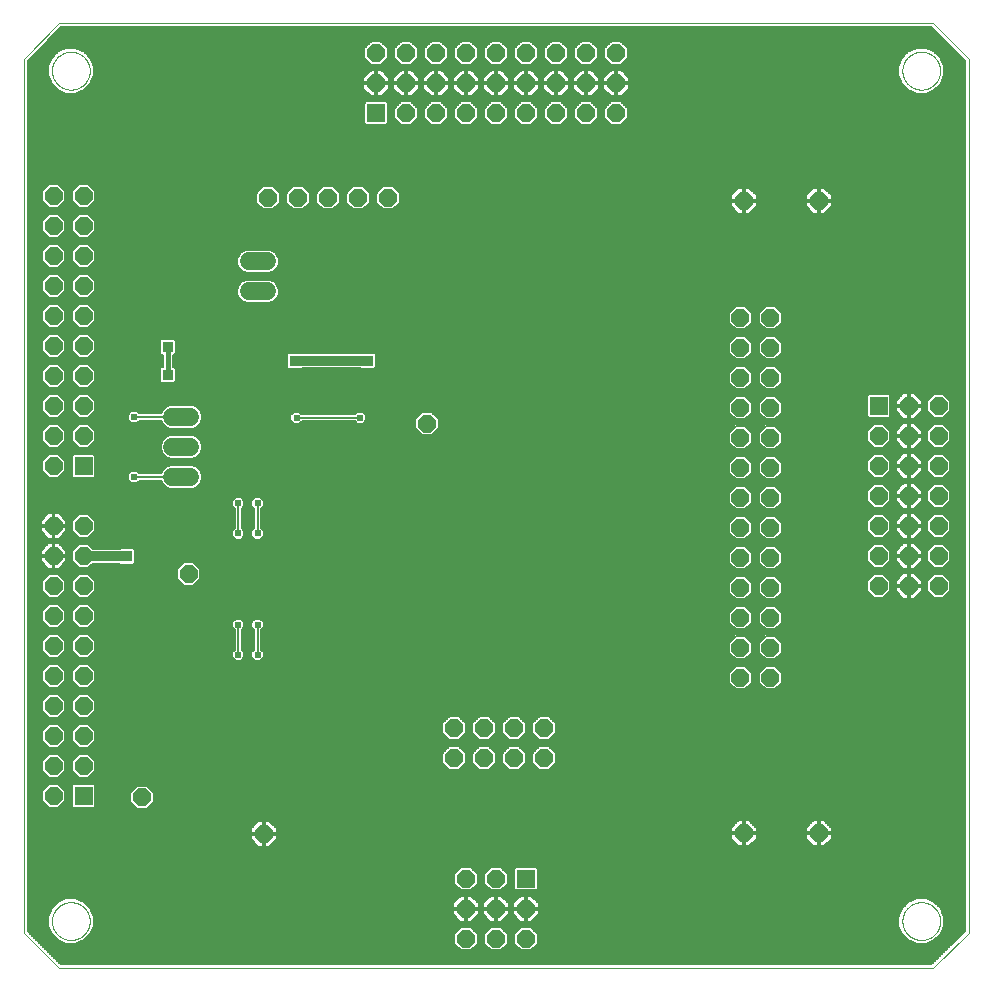
<source format=gbl>
G75*
%MOIN*%
%OFA0B0*%
%FSLAX25Y25*%
%IPPOS*%
%LPD*%
%AMOC8*
5,1,8,0,0,1.08239X$1,22.5*
%
%ADD10C,0.00000*%
%ADD11OC8,0.06000*%
%ADD12R,0.06000X0.06000*%
%ADD13C,0.06000*%
%ADD14C,0.02400*%
%ADD15C,0.00600*%
%ADD16R,0.03562X0.03562*%
%ADD17R,0.02400X0.02400*%
%ADD18R,0.02775X0.02775*%
%ADD19C,0.03200*%
%ADD20C,0.01600*%
D10*
X0024111Y0035100D02*
X0012300Y0046911D01*
X0012300Y0338250D01*
X0024111Y0350061D01*
X0315450Y0350061D01*
X0327261Y0338250D01*
X0327261Y0046911D01*
X0315450Y0035100D01*
X0024111Y0035100D01*
X0021749Y0050848D02*
X0021751Y0051006D01*
X0021757Y0051164D01*
X0021767Y0051322D01*
X0021781Y0051480D01*
X0021799Y0051637D01*
X0021820Y0051794D01*
X0021846Y0051950D01*
X0021876Y0052106D01*
X0021909Y0052261D01*
X0021947Y0052414D01*
X0021988Y0052567D01*
X0022033Y0052719D01*
X0022082Y0052870D01*
X0022135Y0053019D01*
X0022191Y0053167D01*
X0022251Y0053313D01*
X0022315Y0053458D01*
X0022383Y0053601D01*
X0022454Y0053743D01*
X0022528Y0053883D01*
X0022606Y0054020D01*
X0022688Y0054156D01*
X0022772Y0054290D01*
X0022861Y0054421D01*
X0022952Y0054550D01*
X0023047Y0054677D01*
X0023144Y0054802D01*
X0023245Y0054924D01*
X0023349Y0055043D01*
X0023456Y0055160D01*
X0023566Y0055274D01*
X0023679Y0055385D01*
X0023794Y0055494D01*
X0023912Y0055599D01*
X0024033Y0055701D01*
X0024156Y0055801D01*
X0024282Y0055897D01*
X0024410Y0055990D01*
X0024540Y0056080D01*
X0024673Y0056166D01*
X0024808Y0056250D01*
X0024944Y0056329D01*
X0025083Y0056406D01*
X0025224Y0056478D01*
X0025366Y0056548D01*
X0025510Y0056613D01*
X0025656Y0056675D01*
X0025803Y0056733D01*
X0025952Y0056788D01*
X0026102Y0056839D01*
X0026253Y0056886D01*
X0026405Y0056929D01*
X0026558Y0056968D01*
X0026713Y0057004D01*
X0026868Y0057035D01*
X0027024Y0057063D01*
X0027180Y0057087D01*
X0027337Y0057107D01*
X0027495Y0057123D01*
X0027652Y0057135D01*
X0027811Y0057143D01*
X0027969Y0057147D01*
X0028127Y0057147D01*
X0028285Y0057143D01*
X0028444Y0057135D01*
X0028601Y0057123D01*
X0028759Y0057107D01*
X0028916Y0057087D01*
X0029072Y0057063D01*
X0029228Y0057035D01*
X0029383Y0057004D01*
X0029538Y0056968D01*
X0029691Y0056929D01*
X0029843Y0056886D01*
X0029994Y0056839D01*
X0030144Y0056788D01*
X0030293Y0056733D01*
X0030440Y0056675D01*
X0030586Y0056613D01*
X0030730Y0056548D01*
X0030872Y0056478D01*
X0031013Y0056406D01*
X0031152Y0056329D01*
X0031288Y0056250D01*
X0031423Y0056166D01*
X0031556Y0056080D01*
X0031686Y0055990D01*
X0031814Y0055897D01*
X0031940Y0055801D01*
X0032063Y0055701D01*
X0032184Y0055599D01*
X0032302Y0055494D01*
X0032417Y0055385D01*
X0032530Y0055274D01*
X0032640Y0055160D01*
X0032747Y0055043D01*
X0032851Y0054924D01*
X0032952Y0054802D01*
X0033049Y0054677D01*
X0033144Y0054550D01*
X0033235Y0054421D01*
X0033324Y0054290D01*
X0033408Y0054156D01*
X0033490Y0054020D01*
X0033568Y0053883D01*
X0033642Y0053743D01*
X0033713Y0053601D01*
X0033781Y0053458D01*
X0033845Y0053313D01*
X0033905Y0053167D01*
X0033961Y0053019D01*
X0034014Y0052870D01*
X0034063Y0052719D01*
X0034108Y0052567D01*
X0034149Y0052414D01*
X0034187Y0052261D01*
X0034220Y0052106D01*
X0034250Y0051950D01*
X0034276Y0051794D01*
X0034297Y0051637D01*
X0034315Y0051480D01*
X0034329Y0051322D01*
X0034339Y0051164D01*
X0034345Y0051006D01*
X0034347Y0050848D01*
X0034345Y0050690D01*
X0034339Y0050532D01*
X0034329Y0050374D01*
X0034315Y0050216D01*
X0034297Y0050059D01*
X0034276Y0049902D01*
X0034250Y0049746D01*
X0034220Y0049590D01*
X0034187Y0049435D01*
X0034149Y0049282D01*
X0034108Y0049129D01*
X0034063Y0048977D01*
X0034014Y0048826D01*
X0033961Y0048677D01*
X0033905Y0048529D01*
X0033845Y0048383D01*
X0033781Y0048238D01*
X0033713Y0048095D01*
X0033642Y0047953D01*
X0033568Y0047813D01*
X0033490Y0047676D01*
X0033408Y0047540D01*
X0033324Y0047406D01*
X0033235Y0047275D01*
X0033144Y0047146D01*
X0033049Y0047019D01*
X0032952Y0046894D01*
X0032851Y0046772D01*
X0032747Y0046653D01*
X0032640Y0046536D01*
X0032530Y0046422D01*
X0032417Y0046311D01*
X0032302Y0046202D01*
X0032184Y0046097D01*
X0032063Y0045995D01*
X0031940Y0045895D01*
X0031814Y0045799D01*
X0031686Y0045706D01*
X0031556Y0045616D01*
X0031423Y0045530D01*
X0031288Y0045446D01*
X0031152Y0045367D01*
X0031013Y0045290D01*
X0030872Y0045218D01*
X0030730Y0045148D01*
X0030586Y0045083D01*
X0030440Y0045021D01*
X0030293Y0044963D01*
X0030144Y0044908D01*
X0029994Y0044857D01*
X0029843Y0044810D01*
X0029691Y0044767D01*
X0029538Y0044728D01*
X0029383Y0044692D01*
X0029228Y0044661D01*
X0029072Y0044633D01*
X0028916Y0044609D01*
X0028759Y0044589D01*
X0028601Y0044573D01*
X0028444Y0044561D01*
X0028285Y0044553D01*
X0028127Y0044549D01*
X0027969Y0044549D01*
X0027811Y0044553D01*
X0027652Y0044561D01*
X0027495Y0044573D01*
X0027337Y0044589D01*
X0027180Y0044609D01*
X0027024Y0044633D01*
X0026868Y0044661D01*
X0026713Y0044692D01*
X0026558Y0044728D01*
X0026405Y0044767D01*
X0026253Y0044810D01*
X0026102Y0044857D01*
X0025952Y0044908D01*
X0025803Y0044963D01*
X0025656Y0045021D01*
X0025510Y0045083D01*
X0025366Y0045148D01*
X0025224Y0045218D01*
X0025083Y0045290D01*
X0024944Y0045367D01*
X0024808Y0045446D01*
X0024673Y0045530D01*
X0024540Y0045616D01*
X0024410Y0045706D01*
X0024282Y0045799D01*
X0024156Y0045895D01*
X0024033Y0045995D01*
X0023912Y0046097D01*
X0023794Y0046202D01*
X0023679Y0046311D01*
X0023566Y0046422D01*
X0023456Y0046536D01*
X0023349Y0046653D01*
X0023245Y0046772D01*
X0023144Y0046894D01*
X0023047Y0047019D01*
X0022952Y0047146D01*
X0022861Y0047275D01*
X0022772Y0047406D01*
X0022688Y0047540D01*
X0022606Y0047676D01*
X0022528Y0047813D01*
X0022454Y0047953D01*
X0022383Y0048095D01*
X0022315Y0048238D01*
X0022251Y0048383D01*
X0022191Y0048529D01*
X0022135Y0048677D01*
X0022082Y0048826D01*
X0022033Y0048977D01*
X0021988Y0049129D01*
X0021947Y0049282D01*
X0021909Y0049435D01*
X0021876Y0049590D01*
X0021846Y0049746D01*
X0021820Y0049902D01*
X0021799Y0050059D01*
X0021781Y0050216D01*
X0021767Y0050374D01*
X0021757Y0050532D01*
X0021751Y0050690D01*
X0021749Y0050848D01*
X0021749Y0334313D02*
X0021751Y0334471D01*
X0021757Y0334629D01*
X0021767Y0334787D01*
X0021781Y0334945D01*
X0021799Y0335102D01*
X0021820Y0335259D01*
X0021846Y0335415D01*
X0021876Y0335571D01*
X0021909Y0335726D01*
X0021947Y0335879D01*
X0021988Y0336032D01*
X0022033Y0336184D01*
X0022082Y0336335D01*
X0022135Y0336484D01*
X0022191Y0336632D01*
X0022251Y0336778D01*
X0022315Y0336923D01*
X0022383Y0337066D01*
X0022454Y0337208D01*
X0022528Y0337348D01*
X0022606Y0337485D01*
X0022688Y0337621D01*
X0022772Y0337755D01*
X0022861Y0337886D01*
X0022952Y0338015D01*
X0023047Y0338142D01*
X0023144Y0338267D01*
X0023245Y0338389D01*
X0023349Y0338508D01*
X0023456Y0338625D01*
X0023566Y0338739D01*
X0023679Y0338850D01*
X0023794Y0338959D01*
X0023912Y0339064D01*
X0024033Y0339166D01*
X0024156Y0339266D01*
X0024282Y0339362D01*
X0024410Y0339455D01*
X0024540Y0339545D01*
X0024673Y0339631D01*
X0024808Y0339715D01*
X0024944Y0339794D01*
X0025083Y0339871D01*
X0025224Y0339943D01*
X0025366Y0340013D01*
X0025510Y0340078D01*
X0025656Y0340140D01*
X0025803Y0340198D01*
X0025952Y0340253D01*
X0026102Y0340304D01*
X0026253Y0340351D01*
X0026405Y0340394D01*
X0026558Y0340433D01*
X0026713Y0340469D01*
X0026868Y0340500D01*
X0027024Y0340528D01*
X0027180Y0340552D01*
X0027337Y0340572D01*
X0027495Y0340588D01*
X0027652Y0340600D01*
X0027811Y0340608D01*
X0027969Y0340612D01*
X0028127Y0340612D01*
X0028285Y0340608D01*
X0028444Y0340600D01*
X0028601Y0340588D01*
X0028759Y0340572D01*
X0028916Y0340552D01*
X0029072Y0340528D01*
X0029228Y0340500D01*
X0029383Y0340469D01*
X0029538Y0340433D01*
X0029691Y0340394D01*
X0029843Y0340351D01*
X0029994Y0340304D01*
X0030144Y0340253D01*
X0030293Y0340198D01*
X0030440Y0340140D01*
X0030586Y0340078D01*
X0030730Y0340013D01*
X0030872Y0339943D01*
X0031013Y0339871D01*
X0031152Y0339794D01*
X0031288Y0339715D01*
X0031423Y0339631D01*
X0031556Y0339545D01*
X0031686Y0339455D01*
X0031814Y0339362D01*
X0031940Y0339266D01*
X0032063Y0339166D01*
X0032184Y0339064D01*
X0032302Y0338959D01*
X0032417Y0338850D01*
X0032530Y0338739D01*
X0032640Y0338625D01*
X0032747Y0338508D01*
X0032851Y0338389D01*
X0032952Y0338267D01*
X0033049Y0338142D01*
X0033144Y0338015D01*
X0033235Y0337886D01*
X0033324Y0337755D01*
X0033408Y0337621D01*
X0033490Y0337485D01*
X0033568Y0337348D01*
X0033642Y0337208D01*
X0033713Y0337066D01*
X0033781Y0336923D01*
X0033845Y0336778D01*
X0033905Y0336632D01*
X0033961Y0336484D01*
X0034014Y0336335D01*
X0034063Y0336184D01*
X0034108Y0336032D01*
X0034149Y0335879D01*
X0034187Y0335726D01*
X0034220Y0335571D01*
X0034250Y0335415D01*
X0034276Y0335259D01*
X0034297Y0335102D01*
X0034315Y0334945D01*
X0034329Y0334787D01*
X0034339Y0334629D01*
X0034345Y0334471D01*
X0034347Y0334313D01*
X0034345Y0334155D01*
X0034339Y0333997D01*
X0034329Y0333839D01*
X0034315Y0333681D01*
X0034297Y0333524D01*
X0034276Y0333367D01*
X0034250Y0333211D01*
X0034220Y0333055D01*
X0034187Y0332900D01*
X0034149Y0332747D01*
X0034108Y0332594D01*
X0034063Y0332442D01*
X0034014Y0332291D01*
X0033961Y0332142D01*
X0033905Y0331994D01*
X0033845Y0331848D01*
X0033781Y0331703D01*
X0033713Y0331560D01*
X0033642Y0331418D01*
X0033568Y0331278D01*
X0033490Y0331141D01*
X0033408Y0331005D01*
X0033324Y0330871D01*
X0033235Y0330740D01*
X0033144Y0330611D01*
X0033049Y0330484D01*
X0032952Y0330359D01*
X0032851Y0330237D01*
X0032747Y0330118D01*
X0032640Y0330001D01*
X0032530Y0329887D01*
X0032417Y0329776D01*
X0032302Y0329667D01*
X0032184Y0329562D01*
X0032063Y0329460D01*
X0031940Y0329360D01*
X0031814Y0329264D01*
X0031686Y0329171D01*
X0031556Y0329081D01*
X0031423Y0328995D01*
X0031288Y0328911D01*
X0031152Y0328832D01*
X0031013Y0328755D01*
X0030872Y0328683D01*
X0030730Y0328613D01*
X0030586Y0328548D01*
X0030440Y0328486D01*
X0030293Y0328428D01*
X0030144Y0328373D01*
X0029994Y0328322D01*
X0029843Y0328275D01*
X0029691Y0328232D01*
X0029538Y0328193D01*
X0029383Y0328157D01*
X0029228Y0328126D01*
X0029072Y0328098D01*
X0028916Y0328074D01*
X0028759Y0328054D01*
X0028601Y0328038D01*
X0028444Y0328026D01*
X0028285Y0328018D01*
X0028127Y0328014D01*
X0027969Y0328014D01*
X0027811Y0328018D01*
X0027652Y0328026D01*
X0027495Y0328038D01*
X0027337Y0328054D01*
X0027180Y0328074D01*
X0027024Y0328098D01*
X0026868Y0328126D01*
X0026713Y0328157D01*
X0026558Y0328193D01*
X0026405Y0328232D01*
X0026253Y0328275D01*
X0026102Y0328322D01*
X0025952Y0328373D01*
X0025803Y0328428D01*
X0025656Y0328486D01*
X0025510Y0328548D01*
X0025366Y0328613D01*
X0025224Y0328683D01*
X0025083Y0328755D01*
X0024944Y0328832D01*
X0024808Y0328911D01*
X0024673Y0328995D01*
X0024540Y0329081D01*
X0024410Y0329171D01*
X0024282Y0329264D01*
X0024156Y0329360D01*
X0024033Y0329460D01*
X0023912Y0329562D01*
X0023794Y0329667D01*
X0023679Y0329776D01*
X0023566Y0329887D01*
X0023456Y0330001D01*
X0023349Y0330118D01*
X0023245Y0330237D01*
X0023144Y0330359D01*
X0023047Y0330484D01*
X0022952Y0330611D01*
X0022861Y0330740D01*
X0022772Y0330871D01*
X0022688Y0331005D01*
X0022606Y0331141D01*
X0022528Y0331278D01*
X0022454Y0331418D01*
X0022383Y0331560D01*
X0022315Y0331703D01*
X0022251Y0331848D01*
X0022191Y0331994D01*
X0022135Y0332142D01*
X0022082Y0332291D01*
X0022033Y0332442D01*
X0021988Y0332594D01*
X0021947Y0332747D01*
X0021909Y0332900D01*
X0021876Y0333055D01*
X0021846Y0333211D01*
X0021820Y0333367D01*
X0021799Y0333524D01*
X0021781Y0333681D01*
X0021767Y0333839D01*
X0021757Y0333997D01*
X0021751Y0334155D01*
X0021749Y0334313D01*
X0305214Y0334313D02*
X0305216Y0334471D01*
X0305222Y0334629D01*
X0305232Y0334787D01*
X0305246Y0334945D01*
X0305264Y0335102D01*
X0305285Y0335259D01*
X0305311Y0335415D01*
X0305341Y0335571D01*
X0305374Y0335726D01*
X0305412Y0335879D01*
X0305453Y0336032D01*
X0305498Y0336184D01*
X0305547Y0336335D01*
X0305600Y0336484D01*
X0305656Y0336632D01*
X0305716Y0336778D01*
X0305780Y0336923D01*
X0305848Y0337066D01*
X0305919Y0337208D01*
X0305993Y0337348D01*
X0306071Y0337485D01*
X0306153Y0337621D01*
X0306237Y0337755D01*
X0306326Y0337886D01*
X0306417Y0338015D01*
X0306512Y0338142D01*
X0306609Y0338267D01*
X0306710Y0338389D01*
X0306814Y0338508D01*
X0306921Y0338625D01*
X0307031Y0338739D01*
X0307144Y0338850D01*
X0307259Y0338959D01*
X0307377Y0339064D01*
X0307498Y0339166D01*
X0307621Y0339266D01*
X0307747Y0339362D01*
X0307875Y0339455D01*
X0308005Y0339545D01*
X0308138Y0339631D01*
X0308273Y0339715D01*
X0308409Y0339794D01*
X0308548Y0339871D01*
X0308689Y0339943D01*
X0308831Y0340013D01*
X0308975Y0340078D01*
X0309121Y0340140D01*
X0309268Y0340198D01*
X0309417Y0340253D01*
X0309567Y0340304D01*
X0309718Y0340351D01*
X0309870Y0340394D01*
X0310023Y0340433D01*
X0310178Y0340469D01*
X0310333Y0340500D01*
X0310489Y0340528D01*
X0310645Y0340552D01*
X0310802Y0340572D01*
X0310960Y0340588D01*
X0311117Y0340600D01*
X0311276Y0340608D01*
X0311434Y0340612D01*
X0311592Y0340612D01*
X0311750Y0340608D01*
X0311909Y0340600D01*
X0312066Y0340588D01*
X0312224Y0340572D01*
X0312381Y0340552D01*
X0312537Y0340528D01*
X0312693Y0340500D01*
X0312848Y0340469D01*
X0313003Y0340433D01*
X0313156Y0340394D01*
X0313308Y0340351D01*
X0313459Y0340304D01*
X0313609Y0340253D01*
X0313758Y0340198D01*
X0313905Y0340140D01*
X0314051Y0340078D01*
X0314195Y0340013D01*
X0314337Y0339943D01*
X0314478Y0339871D01*
X0314617Y0339794D01*
X0314753Y0339715D01*
X0314888Y0339631D01*
X0315021Y0339545D01*
X0315151Y0339455D01*
X0315279Y0339362D01*
X0315405Y0339266D01*
X0315528Y0339166D01*
X0315649Y0339064D01*
X0315767Y0338959D01*
X0315882Y0338850D01*
X0315995Y0338739D01*
X0316105Y0338625D01*
X0316212Y0338508D01*
X0316316Y0338389D01*
X0316417Y0338267D01*
X0316514Y0338142D01*
X0316609Y0338015D01*
X0316700Y0337886D01*
X0316789Y0337755D01*
X0316873Y0337621D01*
X0316955Y0337485D01*
X0317033Y0337348D01*
X0317107Y0337208D01*
X0317178Y0337066D01*
X0317246Y0336923D01*
X0317310Y0336778D01*
X0317370Y0336632D01*
X0317426Y0336484D01*
X0317479Y0336335D01*
X0317528Y0336184D01*
X0317573Y0336032D01*
X0317614Y0335879D01*
X0317652Y0335726D01*
X0317685Y0335571D01*
X0317715Y0335415D01*
X0317741Y0335259D01*
X0317762Y0335102D01*
X0317780Y0334945D01*
X0317794Y0334787D01*
X0317804Y0334629D01*
X0317810Y0334471D01*
X0317812Y0334313D01*
X0317810Y0334155D01*
X0317804Y0333997D01*
X0317794Y0333839D01*
X0317780Y0333681D01*
X0317762Y0333524D01*
X0317741Y0333367D01*
X0317715Y0333211D01*
X0317685Y0333055D01*
X0317652Y0332900D01*
X0317614Y0332747D01*
X0317573Y0332594D01*
X0317528Y0332442D01*
X0317479Y0332291D01*
X0317426Y0332142D01*
X0317370Y0331994D01*
X0317310Y0331848D01*
X0317246Y0331703D01*
X0317178Y0331560D01*
X0317107Y0331418D01*
X0317033Y0331278D01*
X0316955Y0331141D01*
X0316873Y0331005D01*
X0316789Y0330871D01*
X0316700Y0330740D01*
X0316609Y0330611D01*
X0316514Y0330484D01*
X0316417Y0330359D01*
X0316316Y0330237D01*
X0316212Y0330118D01*
X0316105Y0330001D01*
X0315995Y0329887D01*
X0315882Y0329776D01*
X0315767Y0329667D01*
X0315649Y0329562D01*
X0315528Y0329460D01*
X0315405Y0329360D01*
X0315279Y0329264D01*
X0315151Y0329171D01*
X0315021Y0329081D01*
X0314888Y0328995D01*
X0314753Y0328911D01*
X0314617Y0328832D01*
X0314478Y0328755D01*
X0314337Y0328683D01*
X0314195Y0328613D01*
X0314051Y0328548D01*
X0313905Y0328486D01*
X0313758Y0328428D01*
X0313609Y0328373D01*
X0313459Y0328322D01*
X0313308Y0328275D01*
X0313156Y0328232D01*
X0313003Y0328193D01*
X0312848Y0328157D01*
X0312693Y0328126D01*
X0312537Y0328098D01*
X0312381Y0328074D01*
X0312224Y0328054D01*
X0312066Y0328038D01*
X0311909Y0328026D01*
X0311750Y0328018D01*
X0311592Y0328014D01*
X0311434Y0328014D01*
X0311276Y0328018D01*
X0311117Y0328026D01*
X0310960Y0328038D01*
X0310802Y0328054D01*
X0310645Y0328074D01*
X0310489Y0328098D01*
X0310333Y0328126D01*
X0310178Y0328157D01*
X0310023Y0328193D01*
X0309870Y0328232D01*
X0309718Y0328275D01*
X0309567Y0328322D01*
X0309417Y0328373D01*
X0309268Y0328428D01*
X0309121Y0328486D01*
X0308975Y0328548D01*
X0308831Y0328613D01*
X0308689Y0328683D01*
X0308548Y0328755D01*
X0308409Y0328832D01*
X0308273Y0328911D01*
X0308138Y0328995D01*
X0308005Y0329081D01*
X0307875Y0329171D01*
X0307747Y0329264D01*
X0307621Y0329360D01*
X0307498Y0329460D01*
X0307377Y0329562D01*
X0307259Y0329667D01*
X0307144Y0329776D01*
X0307031Y0329887D01*
X0306921Y0330001D01*
X0306814Y0330118D01*
X0306710Y0330237D01*
X0306609Y0330359D01*
X0306512Y0330484D01*
X0306417Y0330611D01*
X0306326Y0330740D01*
X0306237Y0330871D01*
X0306153Y0331005D01*
X0306071Y0331141D01*
X0305993Y0331278D01*
X0305919Y0331418D01*
X0305848Y0331560D01*
X0305780Y0331703D01*
X0305716Y0331848D01*
X0305656Y0331994D01*
X0305600Y0332142D01*
X0305547Y0332291D01*
X0305498Y0332442D01*
X0305453Y0332594D01*
X0305412Y0332747D01*
X0305374Y0332900D01*
X0305341Y0333055D01*
X0305311Y0333211D01*
X0305285Y0333367D01*
X0305264Y0333524D01*
X0305246Y0333681D01*
X0305232Y0333839D01*
X0305222Y0333997D01*
X0305216Y0334155D01*
X0305214Y0334313D01*
X0305214Y0050848D02*
X0305216Y0051006D01*
X0305222Y0051164D01*
X0305232Y0051322D01*
X0305246Y0051480D01*
X0305264Y0051637D01*
X0305285Y0051794D01*
X0305311Y0051950D01*
X0305341Y0052106D01*
X0305374Y0052261D01*
X0305412Y0052414D01*
X0305453Y0052567D01*
X0305498Y0052719D01*
X0305547Y0052870D01*
X0305600Y0053019D01*
X0305656Y0053167D01*
X0305716Y0053313D01*
X0305780Y0053458D01*
X0305848Y0053601D01*
X0305919Y0053743D01*
X0305993Y0053883D01*
X0306071Y0054020D01*
X0306153Y0054156D01*
X0306237Y0054290D01*
X0306326Y0054421D01*
X0306417Y0054550D01*
X0306512Y0054677D01*
X0306609Y0054802D01*
X0306710Y0054924D01*
X0306814Y0055043D01*
X0306921Y0055160D01*
X0307031Y0055274D01*
X0307144Y0055385D01*
X0307259Y0055494D01*
X0307377Y0055599D01*
X0307498Y0055701D01*
X0307621Y0055801D01*
X0307747Y0055897D01*
X0307875Y0055990D01*
X0308005Y0056080D01*
X0308138Y0056166D01*
X0308273Y0056250D01*
X0308409Y0056329D01*
X0308548Y0056406D01*
X0308689Y0056478D01*
X0308831Y0056548D01*
X0308975Y0056613D01*
X0309121Y0056675D01*
X0309268Y0056733D01*
X0309417Y0056788D01*
X0309567Y0056839D01*
X0309718Y0056886D01*
X0309870Y0056929D01*
X0310023Y0056968D01*
X0310178Y0057004D01*
X0310333Y0057035D01*
X0310489Y0057063D01*
X0310645Y0057087D01*
X0310802Y0057107D01*
X0310960Y0057123D01*
X0311117Y0057135D01*
X0311276Y0057143D01*
X0311434Y0057147D01*
X0311592Y0057147D01*
X0311750Y0057143D01*
X0311909Y0057135D01*
X0312066Y0057123D01*
X0312224Y0057107D01*
X0312381Y0057087D01*
X0312537Y0057063D01*
X0312693Y0057035D01*
X0312848Y0057004D01*
X0313003Y0056968D01*
X0313156Y0056929D01*
X0313308Y0056886D01*
X0313459Y0056839D01*
X0313609Y0056788D01*
X0313758Y0056733D01*
X0313905Y0056675D01*
X0314051Y0056613D01*
X0314195Y0056548D01*
X0314337Y0056478D01*
X0314478Y0056406D01*
X0314617Y0056329D01*
X0314753Y0056250D01*
X0314888Y0056166D01*
X0315021Y0056080D01*
X0315151Y0055990D01*
X0315279Y0055897D01*
X0315405Y0055801D01*
X0315528Y0055701D01*
X0315649Y0055599D01*
X0315767Y0055494D01*
X0315882Y0055385D01*
X0315995Y0055274D01*
X0316105Y0055160D01*
X0316212Y0055043D01*
X0316316Y0054924D01*
X0316417Y0054802D01*
X0316514Y0054677D01*
X0316609Y0054550D01*
X0316700Y0054421D01*
X0316789Y0054290D01*
X0316873Y0054156D01*
X0316955Y0054020D01*
X0317033Y0053883D01*
X0317107Y0053743D01*
X0317178Y0053601D01*
X0317246Y0053458D01*
X0317310Y0053313D01*
X0317370Y0053167D01*
X0317426Y0053019D01*
X0317479Y0052870D01*
X0317528Y0052719D01*
X0317573Y0052567D01*
X0317614Y0052414D01*
X0317652Y0052261D01*
X0317685Y0052106D01*
X0317715Y0051950D01*
X0317741Y0051794D01*
X0317762Y0051637D01*
X0317780Y0051480D01*
X0317794Y0051322D01*
X0317804Y0051164D01*
X0317810Y0051006D01*
X0317812Y0050848D01*
X0317810Y0050690D01*
X0317804Y0050532D01*
X0317794Y0050374D01*
X0317780Y0050216D01*
X0317762Y0050059D01*
X0317741Y0049902D01*
X0317715Y0049746D01*
X0317685Y0049590D01*
X0317652Y0049435D01*
X0317614Y0049282D01*
X0317573Y0049129D01*
X0317528Y0048977D01*
X0317479Y0048826D01*
X0317426Y0048677D01*
X0317370Y0048529D01*
X0317310Y0048383D01*
X0317246Y0048238D01*
X0317178Y0048095D01*
X0317107Y0047953D01*
X0317033Y0047813D01*
X0316955Y0047676D01*
X0316873Y0047540D01*
X0316789Y0047406D01*
X0316700Y0047275D01*
X0316609Y0047146D01*
X0316514Y0047019D01*
X0316417Y0046894D01*
X0316316Y0046772D01*
X0316212Y0046653D01*
X0316105Y0046536D01*
X0315995Y0046422D01*
X0315882Y0046311D01*
X0315767Y0046202D01*
X0315649Y0046097D01*
X0315528Y0045995D01*
X0315405Y0045895D01*
X0315279Y0045799D01*
X0315151Y0045706D01*
X0315021Y0045616D01*
X0314888Y0045530D01*
X0314753Y0045446D01*
X0314617Y0045367D01*
X0314478Y0045290D01*
X0314337Y0045218D01*
X0314195Y0045148D01*
X0314051Y0045083D01*
X0313905Y0045021D01*
X0313758Y0044963D01*
X0313609Y0044908D01*
X0313459Y0044857D01*
X0313308Y0044810D01*
X0313156Y0044767D01*
X0313003Y0044728D01*
X0312848Y0044692D01*
X0312693Y0044661D01*
X0312537Y0044633D01*
X0312381Y0044609D01*
X0312224Y0044589D01*
X0312066Y0044573D01*
X0311909Y0044561D01*
X0311750Y0044553D01*
X0311592Y0044549D01*
X0311434Y0044549D01*
X0311276Y0044553D01*
X0311117Y0044561D01*
X0310960Y0044573D01*
X0310802Y0044589D01*
X0310645Y0044609D01*
X0310489Y0044633D01*
X0310333Y0044661D01*
X0310178Y0044692D01*
X0310023Y0044728D01*
X0309870Y0044767D01*
X0309718Y0044810D01*
X0309567Y0044857D01*
X0309417Y0044908D01*
X0309268Y0044963D01*
X0309121Y0045021D01*
X0308975Y0045083D01*
X0308831Y0045148D01*
X0308689Y0045218D01*
X0308548Y0045290D01*
X0308409Y0045367D01*
X0308273Y0045446D01*
X0308138Y0045530D01*
X0308005Y0045616D01*
X0307875Y0045706D01*
X0307747Y0045799D01*
X0307621Y0045895D01*
X0307498Y0045995D01*
X0307377Y0046097D01*
X0307259Y0046202D01*
X0307144Y0046311D01*
X0307031Y0046422D01*
X0306921Y0046536D01*
X0306814Y0046653D01*
X0306710Y0046772D01*
X0306609Y0046894D01*
X0306512Y0047019D01*
X0306417Y0047146D01*
X0306326Y0047275D01*
X0306237Y0047406D01*
X0306153Y0047540D01*
X0306071Y0047676D01*
X0305993Y0047813D01*
X0305919Y0047953D01*
X0305848Y0048095D01*
X0305780Y0048238D01*
X0305716Y0048383D01*
X0305656Y0048529D01*
X0305600Y0048677D01*
X0305547Y0048826D01*
X0305498Y0048977D01*
X0305453Y0049129D01*
X0305412Y0049282D01*
X0305374Y0049435D01*
X0305341Y0049590D01*
X0305311Y0049746D01*
X0305285Y0049902D01*
X0305264Y0050059D01*
X0305246Y0050216D01*
X0305232Y0050374D01*
X0305222Y0050532D01*
X0305216Y0050690D01*
X0305214Y0050848D01*
D11*
X0277300Y0080100D03*
X0252300Y0080100D03*
X0251220Y0131980D03*
X0251220Y0141980D03*
X0251220Y0151980D03*
X0251220Y0161980D03*
X0251220Y0171980D03*
X0251220Y0181980D03*
X0251220Y0191980D03*
X0251220Y0201980D03*
X0251220Y0211980D03*
X0251220Y0221980D03*
X0251220Y0231980D03*
X0251220Y0241980D03*
X0251220Y0251980D03*
X0261220Y0251980D03*
X0261220Y0241980D03*
X0261220Y0231980D03*
X0261220Y0221980D03*
X0261220Y0211980D03*
X0261220Y0201980D03*
X0261220Y0191980D03*
X0261220Y0181980D03*
X0261220Y0171980D03*
X0261220Y0161980D03*
X0261220Y0151980D03*
X0261220Y0141980D03*
X0261220Y0131980D03*
X0297300Y0162600D03*
X0297300Y0172600D03*
X0307300Y0172600D03*
X0307300Y0162600D03*
X0317300Y0162600D03*
X0317300Y0172600D03*
X0317300Y0182600D03*
X0317300Y0192600D03*
X0317300Y0202600D03*
X0317300Y0212600D03*
X0317300Y0222600D03*
X0307300Y0222600D03*
X0307300Y0212600D03*
X0297300Y0212600D03*
X0297300Y0202600D03*
X0297300Y0192600D03*
X0307300Y0192600D03*
X0307300Y0202600D03*
X0307300Y0182600D03*
X0297300Y0182600D03*
X0277300Y0291000D03*
X0252300Y0291000D03*
X0209820Y0320161D03*
X0209820Y0330161D03*
X0199820Y0330161D03*
X0199820Y0320161D03*
X0189820Y0320161D03*
X0189820Y0330161D03*
X0189820Y0340161D03*
X0199820Y0340161D03*
X0209820Y0340161D03*
X0179820Y0340161D03*
X0169820Y0340161D03*
X0159820Y0340161D03*
X0149820Y0340161D03*
X0139820Y0340161D03*
X0129820Y0340161D03*
X0129820Y0330161D03*
X0139820Y0330161D03*
X0139820Y0320161D03*
X0149820Y0320161D03*
X0149820Y0330161D03*
X0159820Y0330161D03*
X0169820Y0330161D03*
X0169820Y0320161D03*
X0159820Y0320161D03*
X0179820Y0320161D03*
X0179820Y0330161D03*
X0133800Y0292000D03*
X0123800Y0292000D03*
X0113800Y0292000D03*
X0103800Y0292000D03*
X0093800Y0292000D03*
X0032261Y0292561D03*
X0032261Y0282561D03*
X0022261Y0282561D03*
X0022261Y0292561D03*
X0022261Y0272561D03*
X0032261Y0272561D03*
X0032261Y0262561D03*
X0022261Y0262561D03*
X0022261Y0252561D03*
X0032261Y0252561D03*
X0032261Y0242561D03*
X0032261Y0232561D03*
X0022261Y0232561D03*
X0022261Y0242561D03*
X0022261Y0222561D03*
X0032261Y0222561D03*
X0032261Y0212561D03*
X0022261Y0212561D03*
X0022261Y0202561D03*
X0022261Y0182561D03*
X0032261Y0182561D03*
X0032261Y0172561D03*
X0032261Y0162561D03*
X0022261Y0162561D03*
X0022261Y0172561D03*
X0022261Y0152561D03*
X0032261Y0152561D03*
X0032261Y0142561D03*
X0022261Y0142561D03*
X0022261Y0132561D03*
X0032261Y0132561D03*
X0032261Y0122561D03*
X0032261Y0112561D03*
X0022261Y0112561D03*
X0022261Y0122561D03*
X0022261Y0102561D03*
X0032261Y0102561D03*
X0022261Y0092561D03*
X0051800Y0092100D03*
X0092300Y0080000D03*
X0155800Y0105200D03*
X0155800Y0115200D03*
X0165800Y0115200D03*
X0165800Y0105200D03*
X0175800Y0105200D03*
X0175800Y0115200D03*
X0185800Y0115200D03*
X0185800Y0105200D03*
X0169700Y0065000D03*
X0169700Y0055000D03*
X0159700Y0055000D03*
X0159700Y0065000D03*
X0159700Y0045000D03*
X0169700Y0045000D03*
X0179700Y0045000D03*
X0179700Y0055000D03*
X0067300Y0166600D03*
X0146700Y0216700D03*
D12*
X0129820Y0320161D03*
X0032261Y0202561D03*
X0032261Y0092561D03*
X0179700Y0065000D03*
X0297300Y0222600D03*
D13*
X0093400Y0260800D02*
X0087400Y0260800D01*
X0087400Y0270800D02*
X0093400Y0270800D01*
X0067900Y0218900D02*
X0061900Y0218900D01*
X0061900Y0208900D02*
X0067900Y0208900D01*
X0067900Y0198900D02*
X0061900Y0198900D01*
D14*
X0049100Y0198900D03*
X0049100Y0218900D03*
X0083800Y0190100D03*
X0090300Y0190100D03*
X0090300Y0180100D03*
X0083800Y0180100D03*
X0083800Y0149600D03*
X0090300Y0149600D03*
X0090300Y0139600D03*
X0083800Y0139600D03*
X0103300Y0218600D03*
X0124400Y0218600D03*
D15*
X0103300Y0218600D01*
X0104830Y0220040D02*
X0122870Y0220040D01*
X0122630Y0219800D02*
X0105070Y0219800D01*
X0104170Y0220700D01*
X0102430Y0220700D01*
X0101200Y0219470D01*
X0101200Y0217730D01*
X0102430Y0216500D01*
X0104170Y0216500D01*
X0105070Y0217400D01*
X0122630Y0217400D01*
X0123530Y0216500D01*
X0125270Y0216500D01*
X0126500Y0217730D01*
X0126500Y0219470D01*
X0125270Y0220700D01*
X0123530Y0220700D01*
X0122630Y0219800D01*
X0123469Y0220639D02*
X0104231Y0220639D01*
X0102369Y0220639D02*
X0071401Y0220639D01*
X0071206Y0221109D02*
X0070109Y0222206D01*
X0068676Y0222800D01*
X0061124Y0222800D01*
X0059691Y0222206D01*
X0058594Y0221109D01*
X0058176Y0220100D01*
X0050870Y0220100D01*
X0049970Y0221000D01*
X0048230Y0221000D01*
X0047000Y0219770D01*
X0047000Y0218030D01*
X0048230Y0216800D01*
X0049970Y0216800D01*
X0050870Y0217700D01*
X0058176Y0217700D01*
X0058594Y0216691D01*
X0059691Y0215594D01*
X0061124Y0215000D01*
X0068676Y0215000D01*
X0070109Y0215594D01*
X0071206Y0216691D01*
X0071800Y0218124D01*
X0071800Y0219676D01*
X0071206Y0221109D01*
X0071078Y0221237D02*
X0247320Y0221237D01*
X0247320Y0220639D02*
X0125331Y0220639D01*
X0125930Y0220040D02*
X0144525Y0220040D01*
X0145085Y0220600D02*
X0142800Y0218315D01*
X0142800Y0215085D01*
X0145085Y0212800D01*
X0148315Y0212800D01*
X0150600Y0215085D01*
X0150600Y0218315D01*
X0148315Y0220600D01*
X0145085Y0220600D01*
X0143926Y0219441D02*
X0126500Y0219441D01*
X0126500Y0218843D02*
X0143328Y0218843D01*
X0142800Y0218244D02*
X0126500Y0218244D01*
X0126416Y0217646D02*
X0142800Y0217646D01*
X0142800Y0217047D02*
X0125817Y0217047D01*
X0122983Y0217047D02*
X0104717Y0217047D01*
X0101883Y0217047D02*
X0071354Y0217047D01*
X0071602Y0217646D02*
X0101284Y0217646D01*
X0101200Y0218244D02*
X0071800Y0218244D01*
X0071800Y0218843D02*
X0101200Y0218843D01*
X0101200Y0219441D02*
X0071800Y0219441D01*
X0071649Y0220040D02*
X0101770Y0220040D01*
X0100527Y0234919D02*
X0104835Y0234919D01*
X0105016Y0235100D01*
X0124665Y0235100D01*
X0124846Y0234919D01*
X0129154Y0234919D01*
X0129681Y0235446D01*
X0129681Y0239754D01*
X0129154Y0240281D01*
X0124846Y0240281D01*
X0124665Y0240100D01*
X0105016Y0240100D01*
X0104835Y0240281D01*
X0100527Y0240281D01*
X0100000Y0239754D01*
X0100000Y0235446D01*
X0100527Y0234919D01*
X0100443Y0235003D02*
X0062981Y0235003D01*
X0062981Y0235035D02*
X0062454Y0235562D01*
X0062000Y0235562D01*
X0062000Y0239638D01*
X0062454Y0239638D01*
X0062981Y0240165D01*
X0062981Y0244473D01*
X0062454Y0245000D01*
X0058146Y0245000D01*
X0057619Y0244473D01*
X0057619Y0240165D01*
X0058146Y0239638D01*
X0058600Y0239638D01*
X0058600Y0235562D01*
X0058146Y0235562D01*
X0057619Y0235035D01*
X0057619Y0230727D01*
X0058146Y0230200D01*
X0062454Y0230200D01*
X0062981Y0230727D01*
X0062981Y0235035D01*
X0062981Y0234404D02*
X0248129Y0234404D01*
X0247530Y0233806D02*
X0062981Y0233806D01*
X0062981Y0233207D02*
X0247320Y0233207D01*
X0247320Y0233596D02*
X0247320Y0230365D01*
X0249605Y0228080D01*
X0252836Y0228080D01*
X0255120Y0230365D01*
X0255120Y0233596D01*
X0252836Y0235880D01*
X0249605Y0235880D01*
X0247320Y0233596D01*
X0247320Y0232609D02*
X0062981Y0232609D01*
X0062981Y0232010D02*
X0247320Y0232010D01*
X0247320Y0231412D02*
X0062981Y0231412D01*
X0062981Y0230813D02*
X0247320Y0230813D01*
X0247471Y0230215D02*
X0062469Y0230215D01*
X0058131Y0230215D02*
X0035430Y0230215D01*
X0036029Y0230813D02*
X0057619Y0230813D01*
X0057619Y0231412D02*
X0036161Y0231412D01*
X0036161Y0230945D02*
X0036161Y0234176D01*
X0033876Y0236461D01*
X0030645Y0236461D01*
X0028361Y0234176D01*
X0028361Y0230945D01*
X0030645Y0228661D01*
X0033876Y0228661D01*
X0036161Y0230945D01*
X0036161Y0232010D02*
X0057619Y0232010D01*
X0057619Y0232609D02*
X0036161Y0232609D01*
X0036161Y0233207D02*
X0057619Y0233207D01*
X0057619Y0233806D02*
X0036161Y0233806D01*
X0035932Y0234404D02*
X0057619Y0234404D01*
X0057619Y0235003D02*
X0035334Y0235003D01*
X0034735Y0235601D02*
X0058600Y0235601D01*
X0058600Y0236200D02*
X0034137Y0236200D01*
X0033876Y0238661D02*
X0036161Y0240945D01*
X0036161Y0244176D01*
X0033876Y0246461D01*
X0030645Y0246461D01*
X0028361Y0244176D01*
X0028361Y0240945D01*
X0030645Y0238661D01*
X0033876Y0238661D01*
X0034408Y0239192D02*
X0058600Y0239192D01*
X0058600Y0238594D02*
X0013600Y0238594D01*
X0013600Y0239192D02*
X0020113Y0239192D01*
X0020645Y0238661D02*
X0018361Y0240945D01*
X0018361Y0244176D01*
X0020645Y0246461D01*
X0023876Y0246461D01*
X0026161Y0244176D01*
X0026161Y0240945D01*
X0023876Y0238661D01*
X0020645Y0238661D01*
X0019515Y0239791D02*
X0013600Y0239791D01*
X0013600Y0240389D02*
X0018916Y0240389D01*
X0018361Y0240988D02*
X0013600Y0240988D01*
X0013600Y0241586D02*
X0018361Y0241586D01*
X0018361Y0242185D02*
X0013600Y0242185D01*
X0013600Y0242783D02*
X0018361Y0242783D01*
X0018361Y0243382D02*
X0013600Y0243382D01*
X0013600Y0243980D02*
X0018361Y0243980D01*
X0018764Y0244579D02*
X0013600Y0244579D01*
X0013600Y0245177D02*
X0019362Y0245177D01*
X0019961Y0245776D02*
X0013600Y0245776D01*
X0013600Y0246374D02*
X0020559Y0246374D01*
X0020645Y0248661D02*
X0023876Y0248661D01*
X0026161Y0250945D01*
X0026161Y0254176D01*
X0023876Y0256461D01*
X0020645Y0256461D01*
X0018361Y0254176D01*
X0018361Y0250945D01*
X0020645Y0248661D01*
X0020537Y0248769D02*
X0013600Y0248769D01*
X0013600Y0249367D02*
X0019939Y0249367D01*
X0019340Y0249966D02*
X0013600Y0249966D01*
X0013600Y0250564D02*
X0018742Y0250564D01*
X0018361Y0251163D02*
X0013600Y0251163D01*
X0013600Y0251761D02*
X0018361Y0251761D01*
X0018361Y0252360D02*
X0013600Y0252360D01*
X0013600Y0252958D02*
X0018361Y0252958D01*
X0018361Y0253557D02*
X0013600Y0253557D01*
X0013600Y0254155D02*
X0018361Y0254155D01*
X0018938Y0254754D02*
X0013600Y0254754D01*
X0013600Y0255352D02*
X0019537Y0255352D01*
X0020135Y0255951D02*
X0013600Y0255951D01*
X0013600Y0256549D02*
X0325961Y0256549D01*
X0325961Y0255951D02*
X0034386Y0255951D01*
X0033876Y0256461D02*
X0030645Y0256461D01*
X0028361Y0254176D01*
X0028361Y0250945D01*
X0030645Y0248661D01*
X0033876Y0248661D01*
X0036161Y0250945D01*
X0036161Y0254176D01*
X0033876Y0256461D01*
X0034984Y0255352D02*
X0249077Y0255352D01*
X0249605Y0255880D02*
X0247320Y0253596D01*
X0247320Y0250365D01*
X0249605Y0248080D01*
X0252836Y0248080D01*
X0255120Y0250365D01*
X0255120Y0253596D01*
X0252836Y0255880D01*
X0249605Y0255880D01*
X0248478Y0254754D02*
X0035583Y0254754D01*
X0036161Y0254155D02*
X0247880Y0254155D01*
X0247320Y0253557D02*
X0036161Y0253557D01*
X0036161Y0252958D02*
X0247320Y0252958D01*
X0247320Y0252360D02*
X0036161Y0252360D01*
X0036161Y0251761D02*
X0247320Y0251761D01*
X0247320Y0251163D02*
X0036161Y0251163D01*
X0035779Y0250564D02*
X0247320Y0250564D01*
X0247720Y0249966D02*
X0035181Y0249966D01*
X0034582Y0249367D02*
X0248318Y0249367D01*
X0248917Y0248769D02*
X0033984Y0248769D01*
X0033962Y0246374D02*
X0325961Y0246374D01*
X0325961Y0245776D02*
X0262940Y0245776D01*
X0262836Y0245880D02*
X0259605Y0245880D01*
X0257320Y0243596D01*
X0257320Y0240365D01*
X0259605Y0238080D01*
X0262836Y0238080D01*
X0265120Y0240365D01*
X0265120Y0243596D01*
X0262836Y0245880D01*
X0263539Y0245177D02*
X0325961Y0245177D01*
X0325961Y0244579D02*
X0264137Y0244579D01*
X0264736Y0243980D02*
X0325961Y0243980D01*
X0325961Y0243382D02*
X0265120Y0243382D01*
X0265120Y0242783D02*
X0325961Y0242783D01*
X0325961Y0242185D02*
X0265120Y0242185D01*
X0265120Y0241586D02*
X0325961Y0241586D01*
X0325961Y0240988D02*
X0265120Y0240988D01*
X0265120Y0240389D02*
X0325961Y0240389D01*
X0325961Y0239791D02*
X0264546Y0239791D01*
X0263948Y0239192D02*
X0325961Y0239192D01*
X0325961Y0238594D02*
X0263349Y0238594D01*
X0262836Y0235880D02*
X0259605Y0235880D01*
X0257320Y0233596D01*
X0257320Y0230365D01*
X0259605Y0228080D01*
X0262836Y0228080D01*
X0265120Y0230365D01*
X0265120Y0233596D01*
X0262836Y0235880D01*
X0263115Y0235601D02*
X0325961Y0235601D01*
X0325961Y0235003D02*
X0263713Y0235003D01*
X0264312Y0234404D02*
X0325961Y0234404D01*
X0325961Y0233806D02*
X0264910Y0233806D01*
X0265120Y0233207D02*
X0325961Y0233207D01*
X0325961Y0232609D02*
X0265120Y0232609D01*
X0265120Y0232010D02*
X0325961Y0232010D01*
X0325961Y0231412D02*
X0265120Y0231412D01*
X0265120Y0230813D02*
X0325961Y0230813D01*
X0325961Y0230215D02*
X0264970Y0230215D01*
X0264372Y0229616D02*
X0325961Y0229616D01*
X0325961Y0229018D02*
X0263773Y0229018D01*
X0263175Y0228419D02*
X0325961Y0228419D01*
X0325961Y0227821D02*
X0013600Y0227821D01*
X0013600Y0228419D02*
X0249266Y0228419D01*
X0248668Y0229018D02*
X0034233Y0229018D01*
X0034832Y0229616D02*
X0248069Y0229616D01*
X0249605Y0225880D02*
X0247320Y0223596D01*
X0247320Y0220365D01*
X0249605Y0218080D01*
X0252836Y0218080D01*
X0255120Y0220365D01*
X0255120Y0223596D01*
X0252836Y0225880D01*
X0249605Y0225880D01*
X0249151Y0225427D02*
X0034910Y0225427D01*
X0034312Y0226025D02*
X0293452Y0226025D01*
X0293400Y0225973D02*
X0293400Y0219227D01*
X0293927Y0218700D01*
X0300673Y0218700D01*
X0301200Y0219227D01*
X0301200Y0225973D01*
X0300673Y0226500D01*
X0293927Y0226500D01*
X0293400Y0225973D01*
X0293400Y0225427D02*
X0263290Y0225427D01*
X0262836Y0225880D02*
X0259605Y0225880D01*
X0257320Y0223596D01*
X0257320Y0220365D01*
X0259605Y0218080D01*
X0262836Y0218080D01*
X0265120Y0220365D01*
X0265120Y0223596D01*
X0262836Y0225880D01*
X0263888Y0224828D02*
X0293400Y0224828D01*
X0293400Y0224230D02*
X0264487Y0224230D01*
X0265085Y0223631D02*
X0293400Y0223631D01*
X0293400Y0223033D02*
X0265120Y0223033D01*
X0265120Y0222434D02*
X0293400Y0222434D01*
X0293400Y0221836D02*
X0265120Y0221836D01*
X0265120Y0221237D02*
X0293400Y0221237D01*
X0293400Y0220639D02*
X0265120Y0220639D01*
X0264796Y0220040D02*
X0293400Y0220040D01*
X0293400Y0219441D02*
X0264197Y0219441D01*
X0263599Y0218843D02*
X0293784Y0218843D01*
X0295685Y0216500D02*
X0293400Y0214215D01*
X0293400Y0210985D01*
X0295685Y0208700D01*
X0298915Y0208700D01*
X0301200Y0210985D01*
X0301200Y0214215D01*
X0298915Y0216500D01*
X0295685Y0216500D01*
X0295634Y0216449D02*
X0150600Y0216449D01*
X0150600Y0217047D02*
X0325961Y0217047D01*
X0325961Y0216449D02*
X0318966Y0216449D01*
X0318915Y0216500D02*
X0315685Y0216500D01*
X0313400Y0214215D01*
X0313400Y0210985D01*
X0315685Y0208700D01*
X0318915Y0208700D01*
X0321200Y0210985D01*
X0321200Y0214215D01*
X0318915Y0216500D01*
X0319565Y0215850D02*
X0325961Y0215850D01*
X0325961Y0215252D02*
X0320163Y0215252D01*
X0320762Y0214653D02*
X0325961Y0214653D01*
X0325961Y0214055D02*
X0321200Y0214055D01*
X0321200Y0213456D02*
X0325961Y0213456D01*
X0325961Y0212858D02*
X0321200Y0212858D01*
X0321200Y0212259D02*
X0325961Y0212259D01*
X0325961Y0211661D02*
X0321200Y0211661D01*
X0321200Y0211062D02*
X0325961Y0211062D01*
X0325961Y0210464D02*
X0320679Y0210464D01*
X0320081Y0209865D02*
X0325961Y0209865D01*
X0325961Y0209267D02*
X0319482Y0209267D01*
X0318915Y0206500D02*
X0315685Y0206500D01*
X0313400Y0204215D01*
X0313400Y0200985D01*
X0315685Y0198700D01*
X0318915Y0198700D01*
X0321200Y0200985D01*
X0321200Y0204215D01*
X0318915Y0206500D01*
X0319141Y0206274D02*
X0325961Y0206274D01*
X0325961Y0205676D02*
X0319740Y0205676D01*
X0320338Y0205077D02*
X0325961Y0205077D01*
X0325961Y0204479D02*
X0320937Y0204479D01*
X0321200Y0203880D02*
X0325961Y0203880D01*
X0325961Y0203282D02*
X0321200Y0203282D01*
X0321200Y0202683D02*
X0325961Y0202683D01*
X0325961Y0202085D02*
X0321200Y0202085D01*
X0321200Y0201486D02*
X0325961Y0201486D01*
X0325961Y0200888D02*
X0321103Y0200888D01*
X0320505Y0200289D02*
X0325961Y0200289D01*
X0325961Y0199691D02*
X0319906Y0199691D01*
X0319308Y0199092D02*
X0325961Y0199092D01*
X0325961Y0198494D02*
X0309275Y0198494D01*
X0309081Y0198300D02*
X0311600Y0200819D01*
X0311600Y0202300D01*
X0307600Y0202300D01*
X0307600Y0202900D01*
X0307000Y0202900D01*
X0307000Y0206900D01*
X0305519Y0206900D01*
X0303000Y0204381D01*
X0303000Y0202900D01*
X0307000Y0202900D01*
X0307000Y0202300D01*
X0303000Y0202300D01*
X0303000Y0200819D01*
X0305519Y0198300D01*
X0307000Y0198300D01*
X0307000Y0202300D01*
X0307600Y0202300D01*
X0307600Y0198300D01*
X0309081Y0198300D01*
X0309873Y0199092D02*
X0315292Y0199092D01*
X0314694Y0199691D02*
X0310472Y0199691D01*
X0311070Y0200289D02*
X0314095Y0200289D01*
X0313497Y0200888D02*
X0311600Y0200888D01*
X0311600Y0201486D02*
X0313400Y0201486D01*
X0313400Y0202085D02*
X0311600Y0202085D01*
X0311600Y0202900D02*
X0311600Y0204381D01*
X0309081Y0206900D01*
X0307600Y0206900D01*
X0307600Y0202900D01*
X0311600Y0202900D01*
X0311600Y0203282D02*
X0313400Y0203282D01*
X0313400Y0203880D02*
X0311600Y0203880D01*
X0311502Y0204479D02*
X0313663Y0204479D01*
X0314262Y0205077D02*
X0310904Y0205077D01*
X0310305Y0205676D02*
X0314860Y0205676D01*
X0315459Y0206274D02*
X0309707Y0206274D01*
X0309108Y0206873D02*
X0325961Y0206873D01*
X0325961Y0207471D02*
X0071530Y0207471D01*
X0071282Y0206873D02*
X0305492Y0206873D01*
X0304893Y0206274D02*
X0299141Y0206274D01*
X0298915Y0206500D02*
X0295685Y0206500D01*
X0293400Y0204215D01*
X0293400Y0200985D01*
X0295685Y0198700D01*
X0298915Y0198700D01*
X0301200Y0200985D01*
X0301200Y0204215D01*
X0298915Y0206500D01*
X0299740Y0205676D02*
X0304295Y0205676D01*
X0303696Y0205077D02*
X0300338Y0205077D01*
X0300937Y0204479D02*
X0303098Y0204479D01*
X0303000Y0203880D02*
X0301200Y0203880D01*
X0301200Y0203282D02*
X0303000Y0203282D01*
X0303000Y0202085D02*
X0301200Y0202085D01*
X0301200Y0202683D02*
X0307000Y0202683D01*
X0307000Y0202085D02*
X0307600Y0202085D01*
X0307600Y0202683D02*
X0313400Y0202683D01*
X0315685Y0196500D02*
X0313400Y0194215D01*
X0313400Y0190985D01*
X0315685Y0188700D01*
X0318915Y0188700D01*
X0321200Y0190985D01*
X0321200Y0194215D01*
X0318915Y0196500D01*
X0315685Y0196500D01*
X0315284Y0196100D02*
X0309882Y0196100D01*
X0310480Y0195501D02*
X0314686Y0195501D01*
X0314087Y0194903D02*
X0311079Y0194903D01*
X0311600Y0194381D02*
X0309081Y0196900D01*
X0307600Y0196900D01*
X0307600Y0192900D01*
X0307000Y0192900D01*
X0307000Y0196900D01*
X0305519Y0196900D01*
X0303000Y0194381D01*
X0303000Y0192900D01*
X0307000Y0192900D01*
X0307000Y0192300D01*
X0303000Y0192300D01*
X0303000Y0190819D01*
X0305519Y0188300D01*
X0307000Y0188300D01*
X0307000Y0192300D01*
X0307600Y0192300D01*
X0307600Y0192900D01*
X0311600Y0192900D01*
X0311600Y0194381D01*
X0311600Y0194304D02*
X0313489Y0194304D01*
X0313400Y0193705D02*
X0311600Y0193705D01*
X0311600Y0193107D02*
X0313400Y0193107D01*
X0313400Y0192508D02*
X0307600Y0192508D01*
X0307600Y0192300D02*
X0311600Y0192300D01*
X0311600Y0190819D01*
X0309081Y0188300D01*
X0307600Y0188300D01*
X0307600Y0192300D01*
X0307600Y0191910D02*
X0307000Y0191910D01*
X0307000Y0192508D02*
X0301200Y0192508D01*
X0301200Y0191910D02*
X0303000Y0191910D01*
X0303000Y0191311D02*
X0301200Y0191311D01*
X0301200Y0190985D02*
X0298915Y0188700D01*
X0295685Y0188700D01*
X0293400Y0190985D01*
X0293400Y0194215D01*
X0295685Y0196500D01*
X0298915Y0196500D01*
X0301200Y0194215D01*
X0301200Y0190985D01*
X0300928Y0190713D02*
X0303106Y0190713D01*
X0303704Y0190114D02*
X0300330Y0190114D01*
X0299731Y0189516D02*
X0304303Y0189516D01*
X0304901Y0188917D02*
X0299133Y0188917D01*
X0298915Y0186500D02*
X0295685Y0186500D01*
X0293400Y0184215D01*
X0293400Y0180985D01*
X0295685Y0178700D01*
X0298915Y0178700D01*
X0301200Y0180985D01*
X0301200Y0184215D01*
X0298915Y0186500D01*
X0299491Y0185925D02*
X0304544Y0185925D01*
X0305142Y0186523D02*
X0091500Y0186523D01*
X0091500Y0185925D02*
X0295109Y0185925D01*
X0294511Y0185326D02*
X0263390Y0185326D01*
X0262836Y0185880D02*
X0259605Y0185880D01*
X0257320Y0183596D01*
X0257320Y0180365D01*
X0259605Y0178080D01*
X0262836Y0178080D01*
X0265120Y0180365D01*
X0265120Y0183596D01*
X0262836Y0185880D01*
X0263988Y0184728D02*
X0293912Y0184728D01*
X0293400Y0184129D02*
X0264587Y0184129D01*
X0265120Y0183531D02*
X0293400Y0183531D01*
X0293400Y0182932D02*
X0265120Y0182932D01*
X0265120Y0182334D02*
X0293400Y0182334D01*
X0293400Y0181735D02*
X0265120Y0181735D01*
X0265120Y0181137D02*
X0293400Y0181137D01*
X0293846Y0180538D02*
X0265120Y0180538D01*
X0264695Y0179940D02*
X0294445Y0179940D01*
X0295043Y0179341D02*
X0264097Y0179341D01*
X0263498Y0178743D02*
X0295642Y0178743D01*
X0295685Y0176500D02*
X0293400Y0174215D01*
X0293400Y0170985D01*
X0295685Y0168700D01*
X0298915Y0168700D01*
X0301200Y0170985D01*
X0301200Y0174215D01*
X0298915Y0176500D01*
X0295685Y0176500D01*
X0295533Y0176349D02*
X0033988Y0176349D01*
X0033876Y0176461D02*
X0030645Y0176461D01*
X0028361Y0174176D01*
X0028361Y0170945D01*
X0030645Y0168661D01*
X0033876Y0168661D01*
X0035115Y0169900D01*
X0044265Y0169900D01*
X0044446Y0169719D01*
X0048754Y0169719D01*
X0049281Y0170246D01*
X0049281Y0174554D01*
X0048754Y0175081D01*
X0044446Y0175081D01*
X0044265Y0174900D01*
X0035437Y0174900D01*
X0033876Y0176461D01*
X0034587Y0175750D02*
X0249475Y0175750D01*
X0249605Y0175880D02*
X0247320Y0173596D01*
X0247320Y0170365D01*
X0249605Y0168080D01*
X0252836Y0168080D01*
X0255120Y0170365D01*
X0255120Y0173596D01*
X0252836Y0175880D01*
X0249605Y0175880D01*
X0248876Y0175152D02*
X0035185Y0175152D01*
X0033876Y0178661D02*
X0030645Y0178661D01*
X0028361Y0180945D01*
X0028361Y0184176D01*
X0030645Y0186461D01*
X0033876Y0186461D01*
X0036161Y0184176D01*
X0036161Y0180945D01*
X0033876Y0178661D01*
X0033958Y0178743D02*
X0082187Y0178743D01*
X0081700Y0179230D02*
X0082930Y0178000D01*
X0084670Y0178000D01*
X0085900Y0179230D01*
X0085900Y0180970D01*
X0085000Y0181870D01*
X0085000Y0188330D01*
X0085900Y0189230D01*
X0085900Y0190970D01*
X0084670Y0192200D01*
X0082930Y0192200D01*
X0081700Y0190970D01*
X0081700Y0189230D01*
X0082600Y0188330D01*
X0082600Y0181870D01*
X0081700Y0180970D01*
X0081700Y0179230D01*
X0081700Y0179341D02*
X0034557Y0179341D01*
X0035155Y0179940D02*
X0081700Y0179940D01*
X0081700Y0180538D02*
X0035754Y0180538D01*
X0036161Y0181137D02*
X0081867Y0181137D01*
X0082465Y0181735D02*
X0036161Y0181735D01*
X0036161Y0182334D02*
X0082600Y0182334D01*
X0082600Y0182932D02*
X0036161Y0182932D01*
X0036161Y0183531D02*
X0082600Y0183531D01*
X0082600Y0184129D02*
X0036161Y0184129D01*
X0035609Y0184728D02*
X0082600Y0184728D01*
X0082600Y0185326D02*
X0035010Y0185326D01*
X0034412Y0185925D02*
X0082600Y0185925D01*
X0082600Y0186523D02*
X0024379Y0186523D01*
X0024042Y0186861D02*
X0022561Y0186861D01*
X0022561Y0182861D01*
X0021961Y0182861D01*
X0021961Y0186861D01*
X0020480Y0186861D01*
X0017961Y0184342D01*
X0017961Y0182861D01*
X0021961Y0182861D01*
X0021961Y0182261D01*
X0017961Y0182261D01*
X0017961Y0180780D01*
X0020480Y0178261D01*
X0021961Y0178261D01*
X0021961Y0182261D01*
X0022561Y0182261D01*
X0022561Y0182861D01*
X0026561Y0182861D01*
X0026561Y0184342D01*
X0024042Y0186861D01*
X0024977Y0185925D02*
X0030109Y0185925D01*
X0029511Y0185326D02*
X0025576Y0185326D01*
X0026175Y0184728D02*
X0028912Y0184728D01*
X0028361Y0184129D02*
X0026561Y0184129D01*
X0026561Y0183531D02*
X0028361Y0183531D01*
X0028361Y0182932D02*
X0026561Y0182932D01*
X0026561Y0182261D02*
X0022561Y0182261D01*
X0022561Y0178261D01*
X0024042Y0178261D01*
X0026561Y0180780D01*
X0026561Y0182261D01*
X0026561Y0181735D02*
X0028361Y0181735D01*
X0028361Y0181137D02*
X0026561Y0181137D01*
X0026319Y0180538D02*
X0028768Y0180538D01*
X0029366Y0179940D02*
X0025721Y0179940D01*
X0025122Y0179341D02*
X0029965Y0179341D01*
X0030563Y0178743D02*
X0024524Y0178743D01*
X0024042Y0176861D02*
X0022561Y0176861D01*
X0022561Y0172861D01*
X0021961Y0172861D01*
X0021961Y0176861D01*
X0020480Y0176861D01*
X0017961Y0174342D01*
X0017961Y0172861D01*
X0021961Y0172861D01*
X0021961Y0172261D01*
X0017961Y0172261D01*
X0017961Y0170780D01*
X0020480Y0168261D01*
X0021961Y0168261D01*
X0021961Y0172261D01*
X0022561Y0172261D01*
X0022561Y0172861D01*
X0026561Y0172861D01*
X0026561Y0174342D01*
X0024042Y0176861D01*
X0024554Y0176349D02*
X0030533Y0176349D01*
X0029935Y0175750D02*
X0025152Y0175750D01*
X0025751Y0175152D02*
X0029336Y0175152D01*
X0028738Y0174553D02*
X0026349Y0174553D01*
X0026561Y0173955D02*
X0028361Y0173955D01*
X0028361Y0173356D02*
X0026561Y0173356D01*
X0026561Y0172261D02*
X0022561Y0172261D01*
X0022561Y0168261D01*
X0024042Y0168261D01*
X0026561Y0170780D01*
X0026561Y0172261D01*
X0026561Y0172159D02*
X0028361Y0172159D01*
X0028361Y0171561D02*
X0026561Y0171561D01*
X0026561Y0170962D02*
X0028361Y0170962D01*
X0028942Y0170364D02*
X0026145Y0170364D01*
X0025546Y0169765D02*
X0029541Y0169765D01*
X0030139Y0169167D02*
X0024948Y0169167D01*
X0024349Y0168568D02*
X0063753Y0168568D01*
X0063400Y0168215D02*
X0063400Y0164985D01*
X0065685Y0162700D01*
X0068915Y0162700D01*
X0071200Y0164985D01*
X0071200Y0168215D01*
X0068915Y0170500D01*
X0065685Y0170500D01*
X0063400Y0168215D01*
X0063400Y0167970D02*
X0013600Y0167970D01*
X0013600Y0168568D02*
X0020172Y0168568D01*
X0019574Y0169167D02*
X0013600Y0169167D01*
X0013600Y0169765D02*
X0018975Y0169765D01*
X0018377Y0170364D02*
X0013600Y0170364D01*
X0013600Y0170962D02*
X0017961Y0170962D01*
X0017961Y0171561D02*
X0013600Y0171561D01*
X0013600Y0172159D02*
X0017961Y0172159D01*
X0017961Y0173356D02*
X0013600Y0173356D01*
X0013600Y0172758D02*
X0021961Y0172758D01*
X0021961Y0173356D02*
X0022561Y0173356D01*
X0022561Y0172758D02*
X0028361Y0172758D01*
X0022561Y0172159D02*
X0021961Y0172159D01*
X0021961Y0171561D02*
X0022561Y0171561D01*
X0022561Y0170962D02*
X0021961Y0170962D01*
X0021961Y0170364D02*
X0022561Y0170364D01*
X0022561Y0169765D02*
X0021961Y0169765D01*
X0021961Y0169167D02*
X0022561Y0169167D01*
X0022561Y0168568D02*
X0021961Y0168568D01*
X0020645Y0166461D02*
X0023876Y0166461D01*
X0026161Y0164176D01*
X0026161Y0160945D01*
X0023876Y0158661D01*
X0020645Y0158661D01*
X0018361Y0160945D01*
X0018361Y0164176D01*
X0020645Y0166461D01*
X0020359Y0166174D02*
X0013600Y0166174D01*
X0013600Y0166772D02*
X0063400Y0166772D01*
X0063400Y0166174D02*
X0034163Y0166174D01*
X0033876Y0166461D02*
X0030645Y0166461D01*
X0028361Y0164176D01*
X0028361Y0160945D01*
X0030645Y0158661D01*
X0033876Y0158661D01*
X0036161Y0160945D01*
X0036161Y0164176D01*
X0033876Y0166461D01*
X0034761Y0165575D02*
X0063400Y0165575D01*
X0063408Y0164977D02*
X0035360Y0164977D01*
X0035958Y0164378D02*
X0064006Y0164378D01*
X0064605Y0163780D02*
X0036161Y0163780D01*
X0036161Y0163181D02*
X0065203Y0163181D01*
X0063400Y0167371D02*
X0013600Y0167371D01*
X0013600Y0165575D02*
X0019760Y0165575D01*
X0019162Y0164977D02*
X0013600Y0164977D01*
X0013600Y0164378D02*
X0018563Y0164378D01*
X0018361Y0163780D02*
X0013600Y0163780D01*
X0013600Y0163181D02*
X0018361Y0163181D01*
X0018361Y0162583D02*
X0013600Y0162583D01*
X0013600Y0161984D02*
X0018361Y0161984D01*
X0018361Y0161386D02*
X0013600Y0161386D01*
X0013600Y0160787D02*
X0018518Y0160787D01*
X0019117Y0160189D02*
X0013600Y0160189D01*
X0013600Y0159590D02*
X0019715Y0159590D01*
X0020314Y0158992D02*
X0013600Y0158992D01*
X0013600Y0158393D02*
X0249292Y0158393D01*
X0249605Y0158080D02*
X0252836Y0158080D01*
X0255120Y0160365D01*
X0255120Y0163596D01*
X0252836Y0165880D01*
X0249605Y0165880D01*
X0247320Y0163596D01*
X0247320Y0160365D01*
X0249605Y0158080D01*
X0248694Y0158992D02*
X0034207Y0158992D01*
X0034806Y0159590D02*
X0248095Y0159590D01*
X0247496Y0160189D02*
X0035404Y0160189D01*
X0036003Y0160787D02*
X0247320Y0160787D01*
X0247320Y0161386D02*
X0036161Y0161386D01*
X0036161Y0161984D02*
X0247320Y0161984D01*
X0247320Y0162583D02*
X0036161Y0162583D01*
X0034382Y0169167D02*
X0064351Y0169167D01*
X0064950Y0169765D02*
X0048800Y0169765D01*
X0049281Y0170364D02*
X0065548Y0170364D01*
X0069052Y0170364D02*
X0247322Y0170364D01*
X0247320Y0170962D02*
X0049281Y0170962D01*
X0049281Y0171561D02*
X0247320Y0171561D01*
X0247320Y0172159D02*
X0049281Y0172159D01*
X0049281Y0172758D02*
X0247320Y0172758D01*
X0247320Y0173356D02*
X0049281Y0173356D01*
X0049281Y0173955D02*
X0247679Y0173955D01*
X0248278Y0174553D02*
X0049281Y0174553D01*
X0044400Y0169765D02*
X0034980Y0169765D01*
X0030359Y0166174D02*
X0024163Y0166174D01*
X0024761Y0165575D02*
X0029760Y0165575D01*
X0029162Y0164977D02*
X0025360Y0164977D01*
X0025958Y0164378D02*
X0028563Y0164378D01*
X0028361Y0163780D02*
X0026161Y0163780D01*
X0026161Y0163181D02*
X0028361Y0163181D01*
X0028361Y0162583D02*
X0026161Y0162583D01*
X0026161Y0161984D02*
X0028361Y0161984D01*
X0028361Y0161386D02*
X0026161Y0161386D01*
X0026003Y0160787D02*
X0028518Y0160787D01*
X0029117Y0160189D02*
X0025404Y0160189D01*
X0024806Y0159590D02*
X0029715Y0159590D01*
X0030314Y0158992D02*
X0024207Y0158992D01*
X0023876Y0156461D02*
X0020645Y0156461D01*
X0018361Y0154176D01*
X0018361Y0150945D01*
X0020645Y0148661D01*
X0023876Y0148661D01*
X0026161Y0150945D01*
X0026161Y0154176D01*
X0023876Y0156461D01*
X0024337Y0155999D02*
X0030184Y0155999D01*
X0030645Y0156461D02*
X0028361Y0154176D01*
X0028361Y0150945D01*
X0030645Y0148661D01*
X0033876Y0148661D01*
X0036161Y0150945D01*
X0036161Y0154176D01*
X0033876Y0156461D01*
X0030645Y0156461D01*
X0029585Y0155401D02*
X0024936Y0155401D01*
X0025534Y0154802D02*
X0028987Y0154802D01*
X0028388Y0154204D02*
X0026133Y0154204D01*
X0026161Y0153605D02*
X0028361Y0153605D01*
X0028361Y0153007D02*
X0026161Y0153007D01*
X0026161Y0152408D02*
X0028361Y0152408D01*
X0028361Y0151810D02*
X0026161Y0151810D01*
X0026161Y0151211D02*
X0028361Y0151211D01*
X0028693Y0150613D02*
X0025828Y0150613D01*
X0025230Y0150014D02*
X0029292Y0150014D01*
X0029890Y0149416D02*
X0024631Y0149416D01*
X0024033Y0148817D02*
X0030489Y0148817D01*
X0030645Y0146461D02*
X0028361Y0144176D01*
X0028361Y0140945D01*
X0030645Y0138661D01*
X0033876Y0138661D01*
X0036161Y0140945D01*
X0036161Y0144176D01*
X0033876Y0146461D01*
X0030645Y0146461D01*
X0030608Y0146423D02*
X0023914Y0146423D01*
X0023876Y0146461D02*
X0020645Y0146461D01*
X0018361Y0144176D01*
X0018361Y0140945D01*
X0020645Y0138661D01*
X0023876Y0138661D01*
X0026161Y0140945D01*
X0026161Y0144176D01*
X0023876Y0146461D01*
X0024512Y0145825D02*
X0030009Y0145825D01*
X0029411Y0145226D02*
X0025111Y0145226D01*
X0025709Y0144628D02*
X0028812Y0144628D01*
X0028361Y0144029D02*
X0026161Y0144029D01*
X0026161Y0143431D02*
X0028361Y0143431D01*
X0028361Y0142832D02*
X0026161Y0142832D01*
X0026161Y0142234D02*
X0028361Y0142234D01*
X0028361Y0141635D02*
X0026161Y0141635D01*
X0026161Y0141037D02*
X0028361Y0141037D01*
X0028868Y0140438D02*
X0025653Y0140438D01*
X0025055Y0139839D02*
X0029466Y0139839D01*
X0030065Y0139241D02*
X0024456Y0139241D01*
X0023876Y0136461D02*
X0020645Y0136461D01*
X0018361Y0134176D01*
X0018361Y0130945D01*
X0020645Y0128661D01*
X0023876Y0128661D01*
X0026161Y0130945D01*
X0026161Y0134176D01*
X0023876Y0136461D01*
X0024088Y0136248D02*
X0030433Y0136248D01*
X0030645Y0136461D02*
X0028361Y0134176D01*
X0028361Y0130945D01*
X0030645Y0128661D01*
X0033876Y0128661D01*
X0036161Y0130945D01*
X0036161Y0134176D01*
X0033876Y0136461D01*
X0030645Y0136461D01*
X0029834Y0135650D02*
X0024687Y0135650D01*
X0025285Y0135051D02*
X0029236Y0135051D01*
X0028637Y0134453D02*
X0025884Y0134453D01*
X0026161Y0133854D02*
X0028361Y0133854D01*
X0028361Y0133256D02*
X0026161Y0133256D01*
X0026161Y0132657D02*
X0028361Y0132657D01*
X0028361Y0132059D02*
X0026161Y0132059D01*
X0026161Y0131460D02*
X0028361Y0131460D01*
X0028444Y0130862D02*
X0026077Y0130862D01*
X0025479Y0130263D02*
X0029043Y0130263D01*
X0029641Y0129665D02*
X0024880Y0129665D01*
X0024282Y0129066D02*
X0030240Y0129066D01*
X0030645Y0126461D02*
X0028361Y0124176D01*
X0028361Y0120945D01*
X0030645Y0118661D01*
X0033876Y0118661D01*
X0036161Y0120945D01*
X0036161Y0124176D01*
X0033876Y0126461D01*
X0030645Y0126461D01*
X0030258Y0126074D02*
X0024263Y0126074D01*
X0023876Y0126461D02*
X0020645Y0126461D01*
X0018361Y0124176D01*
X0018361Y0120945D01*
X0020645Y0118661D01*
X0023876Y0118661D01*
X0026161Y0120945D01*
X0026161Y0124176D01*
X0023876Y0126461D01*
X0024861Y0125475D02*
X0029660Y0125475D01*
X0029061Y0124877D02*
X0025460Y0124877D01*
X0026058Y0124278D02*
X0028463Y0124278D01*
X0028361Y0123680D02*
X0026161Y0123680D01*
X0026161Y0123081D02*
X0028361Y0123081D01*
X0028361Y0122483D02*
X0026161Y0122483D01*
X0026161Y0121884D02*
X0028361Y0121884D01*
X0028361Y0121286D02*
X0026161Y0121286D01*
X0025903Y0120687D02*
X0028619Y0120687D01*
X0029217Y0120089D02*
X0025304Y0120089D01*
X0024706Y0119490D02*
X0029816Y0119490D01*
X0030414Y0118892D02*
X0024107Y0118892D01*
X0023876Y0116461D02*
X0020645Y0116461D01*
X0018361Y0114176D01*
X0018361Y0110945D01*
X0020645Y0108661D01*
X0023876Y0108661D01*
X0026161Y0110945D01*
X0026161Y0114176D01*
X0023876Y0116461D01*
X0024438Y0115899D02*
X0030084Y0115899D01*
X0030645Y0116461D02*
X0028361Y0114176D01*
X0028361Y0110945D01*
X0030645Y0108661D01*
X0033876Y0108661D01*
X0036161Y0110945D01*
X0036161Y0114176D01*
X0033876Y0116461D01*
X0030645Y0116461D01*
X0029485Y0115301D02*
X0025036Y0115301D01*
X0025635Y0114702D02*
X0028887Y0114702D01*
X0028361Y0114103D02*
X0026161Y0114103D01*
X0026161Y0113505D02*
X0028361Y0113505D01*
X0028361Y0112906D02*
X0026161Y0112906D01*
X0026161Y0112308D02*
X0028361Y0112308D01*
X0028361Y0111709D02*
X0026161Y0111709D01*
X0026161Y0111111D02*
X0028361Y0111111D01*
X0028793Y0110512D02*
X0025728Y0110512D01*
X0025129Y0109914D02*
X0029392Y0109914D01*
X0029990Y0109315D02*
X0024531Y0109315D01*
X0023932Y0108717D02*
X0030589Y0108717D01*
X0030645Y0106461D02*
X0028361Y0104176D01*
X0028361Y0100945D01*
X0030645Y0098661D01*
X0033876Y0098661D01*
X0036161Y0100945D01*
X0036161Y0104176D01*
X0033876Y0106461D01*
X0030645Y0106461D01*
X0030507Y0106323D02*
X0024014Y0106323D01*
X0023876Y0106461D02*
X0020645Y0106461D01*
X0018361Y0104176D01*
X0018361Y0100945D01*
X0020645Y0098661D01*
X0023876Y0098661D01*
X0026161Y0100945D01*
X0026161Y0104176D01*
X0023876Y0106461D01*
X0024612Y0105724D02*
X0029909Y0105724D01*
X0029310Y0105126D02*
X0025211Y0105126D01*
X0025809Y0104527D02*
X0028712Y0104527D01*
X0028361Y0103929D02*
X0026161Y0103929D01*
X0026161Y0103330D02*
X0028361Y0103330D01*
X0028361Y0102732D02*
X0026161Y0102732D01*
X0026161Y0102133D02*
X0028361Y0102133D01*
X0028361Y0101535D02*
X0026161Y0101535D01*
X0026152Y0100936D02*
X0028370Y0100936D01*
X0028968Y0100338D02*
X0025553Y0100338D01*
X0024955Y0099739D02*
X0029567Y0099739D01*
X0030165Y0099141D02*
X0024356Y0099141D01*
X0023876Y0096461D02*
X0020645Y0096461D01*
X0018361Y0094176D01*
X0018361Y0090945D01*
X0020645Y0088661D01*
X0023876Y0088661D01*
X0026161Y0090945D01*
X0026161Y0094176D01*
X0023876Y0096461D01*
X0024189Y0096148D02*
X0028575Y0096148D01*
X0028361Y0095933D02*
X0028361Y0089188D01*
X0028888Y0088661D01*
X0035633Y0088661D01*
X0036161Y0089188D01*
X0036161Y0095933D01*
X0035633Y0096461D01*
X0028888Y0096461D01*
X0028361Y0095933D01*
X0028361Y0095550D02*
X0024787Y0095550D01*
X0025386Y0094951D02*
X0028361Y0094951D01*
X0028361Y0094353D02*
X0025984Y0094353D01*
X0026161Y0093754D02*
X0028361Y0093754D01*
X0028361Y0093156D02*
X0026161Y0093156D01*
X0026161Y0092557D02*
X0028361Y0092557D01*
X0028361Y0091959D02*
X0026161Y0091959D01*
X0026161Y0091360D02*
X0028361Y0091360D01*
X0028361Y0090762D02*
X0025977Y0090762D01*
X0025378Y0090163D02*
X0028361Y0090163D01*
X0028361Y0089565D02*
X0024780Y0089565D01*
X0024181Y0088966D02*
X0028582Y0088966D01*
X0035939Y0088966D02*
X0049419Y0088966D01*
X0050017Y0088368D02*
X0013600Y0088368D01*
X0013600Y0088966D02*
X0020340Y0088966D01*
X0019741Y0089565D02*
X0013600Y0089565D01*
X0013600Y0090163D02*
X0019143Y0090163D01*
X0018544Y0090762D02*
X0013600Y0090762D01*
X0013600Y0091360D02*
X0018361Y0091360D01*
X0018361Y0091959D02*
X0013600Y0091959D01*
X0013600Y0092557D02*
X0018361Y0092557D01*
X0018361Y0093156D02*
X0013600Y0093156D01*
X0013600Y0093754D02*
X0018361Y0093754D01*
X0018537Y0094353D02*
X0013600Y0094353D01*
X0013600Y0094951D02*
X0019136Y0094951D01*
X0019734Y0095550D02*
X0013600Y0095550D01*
X0013600Y0096148D02*
X0020333Y0096148D01*
X0020165Y0099141D02*
X0013600Y0099141D01*
X0013600Y0099739D02*
X0019567Y0099739D01*
X0018968Y0100338D02*
X0013600Y0100338D01*
X0013600Y0100936D02*
X0018370Y0100936D01*
X0018361Y0101535D02*
X0013600Y0101535D01*
X0013600Y0102133D02*
X0018361Y0102133D01*
X0018361Y0102732D02*
X0013600Y0102732D01*
X0013600Y0103330D02*
X0018361Y0103330D01*
X0018361Y0103929D02*
X0013600Y0103929D01*
X0013600Y0104527D02*
X0018712Y0104527D01*
X0019310Y0105126D02*
X0013600Y0105126D01*
X0013600Y0105724D02*
X0019909Y0105724D01*
X0020507Y0106323D02*
X0013600Y0106323D01*
X0013600Y0106921D02*
X0152006Y0106921D01*
X0151900Y0106815D02*
X0151900Y0103585D01*
X0154185Y0101300D01*
X0157415Y0101300D01*
X0159700Y0103585D01*
X0159700Y0106815D01*
X0157415Y0109100D01*
X0154185Y0109100D01*
X0151900Y0106815D01*
X0151900Y0106323D02*
X0034014Y0106323D01*
X0034612Y0105724D02*
X0151900Y0105724D01*
X0151900Y0105126D02*
X0035211Y0105126D01*
X0035809Y0104527D02*
X0151900Y0104527D01*
X0151900Y0103929D02*
X0036161Y0103929D01*
X0036161Y0103330D02*
X0152154Y0103330D01*
X0152753Y0102732D02*
X0036161Y0102732D01*
X0036161Y0102133D02*
X0153351Y0102133D01*
X0153950Y0101535D02*
X0036161Y0101535D01*
X0036152Y0100936D02*
X0325961Y0100936D01*
X0325961Y0100338D02*
X0035553Y0100338D01*
X0034955Y0099739D02*
X0325961Y0099739D01*
X0325961Y0099141D02*
X0034356Y0099141D01*
X0035946Y0096148D02*
X0325961Y0096148D01*
X0325961Y0095550D02*
X0053866Y0095550D01*
X0053415Y0096000D02*
X0050185Y0096000D01*
X0047900Y0093715D01*
X0047900Y0090485D01*
X0050185Y0088200D01*
X0053415Y0088200D01*
X0055700Y0090485D01*
X0055700Y0093715D01*
X0053415Y0096000D01*
X0054464Y0094951D02*
X0325961Y0094951D01*
X0325961Y0094353D02*
X0055063Y0094353D01*
X0055661Y0093754D02*
X0325961Y0093754D01*
X0325961Y0093156D02*
X0055700Y0093156D01*
X0055700Y0092557D02*
X0325961Y0092557D01*
X0325961Y0091959D02*
X0055700Y0091959D01*
X0055700Y0091360D02*
X0325961Y0091360D01*
X0325961Y0090762D02*
X0055700Y0090762D01*
X0055378Y0090163D02*
X0325961Y0090163D01*
X0325961Y0089565D02*
X0054780Y0089565D01*
X0054181Y0088966D02*
X0325961Y0088966D01*
X0325961Y0088368D02*
X0053583Y0088368D01*
X0048820Y0089565D02*
X0036161Y0089565D01*
X0036161Y0090163D02*
X0048222Y0090163D01*
X0047900Y0090762D02*
X0036161Y0090762D01*
X0036161Y0091360D02*
X0047900Y0091360D01*
X0047900Y0091959D02*
X0036161Y0091959D01*
X0036161Y0092557D02*
X0047900Y0092557D01*
X0047900Y0093156D02*
X0036161Y0093156D01*
X0036161Y0093754D02*
X0047939Y0093754D01*
X0048537Y0094353D02*
X0036161Y0094353D01*
X0036161Y0094951D02*
X0049136Y0094951D01*
X0049734Y0095550D02*
X0036161Y0095550D01*
X0033932Y0108717D02*
X0153801Y0108717D01*
X0153203Y0108118D02*
X0013600Y0108118D01*
X0013600Y0107520D02*
X0152604Y0107520D01*
X0154185Y0111300D02*
X0157415Y0111300D01*
X0159700Y0113585D01*
X0159700Y0116815D01*
X0157415Y0119100D01*
X0154185Y0119100D01*
X0151900Y0116815D01*
X0151900Y0113585D01*
X0154185Y0111300D01*
X0153775Y0111709D02*
X0036161Y0111709D01*
X0036161Y0111111D02*
X0325961Y0111111D01*
X0325961Y0111709D02*
X0187825Y0111709D01*
X0187415Y0111300D02*
X0184185Y0111300D01*
X0181900Y0113585D01*
X0181900Y0116815D01*
X0184185Y0119100D01*
X0187415Y0119100D01*
X0189700Y0116815D01*
X0189700Y0113585D01*
X0187415Y0111300D01*
X0188423Y0112308D02*
X0325961Y0112308D01*
X0325961Y0112906D02*
X0189022Y0112906D01*
X0189620Y0113505D02*
X0325961Y0113505D01*
X0325961Y0114103D02*
X0189700Y0114103D01*
X0189700Y0114702D02*
X0325961Y0114702D01*
X0325961Y0115301D02*
X0189700Y0115301D01*
X0189700Y0115899D02*
X0325961Y0115899D01*
X0325961Y0116498D02*
X0189700Y0116498D01*
X0189419Y0117096D02*
X0325961Y0117096D01*
X0325961Y0117695D02*
X0188821Y0117695D01*
X0188222Y0118293D02*
X0325961Y0118293D01*
X0325961Y0118892D02*
X0187624Y0118892D01*
X0183976Y0118892D02*
X0177624Y0118892D01*
X0177415Y0119100D02*
X0179700Y0116815D01*
X0179700Y0113585D01*
X0177415Y0111300D01*
X0174185Y0111300D01*
X0171900Y0113585D01*
X0171900Y0116815D01*
X0174185Y0119100D01*
X0177415Y0119100D01*
X0178222Y0118293D02*
X0183378Y0118293D01*
X0182779Y0117695D02*
X0178821Y0117695D01*
X0179419Y0117096D02*
X0182181Y0117096D01*
X0181900Y0116498D02*
X0179700Y0116498D01*
X0179700Y0115899D02*
X0181900Y0115899D01*
X0181900Y0115301D02*
X0179700Y0115301D01*
X0179700Y0114702D02*
X0181900Y0114702D01*
X0181900Y0114103D02*
X0179700Y0114103D01*
X0179620Y0113505D02*
X0181980Y0113505D01*
X0182578Y0112906D02*
X0179022Y0112906D01*
X0178423Y0112308D02*
X0183177Y0112308D01*
X0183775Y0111709D02*
X0177825Y0111709D01*
X0177415Y0109100D02*
X0174185Y0109100D01*
X0171900Y0106815D01*
X0171900Y0103585D01*
X0174185Y0101300D01*
X0177415Y0101300D01*
X0179700Y0103585D01*
X0179700Y0106815D01*
X0177415Y0109100D01*
X0177799Y0108717D02*
X0183801Y0108717D01*
X0184185Y0109100D02*
X0181900Y0106815D01*
X0181900Y0103585D01*
X0184185Y0101300D01*
X0187415Y0101300D01*
X0189700Y0103585D01*
X0189700Y0106815D01*
X0187415Y0109100D01*
X0184185Y0109100D01*
X0183203Y0108118D02*
X0178397Y0108118D01*
X0178996Y0107520D02*
X0182604Y0107520D01*
X0182006Y0106921D02*
X0179594Y0106921D01*
X0179700Y0106323D02*
X0181900Y0106323D01*
X0181900Y0105724D02*
X0179700Y0105724D01*
X0179700Y0105126D02*
X0181900Y0105126D01*
X0181900Y0104527D02*
X0179700Y0104527D01*
X0179700Y0103929D02*
X0181900Y0103929D01*
X0182154Y0103330D02*
X0179446Y0103330D01*
X0178847Y0102732D02*
X0182753Y0102732D01*
X0183351Y0102133D02*
X0178249Y0102133D01*
X0177650Y0101535D02*
X0183950Y0101535D01*
X0187650Y0101535D02*
X0325961Y0101535D01*
X0325961Y0102133D02*
X0188249Y0102133D01*
X0188847Y0102732D02*
X0325961Y0102732D01*
X0325961Y0103330D02*
X0189446Y0103330D01*
X0189700Y0103929D02*
X0325961Y0103929D01*
X0325961Y0104527D02*
X0189700Y0104527D01*
X0189700Y0105126D02*
X0325961Y0105126D01*
X0325961Y0105724D02*
X0189700Y0105724D01*
X0189700Y0106323D02*
X0325961Y0106323D01*
X0325961Y0106921D02*
X0189594Y0106921D01*
X0188996Y0107520D02*
X0325961Y0107520D01*
X0325961Y0108118D02*
X0188397Y0108118D01*
X0187799Y0108717D02*
X0325961Y0108717D01*
X0325961Y0109315D02*
X0034531Y0109315D01*
X0035129Y0109914D02*
X0325961Y0109914D01*
X0325961Y0110512D02*
X0035728Y0110512D01*
X0036161Y0112308D02*
X0153177Y0112308D01*
X0152578Y0112906D02*
X0036161Y0112906D01*
X0036161Y0113505D02*
X0151980Y0113505D01*
X0151900Y0114103D02*
X0036161Y0114103D01*
X0035635Y0114702D02*
X0151900Y0114702D01*
X0151900Y0115301D02*
X0035036Y0115301D01*
X0034438Y0115899D02*
X0151900Y0115899D01*
X0151900Y0116498D02*
X0013600Y0116498D01*
X0013600Y0117096D02*
X0152181Y0117096D01*
X0152779Y0117695D02*
X0013600Y0117695D01*
X0013600Y0118293D02*
X0153378Y0118293D01*
X0153976Y0118892D02*
X0034107Y0118892D01*
X0034706Y0119490D02*
X0325961Y0119490D01*
X0325961Y0120089D02*
X0035304Y0120089D01*
X0035903Y0120687D02*
X0325961Y0120687D01*
X0325961Y0121286D02*
X0036161Y0121286D01*
X0036161Y0121884D02*
X0325961Y0121884D01*
X0325961Y0122483D02*
X0036161Y0122483D01*
X0036161Y0123081D02*
X0325961Y0123081D01*
X0325961Y0123680D02*
X0036161Y0123680D01*
X0036058Y0124278D02*
X0325961Y0124278D01*
X0325961Y0124877D02*
X0035460Y0124877D01*
X0034861Y0125475D02*
X0325961Y0125475D01*
X0325961Y0126074D02*
X0034263Y0126074D01*
X0034282Y0129066D02*
X0248619Y0129066D01*
X0249218Y0128468D02*
X0013600Y0128468D01*
X0013600Y0129066D02*
X0020240Y0129066D01*
X0019641Y0129665D02*
X0013600Y0129665D01*
X0013600Y0130263D02*
X0019043Y0130263D01*
X0018444Y0130862D02*
X0013600Y0130862D01*
X0013600Y0131460D02*
X0018361Y0131460D01*
X0018361Y0132059D02*
X0013600Y0132059D01*
X0013600Y0132657D02*
X0018361Y0132657D01*
X0018361Y0133256D02*
X0013600Y0133256D01*
X0013600Y0133854D02*
X0018361Y0133854D01*
X0018637Y0134453D02*
X0013600Y0134453D01*
X0013600Y0135051D02*
X0019236Y0135051D01*
X0019834Y0135650D02*
X0013600Y0135650D01*
X0013600Y0136248D02*
X0020433Y0136248D01*
X0020065Y0139241D02*
X0013600Y0139241D01*
X0013600Y0139839D02*
X0019466Y0139839D01*
X0018868Y0140438D02*
X0013600Y0140438D01*
X0013600Y0141037D02*
X0018361Y0141037D01*
X0018361Y0141635D02*
X0013600Y0141635D01*
X0013600Y0142234D02*
X0018361Y0142234D01*
X0018361Y0142832D02*
X0013600Y0142832D01*
X0013600Y0143431D02*
X0018361Y0143431D01*
X0018361Y0144029D02*
X0013600Y0144029D01*
X0013600Y0144628D02*
X0018812Y0144628D01*
X0019411Y0145226D02*
X0013600Y0145226D01*
X0013600Y0145825D02*
X0020009Y0145825D01*
X0020608Y0146423D02*
X0013600Y0146423D01*
X0013600Y0147022D02*
X0082600Y0147022D01*
X0082600Y0147620D02*
X0013600Y0147620D01*
X0013600Y0148219D02*
X0082212Y0148219D01*
X0082600Y0147830D02*
X0082600Y0141370D01*
X0081700Y0140470D01*
X0081700Y0138730D01*
X0082930Y0137500D01*
X0084670Y0137500D01*
X0085900Y0138730D01*
X0085900Y0140470D01*
X0085000Y0141370D01*
X0085000Y0147830D01*
X0085900Y0148730D01*
X0085900Y0150470D01*
X0084670Y0151700D01*
X0082930Y0151700D01*
X0081700Y0150470D01*
X0081700Y0148730D01*
X0082600Y0147830D01*
X0081700Y0148817D02*
X0034033Y0148817D01*
X0034631Y0149416D02*
X0081700Y0149416D01*
X0081700Y0150014D02*
X0035230Y0150014D01*
X0035828Y0150613D02*
X0081843Y0150613D01*
X0082441Y0151211D02*
X0036161Y0151211D01*
X0036161Y0151810D02*
X0247320Y0151810D01*
X0247320Y0152408D02*
X0036161Y0152408D01*
X0036161Y0153007D02*
X0247320Y0153007D01*
X0247320Y0153596D02*
X0247320Y0150365D01*
X0249605Y0148080D01*
X0252836Y0148080D01*
X0255120Y0150365D01*
X0255120Y0153596D01*
X0252836Y0155880D01*
X0249605Y0155880D01*
X0247320Y0153596D01*
X0247330Y0153605D02*
X0036161Y0153605D01*
X0036133Y0154204D02*
X0247928Y0154204D01*
X0248527Y0154802D02*
X0035534Y0154802D01*
X0034936Y0155401D02*
X0249126Y0155401D01*
X0253315Y0155401D02*
X0259126Y0155401D01*
X0259605Y0155880D02*
X0257320Y0153596D01*
X0257320Y0150365D01*
X0259605Y0148080D01*
X0262836Y0148080D01*
X0265120Y0150365D01*
X0265120Y0153596D01*
X0262836Y0155880D01*
X0259605Y0155880D01*
X0258527Y0154802D02*
X0253914Y0154802D01*
X0254512Y0154204D02*
X0257928Y0154204D01*
X0257330Y0153605D02*
X0255111Y0153605D01*
X0255120Y0153007D02*
X0257320Y0153007D01*
X0257320Y0152408D02*
X0255120Y0152408D01*
X0255120Y0151810D02*
X0257320Y0151810D01*
X0257320Y0151211D02*
X0255120Y0151211D01*
X0255120Y0150613D02*
X0257320Y0150613D01*
X0257671Y0150014D02*
X0254770Y0150014D01*
X0254171Y0149416D02*
X0258270Y0149416D01*
X0258868Y0148817D02*
X0253573Y0148817D01*
X0252974Y0148219D02*
X0259467Y0148219D01*
X0259605Y0145880D02*
X0257320Y0143596D01*
X0257320Y0140365D01*
X0259605Y0138080D01*
X0262836Y0138080D01*
X0265120Y0140365D01*
X0265120Y0143596D01*
X0262836Y0145880D01*
X0259605Y0145880D01*
X0259549Y0145825D02*
X0252892Y0145825D01*
X0252836Y0145880D02*
X0249605Y0145880D01*
X0247320Y0143596D01*
X0247320Y0140365D01*
X0249605Y0138080D01*
X0252836Y0138080D01*
X0255120Y0140365D01*
X0255120Y0143596D01*
X0252836Y0145880D01*
X0253490Y0145226D02*
X0258951Y0145226D01*
X0258352Y0144628D02*
X0254089Y0144628D01*
X0254687Y0144029D02*
X0257754Y0144029D01*
X0257320Y0143431D02*
X0255120Y0143431D01*
X0255120Y0142832D02*
X0257320Y0142832D01*
X0257320Y0142234D02*
X0255120Y0142234D01*
X0255120Y0141635D02*
X0257320Y0141635D01*
X0257320Y0141037D02*
X0255120Y0141037D01*
X0255120Y0140438D02*
X0257320Y0140438D01*
X0257846Y0139839D02*
X0254595Y0139839D01*
X0253997Y0139241D02*
X0258444Y0139241D01*
X0259043Y0138642D02*
X0253398Y0138642D01*
X0252836Y0135880D02*
X0249605Y0135880D01*
X0247320Y0133596D01*
X0247320Y0130365D01*
X0249605Y0128080D01*
X0252836Y0128080D01*
X0255120Y0130365D01*
X0255120Y0133596D01*
X0252836Y0135880D01*
X0253066Y0135650D02*
X0259375Y0135650D01*
X0259605Y0135880D02*
X0257320Y0133596D01*
X0257320Y0130365D01*
X0259605Y0128080D01*
X0262836Y0128080D01*
X0265120Y0130365D01*
X0265120Y0133596D01*
X0262836Y0135880D01*
X0259605Y0135880D01*
X0258776Y0135051D02*
X0253665Y0135051D01*
X0254263Y0134453D02*
X0258178Y0134453D01*
X0257579Y0133854D02*
X0254862Y0133854D01*
X0255120Y0133256D02*
X0257320Y0133256D01*
X0257320Y0132657D02*
X0255120Y0132657D01*
X0255120Y0132059D02*
X0257320Y0132059D01*
X0257320Y0131460D02*
X0255120Y0131460D01*
X0255120Y0130862D02*
X0257320Y0130862D01*
X0257422Y0130263D02*
X0255019Y0130263D01*
X0254420Y0129665D02*
X0258021Y0129665D01*
X0258619Y0129066D02*
X0253822Y0129066D01*
X0253223Y0128468D02*
X0259218Y0128468D01*
X0263223Y0128468D02*
X0325961Y0128468D01*
X0325961Y0129066D02*
X0263822Y0129066D01*
X0264420Y0129665D02*
X0325961Y0129665D01*
X0325961Y0130263D02*
X0265019Y0130263D01*
X0265120Y0130862D02*
X0325961Y0130862D01*
X0325961Y0131460D02*
X0265120Y0131460D01*
X0265120Y0132059D02*
X0325961Y0132059D01*
X0325961Y0132657D02*
X0265120Y0132657D01*
X0265120Y0133256D02*
X0325961Y0133256D01*
X0325961Y0133854D02*
X0264862Y0133854D01*
X0264263Y0134453D02*
X0325961Y0134453D01*
X0325961Y0135051D02*
X0263665Y0135051D01*
X0263066Y0135650D02*
X0325961Y0135650D01*
X0325961Y0136248D02*
X0034088Y0136248D01*
X0034687Y0135650D02*
X0249375Y0135650D01*
X0248776Y0135051D02*
X0035285Y0135051D01*
X0035884Y0134453D02*
X0248178Y0134453D01*
X0247579Y0133854D02*
X0036161Y0133854D01*
X0036161Y0133256D02*
X0247320Y0133256D01*
X0247320Y0132657D02*
X0036161Y0132657D01*
X0036161Y0132059D02*
X0247320Y0132059D01*
X0247320Y0131460D02*
X0036161Y0131460D01*
X0036077Y0130862D02*
X0247320Y0130862D01*
X0247422Y0130263D02*
X0035479Y0130263D01*
X0034880Y0129665D02*
X0248021Y0129665D01*
X0249043Y0138642D02*
X0092312Y0138642D01*
X0092400Y0138730D02*
X0091170Y0137500D01*
X0089430Y0137500D01*
X0088200Y0138730D01*
X0088200Y0140470D01*
X0089100Y0141370D01*
X0089100Y0147830D01*
X0088200Y0148730D01*
X0088200Y0150470D01*
X0089430Y0151700D01*
X0091170Y0151700D01*
X0092400Y0150470D01*
X0092400Y0148730D01*
X0091500Y0147830D01*
X0091500Y0141370D01*
X0092400Y0140470D01*
X0092400Y0138730D01*
X0092400Y0139241D02*
X0248444Y0139241D01*
X0247846Y0139839D02*
X0092400Y0139839D01*
X0092400Y0140438D02*
X0247320Y0140438D01*
X0247320Y0141037D02*
X0091833Y0141037D01*
X0091500Y0141635D02*
X0247320Y0141635D01*
X0247320Y0142234D02*
X0091500Y0142234D01*
X0091500Y0142832D02*
X0247320Y0142832D01*
X0247320Y0143431D02*
X0091500Y0143431D01*
X0091500Y0144029D02*
X0247754Y0144029D01*
X0248352Y0144628D02*
X0091500Y0144628D01*
X0091500Y0145226D02*
X0248951Y0145226D01*
X0249549Y0145825D02*
X0091500Y0145825D01*
X0091500Y0146423D02*
X0325961Y0146423D01*
X0325961Y0145825D02*
X0262892Y0145825D01*
X0263490Y0145226D02*
X0325961Y0145226D01*
X0325961Y0144628D02*
X0264089Y0144628D01*
X0264687Y0144029D02*
X0325961Y0144029D01*
X0325961Y0143431D02*
X0265120Y0143431D01*
X0265120Y0142832D02*
X0325961Y0142832D01*
X0325961Y0142234D02*
X0265120Y0142234D01*
X0265120Y0141635D02*
X0325961Y0141635D01*
X0325961Y0141037D02*
X0265120Y0141037D01*
X0265120Y0140438D02*
X0325961Y0140438D01*
X0325961Y0139839D02*
X0264595Y0139839D01*
X0263997Y0139241D02*
X0325961Y0139241D01*
X0325961Y0138642D02*
X0263398Y0138642D01*
X0262974Y0148219D02*
X0325961Y0148219D01*
X0325961Y0148817D02*
X0263573Y0148817D01*
X0264171Y0149416D02*
X0325961Y0149416D01*
X0325961Y0150014D02*
X0264770Y0150014D01*
X0265120Y0150613D02*
X0325961Y0150613D01*
X0325961Y0151211D02*
X0265120Y0151211D01*
X0265120Y0151810D02*
X0325961Y0151810D01*
X0325961Y0152408D02*
X0265120Y0152408D01*
X0265120Y0153007D02*
X0325961Y0153007D01*
X0325961Y0153605D02*
X0265111Y0153605D01*
X0264512Y0154204D02*
X0325961Y0154204D01*
X0325961Y0154802D02*
X0263914Y0154802D01*
X0263315Y0155401D02*
X0325961Y0155401D01*
X0325961Y0155999D02*
X0034337Y0155999D01*
X0033914Y0146423D02*
X0082600Y0146423D01*
X0082600Y0145825D02*
X0034512Y0145825D01*
X0035111Y0145226D02*
X0082600Y0145226D01*
X0082600Y0144628D02*
X0035709Y0144628D01*
X0036161Y0144029D02*
X0082600Y0144029D01*
X0082600Y0143431D02*
X0036161Y0143431D01*
X0036161Y0142832D02*
X0082600Y0142832D01*
X0082600Y0142234D02*
X0036161Y0142234D01*
X0036161Y0141635D02*
X0082600Y0141635D01*
X0082267Y0141037D02*
X0036161Y0141037D01*
X0035653Y0140438D02*
X0081700Y0140438D01*
X0081700Y0139839D02*
X0035055Y0139839D01*
X0034456Y0139241D02*
X0081700Y0139241D01*
X0081788Y0138642D02*
X0013600Y0138642D01*
X0013600Y0138044D02*
X0082386Y0138044D01*
X0083800Y0139600D02*
X0083800Y0149600D01*
X0085388Y0148219D02*
X0088712Y0148219D01*
X0089100Y0147620D02*
X0085000Y0147620D01*
X0085000Y0147022D02*
X0089100Y0147022D01*
X0089100Y0146423D02*
X0085000Y0146423D01*
X0085000Y0145825D02*
X0089100Y0145825D01*
X0089100Y0145226D02*
X0085000Y0145226D01*
X0085000Y0144628D02*
X0089100Y0144628D01*
X0089100Y0144029D02*
X0085000Y0144029D01*
X0085000Y0143431D02*
X0089100Y0143431D01*
X0089100Y0142832D02*
X0085000Y0142832D01*
X0085000Y0142234D02*
X0089100Y0142234D01*
X0089100Y0141635D02*
X0085000Y0141635D01*
X0085333Y0141037D02*
X0088767Y0141037D01*
X0088200Y0140438D02*
X0085900Y0140438D01*
X0085900Y0139839D02*
X0088200Y0139839D01*
X0088200Y0139241D02*
X0085900Y0139241D01*
X0085812Y0138642D02*
X0088288Y0138642D01*
X0088886Y0138044D02*
X0085214Y0138044D01*
X0090300Y0139600D02*
X0090300Y0149600D01*
X0091888Y0148219D02*
X0249467Y0148219D01*
X0248868Y0148817D02*
X0092400Y0148817D01*
X0092400Y0149416D02*
X0248270Y0149416D01*
X0247671Y0150014D02*
X0092400Y0150014D01*
X0092257Y0150613D02*
X0247320Y0150613D01*
X0247320Y0151211D02*
X0091659Y0151211D01*
X0088941Y0151211D02*
X0085159Y0151211D01*
X0085757Y0150613D02*
X0088343Y0150613D01*
X0088200Y0150014D02*
X0085900Y0150014D01*
X0085900Y0149416D02*
X0088200Y0149416D01*
X0088200Y0148817D02*
X0085900Y0148817D01*
X0091500Y0147620D02*
X0325961Y0147620D01*
X0325961Y0147022D02*
X0091500Y0147022D01*
X0091714Y0138044D02*
X0325961Y0138044D01*
X0325961Y0137445D02*
X0013600Y0137445D01*
X0013600Y0136847D02*
X0325961Y0136847D01*
X0325961Y0127869D02*
X0013600Y0127869D01*
X0013600Y0127271D02*
X0325961Y0127271D01*
X0325961Y0126672D02*
X0013600Y0126672D01*
X0013600Y0126074D02*
X0020258Y0126074D01*
X0019660Y0125475D02*
X0013600Y0125475D01*
X0013600Y0124877D02*
X0019061Y0124877D01*
X0018463Y0124278D02*
X0013600Y0124278D01*
X0013600Y0123680D02*
X0018361Y0123680D01*
X0018361Y0123081D02*
X0013600Y0123081D01*
X0013600Y0122483D02*
X0018361Y0122483D01*
X0018361Y0121884D02*
X0013600Y0121884D01*
X0013600Y0121286D02*
X0018361Y0121286D01*
X0018619Y0120687D02*
X0013600Y0120687D01*
X0013600Y0120089D02*
X0019217Y0120089D01*
X0019816Y0119490D02*
X0013600Y0119490D01*
X0013600Y0118892D02*
X0020414Y0118892D01*
X0020084Y0115899D02*
X0013600Y0115899D01*
X0013600Y0115301D02*
X0019485Y0115301D01*
X0018887Y0114702D02*
X0013600Y0114702D01*
X0013600Y0114103D02*
X0018361Y0114103D01*
X0018361Y0113505D02*
X0013600Y0113505D01*
X0013600Y0112906D02*
X0018361Y0112906D01*
X0018361Y0112308D02*
X0013600Y0112308D01*
X0013600Y0111709D02*
X0018361Y0111709D01*
X0018361Y0111111D02*
X0013600Y0111111D01*
X0013600Y0110512D02*
X0018793Y0110512D01*
X0019392Y0109914D02*
X0013600Y0109914D01*
X0013600Y0109315D02*
X0019990Y0109315D01*
X0020589Y0108717D02*
X0013600Y0108717D01*
X0013600Y0098542D02*
X0325961Y0098542D01*
X0325961Y0097944D02*
X0013600Y0097944D01*
X0013600Y0097345D02*
X0325961Y0097345D01*
X0325961Y0096747D02*
X0013600Y0096747D01*
X0013600Y0087769D02*
X0325961Y0087769D01*
X0325961Y0087170D02*
X0013600Y0087170D01*
X0013600Y0086572D02*
X0325961Y0086572D01*
X0325961Y0085973D02*
X0013600Y0085973D01*
X0013600Y0085375D02*
X0325961Y0085375D01*
X0325961Y0084776D02*
X0013600Y0084776D01*
X0013600Y0084178D02*
X0090397Y0084178D01*
X0090519Y0084300D02*
X0088000Y0081781D01*
X0088000Y0080300D01*
X0092000Y0080300D01*
X0092000Y0084300D01*
X0090519Y0084300D01*
X0089798Y0083579D02*
X0013600Y0083579D01*
X0013600Y0082981D02*
X0089200Y0082981D01*
X0088601Y0082382D02*
X0013600Y0082382D01*
X0013600Y0081784D02*
X0088003Y0081784D01*
X0088000Y0081185D02*
X0013600Y0081185D01*
X0013600Y0080587D02*
X0088000Y0080587D01*
X0088000Y0079700D02*
X0088000Y0078219D01*
X0090519Y0075700D01*
X0092000Y0075700D01*
X0092000Y0079700D01*
X0092600Y0079700D01*
X0092600Y0080300D01*
X0096600Y0080300D01*
X0096600Y0081781D01*
X0094081Y0084300D01*
X0092600Y0084300D01*
X0092600Y0080300D01*
X0092000Y0080300D01*
X0092000Y0079700D01*
X0088000Y0079700D01*
X0088000Y0079390D02*
X0013600Y0079390D01*
X0013600Y0079988D02*
X0092000Y0079988D01*
X0092000Y0079390D02*
X0092600Y0079390D01*
X0092600Y0079700D02*
X0092600Y0075700D01*
X0094081Y0075700D01*
X0096600Y0078219D01*
X0096600Y0079700D01*
X0092600Y0079700D01*
X0092600Y0079988D02*
X0252000Y0079988D01*
X0252000Y0079800D02*
X0248000Y0079800D01*
X0248000Y0078319D01*
X0250519Y0075800D01*
X0252000Y0075800D01*
X0252000Y0079800D01*
X0252600Y0079800D01*
X0252600Y0080400D01*
X0256600Y0080400D01*
X0256600Y0081881D01*
X0254081Y0084400D01*
X0252600Y0084400D01*
X0252600Y0080400D01*
X0252000Y0080400D01*
X0252000Y0084400D01*
X0250519Y0084400D01*
X0248000Y0081881D01*
X0248000Y0080400D01*
X0252000Y0080400D01*
X0252000Y0079800D01*
X0252000Y0079390D02*
X0252600Y0079390D01*
X0252600Y0079800D02*
X0252600Y0075800D01*
X0254081Y0075800D01*
X0256600Y0078319D01*
X0256600Y0079800D01*
X0252600Y0079800D01*
X0252600Y0079988D02*
X0277000Y0079988D01*
X0277000Y0079800D02*
X0273000Y0079800D01*
X0273000Y0078319D01*
X0275519Y0075800D01*
X0277000Y0075800D01*
X0277000Y0079800D01*
X0277600Y0079800D01*
X0277600Y0080400D01*
X0281600Y0080400D01*
X0281600Y0081881D01*
X0279081Y0084400D01*
X0277600Y0084400D01*
X0277600Y0080400D01*
X0277000Y0080400D01*
X0277000Y0084400D01*
X0275519Y0084400D01*
X0273000Y0081881D01*
X0273000Y0080400D01*
X0277000Y0080400D01*
X0277000Y0079800D01*
X0277000Y0079390D02*
X0277600Y0079390D01*
X0277600Y0079800D02*
X0277600Y0075800D01*
X0279081Y0075800D01*
X0281600Y0078319D01*
X0281600Y0079800D01*
X0277600Y0079800D01*
X0277600Y0079988D02*
X0325961Y0079988D01*
X0325961Y0079390D02*
X0281600Y0079390D01*
X0281600Y0078791D02*
X0325961Y0078791D01*
X0325961Y0078193D02*
X0281474Y0078193D01*
X0280875Y0077594D02*
X0325961Y0077594D01*
X0325961Y0076996D02*
X0280277Y0076996D01*
X0279678Y0076397D02*
X0325961Y0076397D01*
X0325961Y0075799D02*
X0094180Y0075799D01*
X0094778Y0076397D02*
X0249922Y0076397D01*
X0249323Y0076996D02*
X0095377Y0076996D01*
X0095975Y0077594D02*
X0248725Y0077594D01*
X0248126Y0078193D02*
X0096574Y0078193D01*
X0096600Y0078791D02*
X0248000Y0078791D01*
X0248000Y0079390D02*
X0096600Y0079390D01*
X0096600Y0080587D02*
X0248000Y0080587D01*
X0248000Y0081185D02*
X0096600Y0081185D01*
X0096597Y0081784D02*
X0248000Y0081784D01*
X0248501Y0082382D02*
X0095999Y0082382D01*
X0095400Y0082981D02*
X0249100Y0082981D01*
X0249698Y0083579D02*
X0094802Y0083579D01*
X0094203Y0084178D02*
X0250297Y0084178D01*
X0252000Y0084178D02*
X0252600Y0084178D01*
X0252600Y0083579D02*
X0252000Y0083579D01*
X0252000Y0082981D02*
X0252600Y0082981D01*
X0252600Y0082382D02*
X0252000Y0082382D01*
X0252000Y0081784D02*
X0252600Y0081784D01*
X0252600Y0081185D02*
X0252000Y0081185D01*
X0252000Y0080587D02*
X0252600Y0080587D01*
X0252600Y0078791D02*
X0252000Y0078791D01*
X0252000Y0078193D02*
X0252600Y0078193D01*
X0252600Y0077594D02*
X0252000Y0077594D01*
X0252000Y0076996D02*
X0252600Y0076996D01*
X0252600Y0076397D02*
X0252000Y0076397D01*
X0254678Y0076397D02*
X0274922Y0076397D01*
X0274323Y0076996D02*
X0255277Y0076996D01*
X0255875Y0077594D02*
X0273725Y0077594D01*
X0273126Y0078193D02*
X0256474Y0078193D01*
X0256600Y0078791D02*
X0273000Y0078791D01*
X0273000Y0079390D02*
X0256600Y0079390D01*
X0256600Y0080587D02*
X0273000Y0080587D01*
X0273000Y0081185D02*
X0256600Y0081185D01*
X0256600Y0081784D02*
X0273000Y0081784D01*
X0273501Y0082382D02*
X0256099Y0082382D01*
X0255500Y0082981D02*
X0274100Y0082981D01*
X0274698Y0083579D02*
X0254902Y0083579D01*
X0254303Y0084178D02*
X0275297Y0084178D01*
X0277000Y0084178D02*
X0277600Y0084178D01*
X0277600Y0083579D02*
X0277000Y0083579D01*
X0277000Y0082981D02*
X0277600Y0082981D01*
X0277600Y0082382D02*
X0277000Y0082382D01*
X0277000Y0081784D02*
X0277600Y0081784D01*
X0277600Y0081185D02*
X0277000Y0081185D01*
X0277000Y0080587D02*
X0277600Y0080587D01*
X0277600Y0078791D02*
X0277000Y0078791D01*
X0277000Y0078193D02*
X0277600Y0078193D01*
X0277600Y0077594D02*
X0277000Y0077594D01*
X0277000Y0076996D02*
X0277600Y0076996D01*
X0277600Y0076397D02*
X0277000Y0076397D01*
X0281600Y0080587D02*
X0325961Y0080587D01*
X0325961Y0081185D02*
X0281600Y0081185D01*
X0281600Y0081784D02*
X0325961Y0081784D01*
X0325961Y0082382D02*
X0281099Y0082382D01*
X0280500Y0082981D02*
X0325961Y0082981D01*
X0325961Y0083579D02*
X0279902Y0083579D01*
X0279303Y0084178D02*
X0325961Y0084178D01*
X0325961Y0075200D02*
X0013600Y0075200D01*
X0013600Y0074602D02*
X0325961Y0074602D01*
X0325961Y0074003D02*
X0013600Y0074003D01*
X0013600Y0073405D02*
X0325961Y0073405D01*
X0325961Y0072806D02*
X0013600Y0072806D01*
X0013600Y0072208D02*
X0325961Y0072208D01*
X0325961Y0071609D02*
X0013600Y0071609D01*
X0013600Y0071011D02*
X0325961Y0071011D01*
X0325961Y0070412D02*
X0013600Y0070412D01*
X0013600Y0069814D02*
X0325961Y0069814D01*
X0325961Y0069215D02*
X0013600Y0069215D01*
X0013600Y0068617D02*
X0157801Y0068617D01*
X0158085Y0068900D02*
X0155800Y0066615D01*
X0155800Y0063385D01*
X0158085Y0061100D01*
X0161315Y0061100D01*
X0163600Y0063385D01*
X0163600Y0066615D01*
X0161315Y0068900D01*
X0158085Y0068900D01*
X0157203Y0068018D02*
X0013600Y0068018D01*
X0013600Y0067420D02*
X0156604Y0067420D01*
X0156006Y0066821D02*
X0013600Y0066821D01*
X0013600Y0066223D02*
X0155800Y0066223D01*
X0155800Y0065624D02*
X0013600Y0065624D01*
X0013600Y0065026D02*
X0155800Y0065026D01*
X0155800Y0064427D02*
X0013600Y0064427D01*
X0013600Y0063829D02*
X0155800Y0063829D01*
X0155955Y0063230D02*
X0013600Y0063230D01*
X0013600Y0062632D02*
X0156553Y0062632D01*
X0157152Y0062033D02*
X0013600Y0062033D01*
X0013600Y0061434D02*
X0157750Y0061434D01*
X0157919Y0059300D02*
X0155400Y0056781D01*
X0155400Y0055300D01*
X0159400Y0055300D01*
X0159400Y0059300D01*
X0157919Y0059300D01*
X0157659Y0059040D02*
X0013600Y0059040D01*
X0013600Y0058442D02*
X0026524Y0058442D01*
X0026536Y0058447D02*
X0023743Y0057290D01*
X0021606Y0055153D01*
X0020449Y0052360D01*
X0020449Y0049336D01*
X0021606Y0046543D01*
X0023743Y0044406D01*
X0026536Y0043249D01*
X0029560Y0043249D01*
X0032353Y0044406D01*
X0034490Y0046543D01*
X0035647Y0049336D01*
X0035647Y0052360D01*
X0034490Y0055153D01*
X0032353Y0057290D01*
X0029560Y0058447D01*
X0026536Y0058447D01*
X0025079Y0057843D02*
X0013600Y0057843D01*
X0013600Y0057245D02*
X0023698Y0057245D01*
X0023100Y0056646D02*
X0013600Y0056646D01*
X0013600Y0056048D02*
X0022501Y0056048D01*
X0021902Y0055449D02*
X0013600Y0055449D01*
X0013600Y0054851D02*
X0021481Y0054851D01*
X0021233Y0054252D02*
X0013600Y0054252D01*
X0013600Y0053654D02*
X0020985Y0053654D01*
X0020737Y0053055D02*
X0013600Y0053055D01*
X0013600Y0052457D02*
X0020489Y0052457D01*
X0020449Y0051858D02*
X0013600Y0051858D01*
X0013600Y0051260D02*
X0020449Y0051260D01*
X0020449Y0050661D02*
X0013600Y0050661D01*
X0013600Y0050063D02*
X0020449Y0050063D01*
X0020449Y0049464D02*
X0013600Y0049464D01*
X0013600Y0048866D02*
X0020644Y0048866D01*
X0020892Y0048267D02*
X0013600Y0048267D01*
X0013600Y0047669D02*
X0021140Y0047669D01*
X0021388Y0047070D02*
X0013979Y0047070D01*
X0013600Y0047449D02*
X0013600Y0337711D01*
X0024649Y0348761D01*
X0314911Y0348761D01*
X0325961Y0337711D01*
X0325961Y0047449D01*
X0314911Y0036400D01*
X0024649Y0036400D01*
X0013600Y0047449D01*
X0014578Y0046472D02*
X0021677Y0046472D01*
X0022276Y0045873D02*
X0015176Y0045873D01*
X0015775Y0045275D02*
X0022874Y0045275D01*
X0023473Y0044676D02*
X0016373Y0044676D01*
X0016972Y0044078D02*
X0024535Y0044078D01*
X0025980Y0043479D02*
X0017570Y0043479D01*
X0018169Y0042881D02*
X0156304Y0042881D01*
X0155800Y0043385D02*
X0158085Y0041100D01*
X0161315Y0041100D01*
X0163600Y0043385D01*
X0163600Y0046615D01*
X0161315Y0048900D01*
X0158085Y0048900D01*
X0155800Y0046615D01*
X0155800Y0043385D01*
X0155800Y0043479D02*
X0030116Y0043479D01*
X0031561Y0044078D02*
X0155800Y0044078D01*
X0155800Y0044676D02*
X0032623Y0044676D01*
X0033222Y0045275D02*
X0155800Y0045275D01*
X0155800Y0045873D02*
X0033820Y0045873D01*
X0034419Y0046472D02*
X0155800Y0046472D01*
X0156255Y0047070D02*
X0034709Y0047070D01*
X0034956Y0047669D02*
X0156853Y0047669D01*
X0157452Y0048267D02*
X0035204Y0048267D01*
X0035452Y0048866D02*
X0158050Y0048866D01*
X0157919Y0050700D02*
X0155400Y0053219D01*
X0155400Y0054700D01*
X0159400Y0054700D01*
X0160000Y0054700D01*
X0160000Y0055300D01*
X0164000Y0055300D01*
X0164000Y0056781D01*
X0161481Y0059300D01*
X0160000Y0059300D01*
X0160000Y0055300D01*
X0159400Y0055300D01*
X0159400Y0054700D01*
X0159400Y0050700D01*
X0157919Y0050700D01*
X0157359Y0051260D02*
X0035647Y0051260D01*
X0035647Y0051858D02*
X0156761Y0051858D01*
X0156162Y0052457D02*
X0035607Y0052457D01*
X0035359Y0053055D02*
X0155564Y0053055D01*
X0155400Y0053654D02*
X0035111Y0053654D01*
X0034863Y0054252D02*
X0155400Y0054252D01*
X0155400Y0055449D02*
X0034194Y0055449D01*
X0034615Y0054851D02*
X0159400Y0054851D01*
X0159400Y0055449D02*
X0160000Y0055449D01*
X0160000Y0054851D02*
X0169400Y0054851D01*
X0169400Y0054700D02*
X0165400Y0054700D01*
X0165400Y0053219D01*
X0167919Y0050700D01*
X0169400Y0050700D01*
X0169400Y0054700D01*
X0170000Y0054700D01*
X0170000Y0055300D01*
X0174000Y0055300D01*
X0174000Y0056781D01*
X0171481Y0059300D01*
X0170000Y0059300D01*
X0170000Y0055300D01*
X0169400Y0055300D01*
X0169400Y0059300D01*
X0167919Y0059300D01*
X0165400Y0056781D01*
X0165400Y0055300D01*
X0169400Y0055300D01*
X0169400Y0054700D01*
X0169400Y0054252D02*
X0170000Y0054252D01*
X0170000Y0054700D02*
X0170000Y0050700D01*
X0171481Y0050700D01*
X0174000Y0053219D01*
X0174000Y0054700D01*
X0170000Y0054700D01*
X0170000Y0054851D02*
X0179400Y0054851D01*
X0179400Y0054700D02*
X0175400Y0054700D01*
X0175400Y0053219D01*
X0177919Y0050700D01*
X0179400Y0050700D01*
X0179400Y0054700D01*
X0180000Y0054700D01*
X0180000Y0055300D01*
X0184000Y0055300D01*
X0184000Y0056781D01*
X0181481Y0059300D01*
X0180000Y0059300D01*
X0180000Y0055300D01*
X0179400Y0055300D01*
X0179400Y0059300D01*
X0177919Y0059300D01*
X0175400Y0056781D01*
X0175400Y0055300D01*
X0179400Y0055300D01*
X0179400Y0054700D01*
X0179400Y0054252D02*
X0180000Y0054252D01*
X0180000Y0054700D02*
X0180000Y0050700D01*
X0181481Y0050700D01*
X0184000Y0053219D01*
X0184000Y0054700D01*
X0180000Y0054700D01*
X0180000Y0054851D02*
X0304945Y0054851D01*
X0305070Y0055153D02*
X0303913Y0052360D01*
X0303913Y0049336D01*
X0305070Y0046543D01*
X0307208Y0044406D01*
X0310001Y0043249D01*
X0313024Y0043249D01*
X0315817Y0044406D01*
X0317955Y0046543D01*
X0319112Y0049336D01*
X0319112Y0052360D01*
X0317955Y0055153D01*
X0315817Y0057290D01*
X0313024Y0058447D01*
X0310001Y0058447D01*
X0307208Y0057290D01*
X0305070Y0055153D01*
X0305367Y0055449D02*
X0184000Y0055449D01*
X0184000Y0056048D02*
X0305966Y0056048D01*
X0306564Y0056646D02*
X0184000Y0056646D01*
X0183536Y0057245D02*
X0307163Y0057245D01*
X0308543Y0057843D02*
X0182938Y0057843D01*
X0182339Y0058442D02*
X0309988Y0058442D01*
X0313037Y0058442D02*
X0325961Y0058442D01*
X0325961Y0059040D02*
X0181741Y0059040D01*
X0180000Y0059040D02*
X0179400Y0059040D01*
X0179400Y0058442D02*
X0180000Y0058442D01*
X0180000Y0057843D02*
X0179400Y0057843D01*
X0179400Y0057245D02*
X0180000Y0057245D01*
X0180000Y0056646D02*
X0179400Y0056646D01*
X0179400Y0056048D02*
X0180000Y0056048D01*
X0180000Y0055449D02*
X0179400Y0055449D01*
X0179400Y0053654D02*
X0180000Y0053654D01*
X0180000Y0053055D02*
X0179400Y0053055D01*
X0179400Y0052457D02*
X0180000Y0052457D01*
X0180000Y0051858D02*
X0179400Y0051858D01*
X0179400Y0051260D02*
X0180000Y0051260D01*
X0182041Y0051260D02*
X0303913Y0051260D01*
X0303913Y0051858D02*
X0182639Y0051858D01*
X0183238Y0052457D02*
X0303954Y0052457D01*
X0304202Y0053055D02*
X0183836Y0053055D01*
X0184000Y0053654D02*
X0304449Y0053654D01*
X0304697Y0054252D02*
X0184000Y0054252D01*
X0183073Y0061100D02*
X0183600Y0061627D01*
X0183600Y0068373D01*
X0183073Y0068900D01*
X0176327Y0068900D01*
X0175800Y0068373D01*
X0175800Y0061627D01*
X0176327Y0061100D01*
X0183073Y0061100D01*
X0183407Y0061434D02*
X0325961Y0061434D01*
X0325961Y0060836D02*
X0013600Y0060836D01*
X0013600Y0060237D02*
X0325961Y0060237D01*
X0325961Y0059639D02*
X0013600Y0059639D01*
X0013600Y0075799D02*
X0090420Y0075799D01*
X0089822Y0076397D02*
X0013600Y0076397D01*
X0013600Y0076996D02*
X0089223Y0076996D01*
X0088625Y0077594D02*
X0013600Y0077594D01*
X0013600Y0078193D02*
X0088026Y0078193D01*
X0088000Y0078791D02*
X0013600Y0078791D01*
X0029572Y0058442D02*
X0157061Y0058442D01*
X0156462Y0057843D02*
X0031017Y0057843D01*
X0032398Y0057245D02*
X0155864Y0057245D01*
X0155400Y0056646D02*
X0032997Y0056646D01*
X0033595Y0056048D02*
X0155400Y0056048D01*
X0159400Y0056048D02*
X0160000Y0056048D01*
X0160000Y0056646D02*
X0159400Y0056646D01*
X0159400Y0057245D02*
X0160000Y0057245D01*
X0160000Y0057843D02*
X0159400Y0057843D01*
X0159400Y0058442D02*
X0160000Y0058442D01*
X0160000Y0059040D02*
X0159400Y0059040D01*
X0161741Y0059040D02*
X0167659Y0059040D01*
X0167061Y0058442D02*
X0162339Y0058442D01*
X0162938Y0057843D02*
X0166462Y0057843D01*
X0165864Y0057245D02*
X0163536Y0057245D01*
X0164000Y0056646D02*
X0165400Y0056646D01*
X0165400Y0056048D02*
X0164000Y0056048D01*
X0164000Y0055449D02*
X0165400Y0055449D01*
X0165400Y0054252D02*
X0164000Y0054252D01*
X0164000Y0054700D02*
X0160000Y0054700D01*
X0160000Y0050700D01*
X0161481Y0050700D01*
X0164000Y0053219D01*
X0164000Y0054700D01*
X0164000Y0053654D02*
X0165400Y0053654D01*
X0165564Y0053055D02*
X0163836Y0053055D01*
X0163238Y0052457D02*
X0166162Y0052457D01*
X0166761Y0051858D02*
X0162639Y0051858D01*
X0162041Y0051260D02*
X0167359Y0051260D01*
X0169400Y0051260D02*
X0170000Y0051260D01*
X0170000Y0051858D02*
X0169400Y0051858D01*
X0169400Y0052457D02*
X0170000Y0052457D01*
X0170000Y0053055D02*
X0169400Y0053055D01*
X0169400Y0053654D02*
X0170000Y0053654D01*
X0170000Y0055449D02*
X0169400Y0055449D01*
X0169400Y0056048D02*
X0170000Y0056048D01*
X0170000Y0056646D02*
X0169400Y0056646D01*
X0169400Y0057245D02*
X0170000Y0057245D01*
X0170000Y0057843D02*
X0169400Y0057843D01*
X0169400Y0058442D02*
X0170000Y0058442D01*
X0170000Y0059040D02*
X0169400Y0059040D01*
X0171741Y0059040D02*
X0177659Y0059040D01*
X0177061Y0058442D02*
X0172339Y0058442D01*
X0172938Y0057843D02*
X0176462Y0057843D01*
X0175864Y0057245D02*
X0173536Y0057245D01*
X0174000Y0056646D02*
X0175400Y0056646D01*
X0175400Y0056048D02*
X0174000Y0056048D01*
X0174000Y0055449D02*
X0175400Y0055449D01*
X0175400Y0054252D02*
X0174000Y0054252D01*
X0174000Y0053654D02*
X0175400Y0053654D01*
X0175564Y0053055D02*
X0173836Y0053055D01*
X0173238Y0052457D02*
X0176162Y0052457D01*
X0176761Y0051858D02*
X0172639Y0051858D01*
X0172041Y0051260D02*
X0177359Y0051260D01*
X0178085Y0048900D02*
X0175800Y0046615D01*
X0175800Y0043385D01*
X0178085Y0041100D01*
X0181315Y0041100D01*
X0183600Y0043385D01*
X0183600Y0046615D01*
X0181315Y0048900D01*
X0178085Y0048900D01*
X0178050Y0048866D02*
X0171350Y0048866D01*
X0171315Y0048900D02*
X0168085Y0048900D01*
X0165800Y0046615D01*
X0165800Y0043385D01*
X0168085Y0041100D01*
X0171315Y0041100D01*
X0173600Y0043385D01*
X0173600Y0046615D01*
X0171315Y0048900D01*
X0171948Y0048267D02*
X0177452Y0048267D01*
X0176853Y0047669D02*
X0172547Y0047669D01*
X0173145Y0047070D02*
X0176255Y0047070D01*
X0175800Y0046472D02*
X0173600Y0046472D01*
X0173600Y0045873D02*
X0175800Y0045873D01*
X0175800Y0045275D02*
X0173600Y0045275D01*
X0173600Y0044676D02*
X0175800Y0044676D01*
X0175800Y0044078D02*
X0173600Y0044078D01*
X0173600Y0043479D02*
X0175800Y0043479D01*
X0176304Y0042881D02*
X0173096Y0042881D01*
X0172498Y0042282D02*
X0176902Y0042282D01*
X0177501Y0041684D02*
X0171899Y0041684D01*
X0167501Y0041684D02*
X0161899Y0041684D01*
X0162498Y0042282D02*
X0166902Y0042282D01*
X0166304Y0042881D02*
X0163096Y0042881D01*
X0163600Y0043479D02*
X0165800Y0043479D01*
X0165800Y0044078D02*
X0163600Y0044078D01*
X0163600Y0044676D02*
X0165800Y0044676D01*
X0165800Y0045275D02*
X0163600Y0045275D01*
X0163600Y0045873D02*
X0165800Y0045873D01*
X0165800Y0046472D02*
X0163600Y0046472D01*
X0163145Y0047070D02*
X0166255Y0047070D01*
X0166853Y0047669D02*
X0162547Y0047669D01*
X0161948Y0048267D02*
X0167452Y0048267D01*
X0168050Y0048866D02*
X0161350Y0048866D01*
X0160000Y0051260D02*
X0159400Y0051260D01*
X0159400Y0051858D02*
X0160000Y0051858D01*
X0160000Y0052457D02*
X0159400Y0052457D01*
X0159400Y0053055D02*
X0160000Y0053055D01*
X0160000Y0053654D02*
X0159400Y0053654D01*
X0159400Y0054252D02*
X0160000Y0054252D01*
X0161650Y0061434D02*
X0167750Y0061434D01*
X0168085Y0061100D02*
X0171315Y0061100D01*
X0173600Y0063385D01*
X0173600Y0066615D01*
X0171315Y0068900D01*
X0168085Y0068900D01*
X0165800Y0066615D01*
X0165800Y0063385D01*
X0168085Y0061100D01*
X0167152Y0062033D02*
X0162248Y0062033D01*
X0162847Y0062632D02*
X0166553Y0062632D01*
X0165955Y0063230D02*
X0163445Y0063230D01*
X0163600Y0063829D02*
X0165800Y0063829D01*
X0165800Y0064427D02*
X0163600Y0064427D01*
X0163600Y0065026D02*
X0165800Y0065026D01*
X0165800Y0065624D02*
X0163600Y0065624D01*
X0163600Y0066223D02*
X0165800Y0066223D01*
X0166006Y0066821D02*
X0163394Y0066821D01*
X0162796Y0067420D02*
X0166604Y0067420D01*
X0167203Y0068018D02*
X0162197Y0068018D01*
X0161599Y0068617D02*
X0167801Y0068617D01*
X0171599Y0068617D02*
X0176044Y0068617D01*
X0175800Y0068018D02*
X0172197Y0068018D01*
X0172796Y0067420D02*
X0175800Y0067420D01*
X0175800Y0066821D02*
X0173394Y0066821D01*
X0173600Y0066223D02*
X0175800Y0066223D01*
X0175800Y0065624D02*
X0173600Y0065624D01*
X0173600Y0065026D02*
X0175800Y0065026D01*
X0175800Y0064427D02*
X0173600Y0064427D01*
X0173600Y0063829D02*
X0175800Y0063829D01*
X0175800Y0063230D02*
X0173445Y0063230D01*
X0172847Y0062632D02*
X0175800Y0062632D01*
X0175800Y0062033D02*
X0172248Y0062033D01*
X0171650Y0061434D02*
X0175993Y0061434D01*
X0183600Y0062033D02*
X0325961Y0062033D01*
X0325961Y0062632D02*
X0183600Y0062632D01*
X0183600Y0063230D02*
X0325961Y0063230D01*
X0325961Y0063829D02*
X0183600Y0063829D01*
X0183600Y0064427D02*
X0325961Y0064427D01*
X0325961Y0065026D02*
X0183600Y0065026D01*
X0183600Y0065624D02*
X0325961Y0065624D01*
X0325961Y0066223D02*
X0183600Y0066223D01*
X0183600Y0066821D02*
X0325961Y0066821D01*
X0325961Y0067420D02*
X0183600Y0067420D01*
X0183600Y0068018D02*
X0325961Y0068018D01*
X0325961Y0068617D02*
X0183356Y0068617D01*
X0181350Y0048866D02*
X0304108Y0048866D01*
X0303913Y0049464D02*
X0035647Y0049464D01*
X0035647Y0050063D02*
X0303913Y0050063D01*
X0303913Y0050661D02*
X0035647Y0050661D01*
X0022358Y0038691D02*
X0317202Y0038691D01*
X0316604Y0038093D02*
X0022957Y0038093D01*
X0023555Y0037494D02*
X0316005Y0037494D01*
X0315407Y0036896D02*
X0024154Y0036896D01*
X0021760Y0039290D02*
X0317801Y0039290D01*
X0318399Y0039888D02*
X0021161Y0039888D01*
X0020563Y0040487D02*
X0318998Y0040487D01*
X0319596Y0041085D02*
X0019964Y0041085D01*
X0019366Y0041684D02*
X0157501Y0041684D01*
X0156902Y0042282D02*
X0018767Y0042282D01*
X0092000Y0075799D02*
X0092600Y0075799D01*
X0092600Y0076397D02*
X0092000Y0076397D01*
X0092000Y0076996D02*
X0092600Y0076996D01*
X0092600Y0077594D02*
X0092000Y0077594D01*
X0092000Y0078193D02*
X0092600Y0078193D01*
X0092600Y0078791D02*
X0092000Y0078791D01*
X0092000Y0080587D02*
X0092600Y0080587D01*
X0092600Y0081185D02*
X0092000Y0081185D01*
X0092000Y0081784D02*
X0092600Y0081784D01*
X0092600Y0082382D02*
X0092000Y0082382D01*
X0092000Y0082981D02*
X0092600Y0082981D01*
X0092600Y0083579D02*
X0092000Y0083579D01*
X0092000Y0084178D02*
X0092600Y0084178D01*
X0157650Y0101535D02*
X0163950Y0101535D01*
X0164185Y0101300D02*
X0167415Y0101300D01*
X0169700Y0103585D01*
X0169700Y0106815D01*
X0167415Y0109100D01*
X0164185Y0109100D01*
X0161900Y0106815D01*
X0161900Y0103585D01*
X0164185Y0101300D01*
X0163351Y0102133D02*
X0158249Y0102133D01*
X0158847Y0102732D02*
X0162753Y0102732D01*
X0162154Y0103330D02*
X0159446Y0103330D01*
X0159700Y0103929D02*
X0161900Y0103929D01*
X0161900Y0104527D02*
X0159700Y0104527D01*
X0159700Y0105126D02*
X0161900Y0105126D01*
X0161900Y0105724D02*
X0159700Y0105724D01*
X0159700Y0106323D02*
X0161900Y0106323D01*
X0162006Y0106921D02*
X0159594Y0106921D01*
X0158996Y0107520D02*
X0162604Y0107520D01*
X0163203Y0108118D02*
X0158397Y0108118D01*
X0157799Y0108717D02*
X0163801Y0108717D01*
X0164185Y0111300D02*
X0167415Y0111300D01*
X0169700Y0113585D01*
X0169700Y0116815D01*
X0167415Y0119100D01*
X0164185Y0119100D01*
X0161900Y0116815D01*
X0161900Y0113585D01*
X0164185Y0111300D01*
X0163775Y0111709D02*
X0157825Y0111709D01*
X0158423Y0112308D02*
X0163177Y0112308D01*
X0162578Y0112906D02*
X0159022Y0112906D01*
X0159620Y0113505D02*
X0161980Y0113505D01*
X0161900Y0114103D02*
X0159700Y0114103D01*
X0159700Y0114702D02*
X0161900Y0114702D01*
X0161900Y0115301D02*
X0159700Y0115301D01*
X0159700Y0115899D02*
X0161900Y0115899D01*
X0161900Y0116498D02*
X0159700Y0116498D01*
X0159419Y0117096D02*
X0162181Y0117096D01*
X0162779Y0117695D02*
X0158821Y0117695D01*
X0158222Y0118293D02*
X0163378Y0118293D01*
X0163976Y0118892D02*
X0157624Y0118892D01*
X0167624Y0118892D02*
X0173976Y0118892D01*
X0173378Y0118293D02*
X0168222Y0118293D01*
X0168821Y0117695D02*
X0172779Y0117695D01*
X0172181Y0117096D02*
X0169419Y0117096D01*
X0169700Y0116498D02*
X0171900Y0116498D01*
X0171900Y0115899D02*
X0169700Y0115899D01*
X0169700Y0115301D02*
X0171900Y0115301D01*
X0171900Y0114702D02*
X0169700Y0114702D01*
X0169700Y0114103D02*
X0171900Y0114103D01*
X0171980Y0113505D02*
X0169620Y0113505D01*
X0169022Y0112906D02*
X0172578Y0112906D01*
X0173177Y0112308D02*
X0168423Y0112308D01*
X0167825Y0111709D02*
X0173775Y0111709D01*
X0173801Y0108717D02*
X0167799Y0108717D01*
X0168397Y0108118D02*
X0173203Y0108118D01*
X0172604Y0107520D02*
X0168996Y0107520D01*
X0169594Y0106921D02*
X0172006Y0106921D01*
X0171900Y0106323D02*
X0169700Y0106323D01*
X0169700Y0105724D02*
X0171900Y0105724D01*
X0171900Y0105126D02*
X0169700Y0105126D01*
X0169700Y0104527D02*
X0171900Y0104527D01*
X0171900Y0103929D02*
X0169700Y0103929D01*
X0169446Y0103330D02*
X0172154Y0103330D01*
X0172753Y0102732D02*
X0168847Y0102732D01*
X0168249Y0102133D02*
X0173351Y0102133D01*
X0173950Y0101535D02*
X0167650Y0101535D01*
X0181948Y0048267D02*
X0304356Y0048267D01*
X0304604Y0047669D02*
X0182547Y0047669D01*
X0183145Y0047070D02*
X0304852Y0047070D01*
X0305142Y0046472D02*
X0183600Y0046472D01*
X0183600Y0045873D02*
X0305741Y0045873D01*
X0306339Y0045275D02*
X0183600Y0045275D01*
X0183600Y0044676D02*
X0306938Y0044676D01*
X0308000Y0044078D02*
X0183600Y0044078D01*
X0183600Y0043479D02*
X0309445Y0043479D01*
X0313580Y0043479D02*
X0321990Y0043479D01*
X0321392Y0042881D02*
X0183096Y0042881D01*
X0182498Y0042282D02*
X0320793Y0042282D01*
X0320195Y0041684D02*
X0181899Y0041684D01*
X0253149Y0158393D02*
X0259292Y0158393D01*
X0259605Y0158080D02*
X0262836Y0158080D01*
X0265120Y0160365D01*
X0265120Y0163596D01*
X0262836Y0165880D01*
X0259605Y0165880D01*
X0257320Y0163596D01*
X0257320Y0160365D01*
X0259605Y0158080D01*
X0258694Y0158992D02*
X0253747Y0158992D01*
X0254346Y0159590D02*
X0258095Y0159590D01*
X0257496Y0160189D02*
X0254944Y0160189D01*
X0255120Y0160787D02*
X0257320Y0160787D01*
X0257320Y0161386D02*
X0255120Y0161386D01*
X0255120Y0161984D02*
X0257320Y0161984D01*
X0257320Y0162583D02*
X0255120Y0162583D01*
X0255120Y0163181D02*
X0257320Y0163181D01*
X0257505Y0163780D02*
X0254936Y0163780D01*
X0254338Y0164378D02*
X0258103Y0164378D01*
X0258702Y0164977D02*
X0253739Y0164977D01*
X0253141Y0165575D02*
X0259300Y0165575D01*
X0259605Y0168080D02*
X0262836Y0168080D01*
X0265120Y0170365D01*
X0265120Y0173596D01*
X0262836Y0175880D01*
X0259605Y0175880D01*
X0257320Y0173596D01*
X0257320Y0170365D01*
X0259605Y0168080D01*
X0259117Y0168568D02*
X0253324Y0168568D01*
X0253922Y0169167D02*
X0258519Y0169167D01*
X0257920Y0169765D02*
X0254521Y0169765D01*
X0255119Y0170364D02*
X0257322Y0170364D01*
X0257320Y0170962D02*
X0255120Y0170962D01*
X0255120Y0171561D02*
X0257320Y0171561D01*
X0257320Y0172159D02*
X0255120Y0172159D01*
X0255120Y0172758D02*
X0257320Y0172758D01*
X0257320Y0173356D02*
X0255120Y0173356D01*
X0254762Y0173955D02*
X0257679Y0173955D01*
X0258278Y0174553D02*
X0254163Y0174553D01*
X0253565Y0175152D02*
X0258876Y0175152D01*
X0259475Y0175750D02*
X0252966Y0175750D01*
X0252836Y0178080D02*
X0249605Y0178080D01*
X0247320Y0180365D01*
X0247320Y0183596D01*
X0249605Y0185880D01*
X0252836Y0185880D01*
X0255120Y0183596D01*
X0255120Y0180365D01*
X0252836Y0178080D01*
X0252900Y0178144D02*
X0259541Y0178144D01*
X0258943Y0178743D02*
X0253498Y0178743D01*
X0254097Y0179341D02*
X0258344Y0179341D01*
X0257746Y0179940D02*
X0254695Y0179940D01*
X0255120Y0180538D02*
X0257320Y0180538D01*
X0257320Y0181137D02*
X0255120Y0181137D01*
X0255120Y0181735D02*
X0257320Y0181735D01*
X0257320Y0182334D02*
X0255120Y0182334D01*
X0255120Y0182932D02*
X0257320Y0182932D01*
X0257320Y0183531D02*
X0255120Y0183531D01*
X0254587Y0184129D02*
X0257854Y0184129D01*
X0258453Y0184728D02*
X0253988Y0184728D01*
X0253390Y0185326D02*
X0259051Y0185326D01*
X0259605Y0188080D02*
X0262836Y0188080D01*
X0265120Y0190365D01*
X0265120Y0193596D01*
X0262836Y0195880D01*
X0259605Y0195880D01*
X0257320Y0193596D01*
X0257320Y0190365D01*
X0259605Y0188080D01*
X0259366Y0188319D02*
X0253074Y0188319D01*
X0252836Y0188080D02*
X0255120Y0190365D01*
X0255120Y0193596D01*
X0252836Y0195880D01*
X0249605Y0195880D01*
X0247320Y0193596D01*
X0247320Y0190365D01*
X0249605Y0188080D01*
X0252836Y0188080D01*
X0253673Y0188917D02*
X0258768Y0188917D01*
X0258169Y0189516D02*
X0254271Y0189516D01*
X0254870Y0190114D02*
X0257571Y0190114D01*
X0257320Y0190713D02*
X0255120Y0190713D01*
X0255120Y0191311D02*
X0257320Y0191311D01*
X0257320Y0191910D02*
X0255120Y0191910D01*
X0255120Y0192508D02*
X0257320Y0192508D01*
X0257320Y0193107D02*
X0255120Y0193107D01*
X0255011Y0193705D02*
X0257430Y0193705D01*
X0258029Y0194304D02*
X0254412Y0194304D01*
X0253814Y0194903D02*
X0258627Y0194903D01*
X0259226Y0195501D02*
X0253215Y0195501D01*
X0252836Y0198080D02*
X0249605Y0198080D01*
X0247320Y0200365D01*
X0247320Y0203596D01*
X0249605Y0205880D01*
X0252836Y0205880D01*
X0255120Y0203596D01*
X0255120Y0200365D01*
X0252836Y0198080D01*
X0253249Y0198494D02*
X0259192Y0198494D01*
X0259605Y0198080D02*
X0262836Y0198080D01*
X0265120Y0200365D01*
X0265120Y0203596D01*
X0262836Y0205880D01*
X0259605Y0205880D01*
X0257320Y0203596D01*
X0257320Y0200365D01*
X0259605Y0198080D01*
X0258593Y0199092D02*
X0253848Y0199092D01*
X0254446Y0199691D02*
X0257995Y0199691D01*
X0257396Y0200289D02*
X0255045Y0200289D01*
X0255120Y0200888D02*
X0257320Y0200888D01*
X0257320Y0201486D02*
X0255120Y0201486D01*
X0255120Y0202085D02*
X0257320Y0202085D01*
X0257320Y0202683D02*
X0255120Y0202683D01*
X0255120Y0203282D02*
X0257320Y0203282D01*
X0257605Y0203880D02*
X0254836Y0203880D01*
X0254237Y0204479D02*
X0258203Y0204479D01*
X0258802Y0205077D02*
X0253639Y0205077D01*
X0253040Y0205676D02*
X0259400Y0205676D01*
X0259605Y0208080D02*
X0262836Y0208080D01*
X0265120Y0210365D01*
X0265120Y0213596D01*
X0262836Y0215880D01*
X0259605Y0215880D01*
X0257320Y0213596D01*
X0257320Y0210365D01*
X0259605Y0208080D01*
X0259017Y0208668D02*
X0253424Y0208668D01*
X0252836Y0208080D02*
X0255120Y0210365D01*
X0255120Y0213596D01*
X0252836Y0215880D01*
X0249605Y0215880D01*
X0247320Y0213596D01*
X0247320Y0210365D01*
X0249605Y0208080D01*
X0252836Y0208080D01*
X0254022Y0209267D02*
X0258419Y0209267D01*
X0257820Y0209865D02*
X0254621Y0209865D01*
X0255120Y0210464D02*
X0257320Y0210464D01*
X0257320Y0211062D02*
X0255120Y0211062D01*
X0255120Y0211661D02*
X0257320Y0211661D01*
X0257320Y0212259D02*
X0255120Y0212259D01*
X0255120Y0212858D02*
X0257320Y0212858D01*
X0257320Y0213456D02*
X0255120Y0213456D01*
X0254661Y0214055D02*
X0257780Y0214055D01*
X0258378Y0214653D02*
X0254063Y0214653D01*
X0253464Y0215252D02*
X0258977Y0215252D01*
X0259575Y0215850D02*
X0252866Y0215850D01*
X0253000Y0218244D02*
X0259441Y0218244D01*
X0258842Y0218843D02*
X0253599Y0218843D01*
X0254197Y0219441D02*
X0258244Y0219441D01*
X0257645Y0220040D02*
X0254796Y0220040D01*
X0255120Y0220639D02*
X0257320Y0220639D01*
X0257320Y0221237D02*
X0255120Y0221237D01*
X0255120Y0221836D02*
X0257320Y0221836D01*
X0257320Y0222434D02*
X0255120Y0222434D01*
X0255120Y0223033D02*
X0257320Y0223033D01*
X0257356Y0223631D02*
X0255085Y0223631D01*
X0254487Y0224230D02*
X0257954Y0224230D01*
X0258553Y0224828D02*
X0253888Y0224828D01*
X0253290Y0225427D02*
X0259151Y0225427D01*
X0259266Y0228419D02*
X0253175Y0228419D01*
X0253773Y0229018D02*
X0258668Y0229018D01*
X0258069Y0229616D02*
X0254372Y0229616D01*
X0254970Y0230215D02*
X0257471Y0230215D01*
X0257320Y0230813D02*
X0255120Y0230813D01*
X0255120Y0231412D02*
X0257320Y0231412D01*
X0257320Y0232010D02*
X0255120Y0232010D01*
X0255120Y0232609D02*
X0257320Y0232609D01*
X0257320Y0233207D02*
X0255120Y0233207D01*
X0254910Y0233806D02*
X0257530Y0233806D01*
X0258129Y0234404D02*
X0254312Y0234404D01*
X0253713Y0235003D02*
X0258728Y0235003D01*
X0259326Y0235601D02*
X0253115Y0235601D01*
X0252836Y0238080D02*
X0255120Y0240365D01*
X0255120Y0243596D01*
X0252836Y0245880D01*
X0249605Y0245880D01*
X0247320Y0243596D01*
X0247320Y0240365D01*
X0249605Y0238080D01*
X0252836Y0238080D01*
X0253349Y0238594D02*
X0259092Y0238594D01*
X0258493Y0239192D02*
X0253948Y0239192D01*
X0254546Y0239791D02*
X0257894Y0239791D01*
X0257320Y0240389D02*
X0255120Y0240389D01*
X0255120Y0240988D02*
X0257320Y0240988D01*
X0257320Y0241586D02*
X0255120Y0241586D01*
X0255120Y0242185D02*
X0257320Y0242185D01*
X0257320Y0242783D02*
X0255120Y0242783D01*
X0255120Y0243382D02*
X0257320Y0243382D01*
X0257705Y0243980D02*
X0254736Y0243980D01*
X0254137Y0244579D02*
X0258304Y0244579D01*
X0258902Y0245177D02*
X0253539Y0245177D01*
X0252940Y0245776D02*
X0259501Y0245776D01*
X0259605Y0248080D02*
X0262836Y0248080D01*
X0265120Y0250365D01*
X0265120Y0253596D01*
X0262836Y0255880D01*
X0259605Y0255880D01*
X0257320Y0253596D01*
X0257320Y0250365D01*
X0259605Y0248080D01*
X0259515Y0248170D02*
X0252926Y0248170D01*
X0253524Y0248769D02*
X0258917Y0248769D01*
X0258318Y0249367D02*
X0254123Y0249367D01*
X0254721Y0249966D02*
X0257720Y0249966D01*
X0257320Y0250564D02*
X0255120Y0250564D01*
X0255120Y0251163D02*
X0257320Y0251163D01*
X0257320Y0251761D02*
X0255120Y0251761D01*
X0255120Y0252360D02*
X0257320Y0252360D01*
X0257320Y0252958D02*
X0255120Y0252958D01*
X0255120Y0253557D02*
X0257320Y0253557D01*
X0257880Y0254155D02*
X0254561Y0254155D01*
X0253963Y0254754D02*
X0258478Y0254754D01*
X0259077Y0255352D02*
X0253364Y0255352D01*
X0249515Y0248170D02*
X0013600Y0248170D01*
X0013600Y0247572D02*
X0325961Y0247572D01*
X0325961Y0248170D02*
X0262926Y0248170D01*
X0263524Y0248769D02*
X0325961Y0248769D01*
X0325961Y0249367D02*
X0264123Y0249367D01*
X0264721Y0249966D02*
X0325961Y0249966D01*
X0325961Y0250564D02*
X0265120Y0250564D01*
X0265120Y0251163D02*
X0325961Y0251163D01*
X0325961Y0251761D02*
X0265120Y0251761D01*
X0265120Y0252360D02*
X0325961Y0252360D01*
X0325961Y0252958D02*
X0265120Y0252958D01*
X0265120Y0253557D02*
X0325961Y0253557D01*
X0325961Y0254155D02*
X0264561Y0254155D01*
X0263963Y0254754D02*
X0325961Y0254754D01*
X0325961Y0255352D02*
X0263364Y0255352D01*
X0249501Y0245776D02*
X0034561Y0245776D01*
X0035159Y0245177D02*
X0248902Y0245177D01*
X0248304Y0244579D02*
X0062875Y0244579D01*
X0062981Y0243980D02*
X0247705Y0243980D01*
X0247320Y0243382D02*
X0062981Y0243382D01*
X0062981Y0242783D02*
X0247320Y0242783D01*
X0247320Y0242185D02*
X0062981Y0242185D01*
X0062981Y0241586D02*
X0247320Y0241586D01*
X0247320Y0240988D02*
X0062981Y0240988D01*
X0062981Y0240389D02*
X0247320Y0240389D01*
X0247894Y0239791D02*
X0129644Y0239791D01*
X0129681Y0239192D02*
X0248493Y0239192D01*
X0249092Y0238594D02*
X0129681Y0238594D01*
X0129681Y0237995D02*
X0325961Y0237995D01*
X0325961Y0237397D02*
X0129681Y0237397D01*
X0129681Y0236798D02*
X0325961Y0236798D01*
X0325961Y0236200D02*
X0129681Y0236200D01*
X0129681Y0235601D02*
X0249326Y0235601D01*
X0248728Y0235003D02*
X0129238Y0235003D01*
X0124762Y0235003D02*
X0104919Y0235003D01*
X0100000Y0235601D02*
X0062000Y0235601D01*
X0062000Y0236200D02*
X0100000Y0236200D01*
X0100000Y0236798D02*
X0062000Y0236798D01*
X0062000Y0237397D02*
X0100000Y0237397D01*
X0100000Y0237995D02*
X0062000Y0237995D01*
X0062000Y0238594D02*
X0100000Y0238594D01*
X0100000Y0239192D02*
X0062000Y0239192D01*
X0062607Y0239791D02*
X0100037Y0239791D01*
X0094176Y0256900D02*
X0086624Y0256900D01*
X0085191Y0257494D01*
X0084094Y0258591D01*
X0083500Y0260024D01*
X0083500Y0261576D01*
X0084094Y0263009D01*
X0085191Y0264106D01*
X0086624Y0264700D01*
X0094176Y0264700D01*
X0095609Y0264106D01*
X0096706Y0263009D01*
X0097300Y0261576D01*
X0097300Y0260024D01*
X0096706Y0258591D01*
X0095609Y0257494D01*
X0094176Y0256900D01*
X0094774Y0257148D02*
X0325961Y0257148D01*
X0325961Y0257746D02*
X0095862Y0257746D01*
X0096460Y0258345D02*
X0325961Y0258345D01*
X0325961Y0258943D02*
X0096852Y0258943D01*
X0097100Y0259542D02*
X0325961Y0259542D01*
X0325961Y0260140D02*
X0097300Y0260140D01*
X0097300Y0260739D02*
X0325961Y0260739D01*
X0325961Y0261337D02*
X0097300Y0261337D01*
X0097151Y0261936D02*
X0325961Y0261936D01*
X0325961Y0262534D02*
X0096903Y0262534D01*
X0096583Y0263133D02*
X0325961Y0263133D01*
X0325961Y0263731D02*
X0095984Y0263731D01*
X0095069Y0264330D02*
X0325961Y0264330D01*
X0325961Y0264928D02*
X0035408Y0264928D01*
X0036007Y0264330D02*
X0085731Y0264330D01*
X0084816Y0263731D02*
X0036161Y0263731D01*
X0036161Y0264176D02*
X0033876Y0266461D01*
X0030645Y0266461D01*
X0028361Y0264176D01*
X0028361Y0260945D01*
X0030645Y0258661D01*
X0033876Y0258661D01*
X0036161Y0260945D01*
X0036161Y0264176D01*
X0036161Y0263133D02*
X0084217Y0263133D01*
X0083897Y0262534D02*
X0036161Y0262534D01*
X0036161Y0261936D02*
X0083649Y0261936D01*
X0083500Y0261337D02*
X0036161Y0261337D01*
X0035954Y0260739D02*
X0083500Y0260739D01*
X0083500Y0260140D02*
X0035356Y0260140D01*
X0034757Y0259542D02*
X0083700Y0259542D01*
X0083948Y0258943D02*
X0034159Y0258943D01*
X0030363Y0258943D02*
X0024159Y0258943D01*
X0023876Y0258661D02*
X0026161Y0260945D01*
X0026161Y0264176D01*
X0023876Y0266461D01*
X0020645Y0266461D01*
X0018361Y0264176D01*
X0018361Y0260945D01*
X0020645Y0258661D01*
X0023876Y0258661D01*
X0024757Y0259542D02*
X0029764Y0259542D01*
X0029166Y0260140D02*
X0025356Y0260140D01*
X0025954Y0260739D02*
X0028567Y0260739D01*
X0028361Y0261337D02*
X0026161Y0261337D01*
X0026161Y0261936D02*
X0028361Y0261936D01*
X0028361Y0262534D02*
X0026161Y0262534D01*
X0026161Y0263133D02*
X0028361Y0263133D01*
X0028361Y0263731D02*
X0026161Y0263731D01*
X0026007Y0264330D02*
X0028514Y0264330D01*
X0029113Y0264928D02*
X0025408Y0264928D01*
X0024810Y0265527D02*
X0029711Y0265527D01*
X0030310Y0266125D02*
X0024211Y0266125D01*
X0023876Y0268661D02*
X0026161Y0270945D01*
X0026161Y0274176D01*
X0023876Y0276461D01*
X0020645Y0276461D01*
X0018361Y0274176D01*
X0018361Y0270945D01*
X0020645Y0268661D01*
X0023876Y0268661D01*
X0024333Y0269118D02*
X0030188Y0269118D01*
X0030645Y0268661D02*
X0033876Y0268661D01*
X0036161Y0270945D01*
X0036161Y0274176D01*
X0033876Y0276461D01*
X0030645Y0276461D01*
X0028361Y0274176D01*
X0028361Y0270945D01*
X0030645Y0268661D01*
X0029589Y0269716D02*
X0024932Y0269716D01*
X0025530Y0270315D02*
X0028991Y0270315D01*
X0028392Y0270913D02*
X0026129Y0270913D01*
X0026161Y0271512D02*
X0028361Y0271512D01*
X0028361Y0272110D02*
X0026161Y0272110D01*
X0026161Y0272709D02*
X0028361Y0272709D01*
X0028361Y0273308D02*
X0026161Y0273308D01*
X0026161Y0273906D02*
X0028361Y0273906D01*
X0028689Y0274505D02*
X0025832Y0274505D01*
X0025234Y0275103D02*
X0029288Y0275103D01*
X0029886Y0275702D02*
X0024635Y0275702D01*
X0024037Y0276300D02*
X0030485Y0276300D01*
X0030645Y0278661D02*
X0028361Y0280945D01*
X0028361Y0284176D01*
X0030645Y0286461D01*
X0033876Y0286461D01*
X0036161Y0284176D01*
X0036161Y0280945D01*
X0033876Y0278661D01*
X0030645Y0278661D01*
X0030612Y0278694D02*
X0023910Y0278694D01*
X0023876Y0278661D02*
X0026161Y0280945D01*
X0026161Y0284176D01*
X0023876Y0286461D01*
X0020645Y0286461D01*
X0018361Y0284176D01*
X0018361Y0280945D01*
X0020645Y0278661D01*
X0023876Y0278661D01*
X0024508Y0279293D02*
X0030013Y0279293D01*
X0029415Y0279891D02*
X0025107Y0279891D01*
X0025705Y0280490D02*
X0028816Y0280490D01*
X0028361Y0281088D02*
X0026161Y0281088D01*
X0026161Y0281687D02*
X0028361Y0281687D01*
X0028361Y0282285D02*
X0026161Y0282285D01*
X0026161Y0282884D02*
X0028361Y0282884D01*
X0028361Y0283482D02*
X0026161Y0283482D01*
X0026161Y0284081D02*
X0028361Y0284081D01*
X0028864Y0284679D02*
X0025657Y0284679D01*
X0025059Y0285278D02*
X0029462Y0285278D01*
X0030061Y0285876D02*
X0024460Y0285876D01*
X0023876Y0288661D02*
X0026161Y0290945D01*
X0026161Y0294176D01*
X0023876Y0296461D01*
X0020645Y0296461D01*
X0018361Y0294176D01*
X0018361Y0290945D01*
X0020645Y0288661D01*
X0023876Y0288661D01*
X0024084Y0288869D02*
X0030437Y0288869D01*
X0030645Y0288661D02*
X0033876Y0288661D01*
X0036161Y0290945D01*
X0036161Y0294176D01*
X0033876Y0296461D01*
X0030645Y0296461D01*
X0028361Y0294176D01*
X0028361Y0290945D01*
X0030645Y0288661D01*
X0029839Y0289467D02*
X0024683Y0289467D01*
X0025281Y0290066D02*
X0029240Y0290066D01*
X0028641Y0290664D02*
X0025880Y0290664D01*
X0026161Y0291263D02*
X0028361Y0291263D01*
X0028361Y0291861D02*
X0026161Y0291861D01*
X0026161Y0292460D02*
X0028361Y0292460D01*
X0028361Y0293058D02*
X0026161Y0293058D01*
X0026161Y0293657D02*
X0028361Y0293657D01*
X0028440Y0294255D02*
X0026081Y0294255D01*
X0025483Y0294854D02*
X0029038Y0294854D01*
X0029637Y0295452D02*
X0024884Y0295452D01*
X0024286Y0296051D02*
X0030236Y0296051D01*
X0034286Y0296051D02*
X0325961Y0296051D01*
X0325961Y0296649D02*
X0013600Y0296649D01*
X0013600Y0296051D02*
X0020236Y0296051D01*
X0019637Y0295452D02*
X0013600Y0295452D01*
X0013600Y0294854D02*
X0019038Y0294854D01*
X0018440Y0294255D02*
X0013600Y0294255D01*
X0013600Y0293657D02*
X0018361Y0293657D01*
X0018361Y0293058D02*
X0013600Y0293058D01*
X0013600Y0292460D02*
X0018361Y0292460D01*
X0018361Y0291861D02*
X0013600Y0291861D01*
X0013600Y0291263D02*
X0018361Y0291263D01*
X0018641Y0290664D02*
X0013600Y0290664D01*
X0013600Y0290066D02*
X0019240Y0290066D01*
X0019839Y0289467D02*
X0013600Y0289467D01*
X0013600Y0288869D02*
X0020437Y0288869D01*
X0020061Y0285876D02*
X0013600Y0285876D01*
X0013600Y0285278D02*
X0019462Y0285278D01*
X0018864Y0284679D02*
X0013600Y0284679D01*
X0013600Y0284081D02*
X0018361Y0284081D01*
X0018361Y0283482D02*
X0013600Y0283482D01*
X0013600Y0282884D02*
X0018361Y0282884D01*
X0018361Y0282285D02*
X0013600Y0282285D01*
X0013600Y0281687D02*
X0018361Y0281687D01*
X0018361Y0281088D02*
X0013600Y0281088D01*
X0013600Y0280490D02*
X0018816Y0280490D01*
X0019415Y0279891D02*
X0013600Y0279891D01*
X0013600Y0279293D02*
X0020013Y0279293D01*
X0020612Y0278694D02*
X0013600Y0278694D01*
X0013600Y0278096D02*
X0325961Y0278096D01*
X0325961Y0278694D02*
X0033910Y0278694D01*
X0034508Y0279293D02*
X0325961Y0279293D01*
X0325961Y0279891D02*
X0035107Y0279891D01*
X0035705Y0280490D02*
X0325961Y0280490D01*
X0325961Y0281088D02*
X0036161Y0281088D01*
X0036161Y0281687D02*
X0325961Y0281687D01*
X0325961Y0282285D02*
X0036161Y0282285D01*
X0036161Y0282884D02*
X0325961Y0282884D01*
X0325961Y0283482D02*
X0036161Y0283482D01*
X0036161Y0284081D02*
X0325961Y0284081D01*
X0325961Y0284679D02*
X0035657Y0284679D01*
X0035059Y0285278D02*
X0325961Y0285278D01*
X0325961Y0285876D02*
X0034460Y0285876D01*
X0034084Y0288869D02*
X0091416Y0288869D01*
X0092014Y0288270D02*
X0013600Y0288270D01*
X0013600Y0287672D02*
X0249547Y0287672D01*
X0248949Y0288270D02*
X0135586Y0288270D01*
X0135415Y0288100D02*
X0137700Y0290385D01*
X0137700Y0293615D01*
X0135415Y0295900D01*
X0132185Y0295900D01*
X0129900Y0293615D01*
X0129900Y0290385D01*
X0132185Y0288100D01*
X0135415Y0288100D01*
X0136184Y0288869D02*
X0248350Y0288869D01*
X0248000Y0289219D02*
X0250519Y0286700D01*
X0252000Y0286700D01*
X0252000Y0290700D01*
X0252600Y0290700D01*
X0252600Y0291300D01*
X0256600Y0291300D01*
X0256600Y0292781D01*
X0254081Y0295300D01*
X0252600Y0295300D01*
X0252600Y0291300D01*
X0252000Y0291300D01*
X0252000Y0295300D01*
X0250519Y0295300D01*
X0248000Y0292781D01*
X0248000Y0291300D01*
X0252000Y0291300D01*
X0252000Y0290700D01*
X0248000Y0290700D01*
X0248000Y0289219D01*
X0248000Y0289467D02*
X0136783Y0289467D01*
X0137381Y0290066D02*
X0248000Y0290066D01*
X0248000Y0290664D02*
X0137700Y0290664D01*
X0137700Y0291263D02*
X0252000Y0291263D01*
X0252000Y0291861D02*
X0252600Y0291861D01*
X0252600Y0291263D02*
X0277000Y0291263D01*
X0277000Y0291300D02*
X0277000Y0290700D01*
X0277600Y0290700D01*
X0277600Y0291300D01*
X0281600Y0291300D01*
X0281600Y0292781D01*
X0279081Y0295300D01*
X0277600Y0295300D01*
X0277600Y0291300D01*
X0277000Y0291300D01*
X0277000Y0295300D01*
X0275519Y0295300D01*
X0273000Y0292781D01*
X0273000Y0291300D01*
X0277000Y0291300D01*
X0277000Y0291861D02*
X0277600Y0291861D01*
X0277600Y0291263D02*
X0325961Y0291263D01*
X0325961Y0291861D02*
X0281600Y0291861D01*
X0281600Y0292460D02*
X0325961Y0292460D01*
X0325961Y0293058D02*
X0281323Y0293058D01*
X0280724Y0293657D02*
X0325961Y0293657D01*
X0325961Y0294255D02*
X0280126Y0294255D01*
X0279527Y0294854D02*
X0325961Y0294854D01*
X0325961Y0295452D02*
X0135863Y0295452D01*
X0136461Y0294854D02*
X0250073Y0294854D01*
X0249474Y0294255D02*
X0137060Y0294255D01*
X0137659Y0293657D02*
X0248876Y0293657D01*
X0248277Y0293058D02*
X0137700Y0293058D01*
X0137700Y0292460D02*
X0248000Y0292460D01*
X0248000Y0291861D02*
X0137700Y0291861D01*
X0132014Y0288270D02*
X0125586Y0288270D01*
X0125415Y0288100D02*
X0127700Y0290385D01*
X0127700Y0293615D01*
X0125415Y0295900D01*
X0122185Y0295900D01*
X0119900Y0293615D01*
X0119900Y0290385D01*
X0122185Y0288100D01*
X0125415Y0288100D01*
X0126184Y0288869D02*
X0131416Y0288869D01*
X0130817Y0289467D02*
X0126783Y0289467D01*
X0127381Y0290066D02*
X0130219Y0290066D01*
X0129900Y0290664D02*
X0127700Y0290664D01*
X0127700Y0291263D02*
X0129900Y0291263D01*
X0129900Y0291861D02*
X0127700Y0291861D01*
X0127700Y0292460D02*
X0129900Y0292460D01*
X0129900Y0293058D02*
X0127700Y0293058D01*
X0127659Y0293657D02*
X0129941Y0293657D01*
X0130540Y0294255D02*
X0127060Y0294255D01*
X0126461Y0294854D02*
X0131138Y0294854D01*
X0131737Y0295452D02*
X0125863Y0295452D01*
X0121737Y0295452D02*
X0115863Y0295452D01*
X0115415Y0295900D02*
X0112185Y0295900D01*
X0109900Y0293615D01*
X0109900Y0290385D01*
X0112185Y0288100D01*
X0115415Y0288100D01*
X0117700Y0290385D01*
X0117700Y0293615D01*
X0115415Y0295900D01*
X0116461Y0294854D02*
X0121138Y0294854D01*
X0120540Y0294255D02*
X0117060Y0294255D01*
X0117659Y0293657D02*
X0119941Y0293657D01*
X0119900Y0293058D02*
X0117700Y0293058D01*
X0117700Y0292460D02*
X0119900Y0292460D01*
X0119900Y0291861D02*
X0117700Y0291861D01*
X0117700Y0291263D02*
X0119900Y0291263D01*
X0119900Y0290664D02*
X0117700Y0290664D01*
X0117381Y0290066D02*
X0120219Y0290066D01*
X0120817Y0289467D02*
X0116783Y0289467D01*
X0116184Y0288869D02*
X0121416Y0288869D01*
X0122014Y0288270D02*
X0115586Y0288270D01*
X0112014Y0288270D02*
X0105586Y0288270D01*
X0105415Y0288100D02*
X0107700Y0290385D01*
X0107700Y0293615D01*
X0105415Y0295900D01*
X0102185Y0295900D01*
X0099900Y0293615D01*
X0099900Y0290385D01*
X0102185Y0288100D01*
X0105415Y0288100D01*
X0106184Y0288869D02*
X0111416Y0288869D01*
X0110817Y0289467D02*
X0106783Y0289467D01*
X0107381Y0290066D02*
X0110219Y0290066D01*
X0109900Y0290664D02*
X0107700Y0290664D01*
X0107700Y0291263D02*
X0109900Y0291263D01*
X0109900Y0291861D02*
X0107700Y0291861D01*
X0107700Y0292460D02*
X0109900Y0292460D01*
X0109900Y0293058D02*
X0107700Y0293058D01*
X0107659Y0293657D02*
X0109941Y0293657D01*
X0110540Y0294255D02*
X0107060Y0294255D01*
X0106461Y0294854D02*
X0111138Y0294854D01*
X0111737Y0295452D02*
X0105863Y0295452D01*
X0101737Y0295452D02*
X0095863Y0295452D01*
X0095415Y0295900D02*
X0092185Y0295900D01*
X0089900Y0293615D01*
X0089900Y0290385D01*
X0092185Y0288100D01*
X0095415Y0288100D01*
X0097700Y0290385D01*
X0097700Y0293615D01*
X0095415Y0295900D01*
X0096461Y0294854D02*
X0101138Y0294854D01*
X0100540Y0294255D02*
X0097060Y0294255D01*
X0097659Y0293657D02*
X0099941Y0293657D01*
X0099900Y0293058D02*
X0097700Y0293058D01*
X0097700Y0292460D02*
X0099900Y0292460D01*
X0099900Y0291861D02*
X0097700Y0291861D01*
X0097700Y0291263D02*
X0099900Y0291263D01*
X0099900Y0290664D02*
X0097700Y0290664D01*
X0097381Y0290066D02*
X0100219Y0290066D01*
X0100817Y0289467D02*
X0096783Y0289467D01*
X0096184Y0288869D02*
X0101416Y0288869D01*
X0102014Y0288270D02*
X0095586Y0288270D01*
X0090817Y0289467D02*
X0034683Y0289467D01*
X0035281Y0290066D02*
X0090219Y0290066D01*
X0089900Y0290664D02*
X0035880Y0290664D01*
X0036161Y0291263D02*
X0089900Y0291263D01*
X0089900Y0291861D02*
X0036161Y0291861D01*
X0036161Y0292460D02*
X0089900Y0292460D01*
X0089900Y0293058D02*
X0036161Y0293058D01*
X0036161Y0293657D02*
X0089941Y0293657D01*
X0090540Y0294255D02*
X0036081Y0294255D01*
X0035483Y0294854D02*
X0091138Y0294854D01*
X0091737Y0295452D02*
X0034884Y0295452D01*
X0034037Y0276300D02*
X0325961Y0276300D01*
X0325961Y0275702D02*
X0034635Y0275702D01*
X0035234Y0275103D02*
X0325961Y0275103D01*
X0325961Y0274505D02*
X0094648Y0274505D01*
X0094176Y0274700D02*
X0095609Y0274106D01*
X0096706Y0273009D01*
X0097300Y0271576D01*
X0097300Y0270024D01*
X0096706Y0268591D01*
X0095609Y0267494D01*
X0094176Y0266900D01*
X0086624Y0266900D01*
X0085191Y0267494D01*
X0084094Y0268591D01*
X0083500Y0270024D01*
X0083500Y0271576D01*
X0084094Y0273009D01*
X0085191Y0274106D01*
X0086624Y0274700D01*
X0094176Y0274700D01*
X0095809Y0273906D02*
X0325961Y0273906D01*
X0325961Y0273308D02*
X0096408Y0273308D01*
X0096831Y0272709D02*
X0325961Y0272709D01*
X0325961Y0272110D02*
X0097079Y0272110D01*
X0097300Y0271512D02*
X0325961Y0271512D01*
X0325961Y0270913D02*
X0097300Y0270913D01*
X0097300Y0270315D02*
X0325961Y0270315D01*
X0325961Y0269716D02*
X0097172Y0269716D01*
X0096925Y0269118D02*
X0325961Y0269118D01*
X0325961Y0268519D02*
X0096635Y0268519D01*
X0096036Y0267921D02*
X0325961Y0267921D01*
X0325961Y0267322D02*
X0095195Y0267322D01*
X0085604Y0267322D02*
X0013600Y0267322D01*
X0013600Y0266724D02*
X0325961Y0266724D01*
X0325961Y0266125D02*
X0034211Y0266125D01*
X0034810Y0265527D02*
X0325961Y0265527D01*
X0325961Y0276899D02*
X0013600Y0276899D01*
X0013600Y0277497D02*
X0325961Y0277497D01*
X0325961Y0286475D02*
X0013600Y0286475D01*
X0013600Y0287073D02*
X0250146Y0287073D01*
X0252000Y0287073D02*
X0252600Y0287073D01*
X0252600Y0286700D02*
X0254081Y0286700D01*
X0256600Y0289219D01*
X0256600Y0290700D01*
X0252600Y0290700D01*
X0252600Y0286700D01*
X0252600Y0287672D02*
X0252000Y0287672D01*
X0252000Y0288270D02*
X0252600Y0288270D01*
X0252600Y0288869D02*
X0252000Y0288869D01*
X0252000Y0289467D02*
X0252600Y0289467D01*
X0252600Y0290066D02*
X0252000Y0290066D01*
X0252000Y0290664D02*
X0252600Y0290664D01*
X0252600Y0292460D02*
X0252000Y0292460D01*
X0252000Y0293058D02*
X0252600Y0293058D01*
X0252600Y0293657D02*
X0252000Y0293657D01*
X0252000Y0294255D02*
X0252600Y0294255D01*
X0252600Y0294854D02*
X0252000Y0294854D01*
X0254527Y0294854D02*
X0275073Y0294854D01*
X0274474Y0294255D02*
X0255126Y0294255D01*
X0255724Y0293657D02*
X0273876Y0293657D01*
X0273277Y0293058D02*
X0256323Y0293058D01*
X0256600Y0292460D02*
X0273000Y0292460D01*
X0273000Y0291861D02*
X0256600Y0291861D01*
X0256600Y0290664D02*
X0273000Y0290664D01*
X0273000Y0290700D02*
X0273000Y0289219D01*
X0275519Y0286700D01*
X0277000Y0286700D01*
X0277000Y0290700D01*
X0273000Y0290700D01*
X0273000Y0290066D02*
X0256600Y0290066D01*
X0256600Y0289467D02*
X0273000Y0289467D01*
X0273350Y0288869D02*
X0256250Y0288869D01*
X0255651Y0288270D02*
X0273949Y0288270D01*
X0274547Y0287672D02*
X0255053Y0287672D01*
X0254454Y0287073D02*
X0275146Y0287073D01*
X0277000Y0287073D02*
X0277600Y0287073D01*
X0277600Y0286700D02*
X0279081Y0286700D01*
X0281600Y0289219D01*
X0281600Y0290700D01*
X0277600Y0290700D01*
X0277600Y0286700D01*
X0277600Y0287672D02*
X0277000Y0287672D01*
X0277000Y0288270D02*
X0277600Y0288270D01*
X0277600Y0288869D02*
X0277000Y0288869D01*
X0277000Y0289467D02*
X0277600Y0289467D01*
X0277600Y0290066D02*
X0277000Y0290066D01*
X0277000Y0290664D02*
X0277600Y0290664D01*
X0277600Y0292460D02*
X0277000Y0292460D01*
X0277000Y0293058D02*
X0277600Y0293058D01*
X0277600Y0293657D02*
X0277000Y0293657D01*
X0277000Y0294255D02*
X0277600Y0294255D01*
X0277600Y0294854D02*
X0277000Y0294854D01*
X0281600Y0290664D02*
X0325961Y0290664D01*
X0325961Y0290066D02*
X0281600Y0290066D01*
X0281600Y0289467D02*
X0325961Y0289467D01*
X0325961Y0288869D02*
X0281250Y0288869D01*
X0280651Y0288270D02*
X0325961Y0288270D01*
X0325961Y0287672D02*
X0280053Y0287672D01*
X0279454Y0287073D02*
X0325961Y0287073D01*
X0325961Y0297248D02*
X0013600Y0297248D01*
X0013600Y0297846D02*
X0325961Y0297846D01*
X0325961Y0298445D02*
X0013600Y0298445D01*
X0013600Y0299043D02*
X0325961Y0299043D01*
X0325961Y0299642D02*
X0013600Y0299642D01*
X0013600Y0300241D02*
X0325961Y0300241D01*
X0325961Y0300839D02*
X0013600Y0300839D01*
X0013600Y0301438D02*
X0325961Y0301438D01*
X0325961Y0302036D02*
X0013600Y0302036D01*
X0013600Y0302635D02*
X0325961Y0302635D01*
X0325961Y0303233D02*
X0013600Y0303233D01*
X0013600Y0303832D02*
X0325961Y0303832D01*
X0325961Y0304430D02*
X0013600Y0304430D01*
X0013600Y0305029D02*
X0325961Y0305029D01*
X0325961Y0305627D02*
X0013600Y0305627D01*
X0013600Y0306226D02*
X0325961Y0306226D01*
X0325961Y0306824D02*
X0013600Y0306824D01*
X0013600Y0307423D02*
X0325961Y0307423D01*
X0325961Y0308021D02*
X0013600Y0308021D01*
X0013600Y0308620D02*
X0325961Y0308620D01*
X0325961Y0309218D02*
X0013600Y0309218D01*
X0013600Y0309817D02*
X0325961Y0309817D01*
X0325961Y0310415D02*
X0013600Y0310415D01*
X0013600Y0311014D02*
X0325961Y0311014D01*
X0325961Y0311612D02*
X0013600Y0311612D01*
X0013600Y0312211D02*
X0325961Y0312211D01*
X0325961Y0312809D02*
X0013600Y0312809D01*
X0013600Y0313408D02*
X0325961Y0313408D01*
X0325961Y0314006D02*
X0013600Y0314006D01*
X0013600Y0314605D02*
X0325961Y0314605D01*
X0325961Y0315203D02*
X0013600Y0315203D01*
X0013600Y0315802D02*
X0325961Y0315802D01*
X0325961Y0316400D02*
X0211575Y0316400D01*
X0211435Y0316261D02*
X0213720Y0318545D01*
X0213720Y0321776D01*
X0211435Y0324061D01*
X0208204Y0324061D01*
X0205920Y0321776D01*
X0205920Y0318545D01*
X0208204Y0316261D01*
X0211435Y0316261D01*
X0212173Y0316999D02*
X0325961Y0316999D01*
X0325961Y0317597D02*
X0212772Y0317597D01*
X0213370Y0318196D02*
X0325961Y0318196D01*
X0325961Y0318794D02*
X0213720Y0318794D01*
X0213720Y0319393D02*
X0325961Y0319393D01*
X0325961Y0319991D02*
X0213720Y0319991D01*
X0213720Y0320590D02*
X0325961Y0320590D01*
X0325961Y0321188D02*
X0213720Y0321188D01*
X0213709Y0321787D02*
X0325961Y0321787D01*
X0325961Y0322385D02*
X0213110Y0322385D01*
X0212512Y0322984D02*
X0325961Y0322984D01*
X0325961Y0323582D02*
X0211913Y0323582D01*
X0211601Y0325861D02*
X0214120Y0328380D01*
X0214120Y0329861D01*
X0210120Y0329861D01*
X0210120Y0330461D01*
X0214120Y0330461D01*
X0214120Y0331942D01*
X0211601Y0334461D01*
X0210120Y0334461D01*
X0210120Y0330461D01*
X0209520Y0330461D01*
X0209520Y0334461D01*
X0208039Y0334461D01*
X0205520Y0331942D01*
X0205520Y0330461D01*
X0209520Y0330461D01*
X0209520Y0329861D01*
X0210120Y0329861D01*
X0210120Y0325861D01*
X0211601Y0325861D01*
X0211717Y0325977D02*
X0325961Y0325977D01*
X0325961Y0326575D02*
X0212315Y0326575D01*
X0212914Y0327174D02*
X0308890Y0327174D01*
X0310001Y0326713D02*
X0313024Y0326713D01*
X0315817Y0327870D01*
X0317955Y0330008D01*
X0319112Y0332801D01*
X0319112Y0335824D01*
X0317955Y0338617D01*
X0315817Y0340755D01*
X0313024Y0341912D01*
X0310001Y0341912D01*
X0307208Y0340755D01*
X0305070Y0338617D01*
X0303913Y0335824D01*
X0303913Y0332801D01*
X0305070Y0330008D01*
X0307208Y0327870D01*
X0310001Y0326713D01*
X0307445Y0327772D02*
X0213512Y0327772D01*
X0214111Y0328371D02*
X0306708Y0328371D01*
X0306109Y0328969D02*
X0214120Y0328969D01*
X0214120Y0329568D02*
X0305511Y0329568D01*
X0305005Y0330166D02*
X0210120Y0330166D01*
X0210120Y0329568D02*
X0209520Y0329568D01*
X0209520Y0329861D02*
X0209520Y0325861D01*
X0208039Y0325861D01*
X0205520Y0328380D01*
X0205520Y0329861D01*
X0209520Y0329861D01*
X0209520Y0330166D02*
X0200120Y0330166D01*
X0200120Y0330461D02*
X0204120Y0330461D01*
X0204120Y0331942D01*
X0201601Y0334461D01*
X0200120Y0334461D01*
X0200120Y0330461D01*
X0200120Y0329861D01*
X0204120Y0329861D01*
X0204120Y0328380D01*
X0201601Y0325861D01*
X0200120Y0325861D01*
X0200120Y0329861D01*
X0199520Y0329861D01*
X0199520Y0325861D01*
X0198039Y0325861D01*
X0195520Y0328380D01*
X0195520Y0329861D01*
X0199520Y0329861D01*
X0199520Y0330461D01*
X0199520Y0334461D01*
X0198039Y0334461D01*
X0195520Y0331942D01*
X0195520Y0330461D01*
X0199520Y0330461D01*
X0200120Y0330461D01*
X0200120Y0330765D02*
X0199520Y0330765D01*
X0199520Y0331363D02*
X0200120Y0331363D01*
X0200120Y0331962D02*
X0199520Y0331962D01*
X0199520Y0332560D02*
X0200120Y0332560D01*
X0200120Y0333159D02*
X0199520Y0333159D01*
X0199520Y0333757D02*
X0200120Y0333757D01*
X0200120Y0334356D02*
X0199520Y0334356D01*
X0197934Y0334356D02*
X0191706Y0334356D01*
X0191601Y0334461D02*
X0190120Y0334461D01*
X0190120Y0330461D01*
X0194120Y0330461D01*
X0194120Y0331942D01*
X0191601Y0334461D01*
X0192304Y0333757D02*
X0197335Y0333757D01*
X0196737Y0333159D02*
X0192903Y0333159D01*
X0193501Y0332560D02*
X0196138Y0332560D01*
X0195540Y0331962D02*
X0194100Y0331962D01*
X0194120Y0331363D02*
X0195520Y0331363D01*
X0195520Y0330765D02*
X0194120Y0330765D01*
X0194120Y0329861D02*
X0190120Y0329861D01*
X0190120Y0330461D01*
X0189520Y0330461D01*
X0189520Y0334461D01*
X0188039Y0334461D01*
X0185520Y0331942D01*
X0185520Y0330461D01*
X0189520Y0330461D01*
X0189520Y0329861D01*
X0190120Y0329861D01*
X0190120Y0325861D01*
X0191601Y0325861D01*
X0194120Y0328380D01*
X0194120Y0329861D01*
X0194120Y0329568D02*
X0195520Y0329568D01*
X0195520Y0328969D02*
X0194120Y0328969D01*
X0194111Y0328371D02*
X0195529Y0328371D01*
X0196127Y0327772D02*
X0193512Y0327772D01*
X0192914Y0327174D02*
X0196726Y0327174D01*
X0197324Y0326575D02*
X0192315Y0326575D01*
X0191717Y0325977D02*
X0197923Y0325977D01*
X0199520Y0325977D02*
X0200120Y0325977D01*
X0200120Y0326575D02*
X0199520Y0326575D01*
X0199520Y0327174D02*
X0200120Y0327174D01*
X0200120Y0327772D02*
X0199520Y0327772D01*
X0199520Y0328371D02*
X0200120Y0328371D01*
X0200120Y0328969D02*
X0199520Y0328969D01*
X0199520Y0329568D02*
X0200120Y0329568D01*
X0199520Y0330166D02*
X0190120Y0330166D01*
X0190120Y0329568D02*
X0189520Y0329568D01*
X0189520Y0329861D02*
X0189520Y0325861D01*
X0188039Y0325861D01*
X0185520Y0328380D01*
X0185520Y0329861D01*
X0189520Y0329861D01*
X0189520Y0330166D02*
X0180120Y0330166D01*
X0180120Y0330461D02*
X0184120Y0330461D01*
X0184120Y0331942D01*
X0181601Y0334461D01*
X0180120Y0334461D01*
X0180120Y0330461D01*
X0180120Y0329861D01*
X0184120Y0329861D01*
X0184120Y0328380D01*
X0181601Y0325861D01*
X0180120Y0325861D01*
X0180120Y0329861D01*
X0179520Y0329861D01*
X0179520Y0325861D01*
X0178039Y0325861D01*
X0175520Y0328380D01*
X0175520Y0329861D01*
X0179520Y0329861D01*
X0179520Y0330461D01*
X0179520Y0334461D01*
X0178039Y0334461D01*
X0175520Y0331942D01*
X0175520Y0330461D01*
X0179520Y0330461D01*
X0180120Y0330461D01*
X0180120Y0330765D02*
X0179520Y0330765D01*
X0179520Y0331363D02*
X0180120Y0331363D01*
X0180120Y0331962D02*
X0179520Y0331962D01*
X0179520Y0332560D02*
X0180120Y0332560D01*
X0180120Y0333159D02*
X0179520Y0333159D01*
X0179520Y0333757D02*
X0180120Y0333757D01*
X0180120Y0334356D02*
X0179520Y0334356D01*
X0177934Y0334356D02*
X0171706Y0334356D01*
X0171601Y0334461D02*
X0170120Y0334461D01*
X0170120Y0330461D01*
X0174120Y0330461D01*
X0174120Y0331942D01*
X0171601Y0334461D01*
X0172304Y0333757D02*
X0177335Y0333757D01*
X0176737Y0333159D02*
X0172903Y0333159D01*
X0173501Y0332560D02*
X0176138Y0332560D01*
X0175540Y0331962D02*
X0174100Y0331962D01*
X0174120Y0331363D02*
X0175520Y0331363D01*
X0175520Y0330765D02*
X0174120Y0330765D01*
X0174120Y0329861D02*
X0170120Y0329861D01*
X0170120Y0330461D01*
X0169520Y0330461D01*
X0169520Y0334461D01*
X0168039Y0334461D01*
X0165520Y0331942D01*
X0165520Y0330461D01*
X0169520Y0330461D01*
X0169520Y0329861D01*
X0170120Y0329861D01*
X0170120Y0325861D01*
X0171601Y0325861D01*
X0174120Y0328380D01*
X0174120Y0329861D01*
X0174120Y0329568D02*
X0175520Y0329568D01*
X0175520Y0328969D02*
X0174120Y0328969D01*
X0174111Y0328371D02*
X0175529Y0328371D01*
X0176127Y0327772D02*
X0173512Y0327772D01*
X0172914Y0327174D02*
X0176726Y0327174D01*
X0177324Y0326575D02*
X0172315Y0326575D01*
X0171717Y0325977D02*
X0177923Y0325977D01*
X0179520Y0325977D02*
X0180120Y0325977D01*
X0180120Y0326575D02*
X0179520Y0326575D01*
X0179520Y0327174D02*
X0180120Y0327174D01*
X0180120Y0327772D02*
X0179520Y0327772D01*
X0179520Y0328371D02*
X0180120Y0328371D01*
X0180120Y0328969D02*
X0179520Y0328969D01*
X0179520Y0329568D02*
X0180120Y0329568D01*
X0179520Y0330166D02*
X0170120Y0330166D01*
X0170120Y0329568D02*
X0169520Y0329568D01*
X0169520Y0329861D02*
X0169520Y0325861D01*
X0168039Y0325861D01*
X0165520Y0328380D01*
X0165520Y0329861D01*
X0169520Y0329861D01*
X0169520Y0330166D02*
X0160120Y0330166D01*
X0160120Y0330461D02*
X0164120Y0330461D01*
X0164120Y0331942D01*
X0161601Y0334461D01*
X0160120Y0334461D01*
X0160120Y0330461D01*
X0160120Y0329861D01*
X0164120Y0329861D01*
X0164120Y0328380D01*
X0161601Y0325861D01*
X0160120Y0325861D01*
X0160120Y0329861D01*
X0159520Y0329861D01*
X0159520Y0325861D01*
X0158039Y0325861D01*
X0155520Y0328380D01*
X0155520Y0329861D01*
X0159520Y0329861D01*
X0159520Y0330461D01*
X0159520Y0334461D01*
X0158039Y0334461D01*
X0155520Y0331942D01*
X0155520Y0330461D01*
X0159520Y0330461D01*
X0160120Y0330461D01*
X0160120Y0330765D02*
X0159520Y0330765D01*
X0159520Y0331363D02*
X0160120Y0331363D01*
X0160120Y0331962D02*
X0159520Y0331962D01*
X0159520Y0332560D02*
X0160120Y0332560D01*
X0160120Y0333159D02*
X0159520Y0333159D01*
X0159520Y0333757D02*
X0160120Y0333757D01*
X0160120Y0334356D02*
X0159520Y0334356D01*
X0157934Y0334356D02*
X0151706Y0334356D01*
X0151601Y0334461D02*
X0150120Y0334461D01*
X0150120Y0330461D01*
X0154120Y0330461D01*
X0154120Y0331942D01*
X0151601Y0334461D01*
X0152304Y0333757D02*
X0157335Y0333757D01*
X0156737Y0333159D02*
X0152903Y0333159D01*
X0153501Y0332560D02*
X0156138Y0332560D01*
X0155540Y0331962D02*
X0154100Y0331962D01*
X0154120Y0331363D02*
X0155520Y0331363D01*
X0155520Y0330765D02*
X0154120Y0330765D01*
X0154120Y0329861D02*
X0150120Y0329861D01*
X0150120Y0330461D01*
X0149520Y0330461D01*
X0149520Y0334461D01*
X0148039Y0334461D01*
X0145520Y0331942D01*
X0145520Y0330461D01*
X0149520Y0330461D01*
X0149520Y0329861D01*
X0150120Y0329861D01*
X0150120Y0325861D01*
X0151601Y0325861D01*
X0154120Y0328380D01*
X0154120Y0329861D01*
X0154120Y0329568D02*
X0155520Y0329568D01*
X0155520Y0328969D02*
X0154120Y0328969D01*
X0154111Y0328371D02*
X0155529Y0328371D01*
X0156127Y0327772D02*
X0153512Y0327772D01*
X0152914Y0327174D02*
X0156726Y0327174D01*
X0157324Y0326575D02*
X0152315Y0326575D01*
X0151717Y0325977D02*
X0157923Y0325977D01*
X0159520Y0325977D02*
X0160120Y0325977D01*
X0160120Y0326575D02*
X0159520Y0326575D01*
X0159520Y0327174D02*
X0160120Y0327174D01*
X0160120Y0327772D02*
X0159520Y0327772D01*
X0159520Y0328371D02*
X0160120Y0328371D01*
X0160120Y0328969D02*
X0159520Y0328969D01*
X0159520Y0329568D02*
X0160120Y0329568D01*
X0159520Y0330166D02*
X0150120Y0330166D01*
X0150120Y0329568D02*
X0149520Y0329568D01*
X0149520Y0329861D02*
X0149520Y0325861D01*
X0148039Y0325861D01*
X0145520Y0328380D01*
X0145520Y0329861D01*
X0149520Y0329861D01*
X0149520Y0330166D02*
X0140120Y0330166D01*
X0140120Y0330461D02*
X0144120Y0330461D01*
X0144120Y0331942D01*
X0141601Y0334461D01*
X0140120Y0334461D01*
X0140120Y0330461D01*
X0140120Y0329861D01*
X0144120Y0329861D01*
X0144120Y0328380D01*
X0141601Y0325861D01*
X0140120Y0325861D01*
X0140120Y0329861D01*
X0139520Y0329861D01*
X0139520Y0325861D01*
X0138039Y0325861D01*
X0135520Y0328380D01*
X0135520Y0329861D01*
X0139520Y0329861D01*
X0139520Y0330461D01*
X0139520Y0334461D01*
X0138039Y0334461D01*
X0135520Y0331942D01*
X0135520Y0330461D01*
X0139520Y0330461D01*
X0140120Y0330461D01*
X0140120Y0330765D02*
X0139520Y0330765D01*
X0139520Y0331363D02*
X0140120Y0331363D01*
X0140120Y0331962D02*
X0139520Y0331962D01*
X0139520Y0332560D02*
X0140120Y0332560D01*
X0140120Y0333159D02*
X0139520Y0333159D01*
X0139520Y0333757D02*
X0140120Y0333757D01*
X0140120Y0334356D02*
X0139520Y0334356D01*
X0137934Y0334356D02*
X0131706Y0334356D01*
X0131601Y0334461D02*
X0130120Y0334461D01*
X0130120Y0330461D01*
X0134120Y0330461D01*
X0134120Y0331942D01*
X0131601Y0334461D01*
X0132304Y0333757D02*
X0137335Y0333757D01*
X0136737Y0333159D02*
X0132903Y0333159D01*
X0133501Y0332560D02*
X0136138Y0332560D01*
X0135540Y0331962D02*
X0134100Y0331962D01*
X0134120Y0331363D02*
X0135520Y0331363D01*
X0135520Y0330765D02*
X0134120Y0330765D01*
X0134120Y0329861D02*
X0130120Y0329861D01*
X0130120Y0330461D01*
X0129520Y0330461D01*
X0129520Y0334461D01*
X0128039Y0334461D01*
X0125520Y0331942D01*
X0125520Y0330461D01*
X0129520Y0330461D01*
X0129520Y0329861D01*
X0130120Y0329861D01*
X0130120Y0325861D01*
X0131601Y0325861D01*
X0134120Y0328380D01*
X0134120Y0329861D01*
X0134120Y0329568D02*
X0135520Y0329568D01*
X0135520Y0328969D02*
X0134120Y0328969D01*
X0134111Y0328371D02*
X0135529Y0328371D01*
X0136127Y0327772D02*
X0133512Y0327772D01*
X0132914Y0327174D02*
X0136726Y0327174D01*
X0137324Y0326575D02*
X0132315Y0326575D01*
X0131717Y0325977D02*
X0137923Y0325977D01*
X0139520Y0325977D02*
X0140120Y0325977D01*
X0140120Y0326575D02*
X0139520Y0326575D01*
X0139520Y0327174D02*
X0140120Y0327174D01*
X0140120Y0327772D02*
X0139520Y0327772D01*
X0139520Y0328371D02*
X0140120Y0328371D01*
X0140120Y0328969D02*
X0139520Y0328969D01*
X0139520Y0329568D02*
X0140120Y0329568D01*
X0139520Y0330166D02*
X0130120Y0330166D01*
X0130120Y0329568D02*
X0129520Y0329568D01*
X0129520Y0329861D02*
X0129520Y0325861D01*
X0128039Y0325861D01*
X0125520Y0328380D01*
X0125520Y0329861D01*
X0129520Y0329861D01*
X0129520Y0330166D02*
X0034556Y0330166D01*
X0034490Y0330008D02*
X0035647Y0332801D01*
X0035647Y0335824D01*
X0034490Y0338617D01*
X0032353Y0340755D01*
X0029560Y0341912D01*
X0026536Y0341912D01*
X0023743Y0340755D01*
X0021606Y0338617D01*
X0020449Y0335824D01*
X0020449Y0332801D01*
X0021606Y0330008D01*
X0023743Y0327870D01*
X0026536Y0326713D01*
X0029560Y0326713D01*
X0032353Y0327870D01*
X0034490Y0330008D01*
X0034050Y0329568D02*
X0125520Y0329568D01*
X0125520Y0328969D02*
X0033451Y0328969D01*
X0032853Y0328371D02*
X0125529Y0328371D01*
X0126127Y0327772D02*
X0032115Y0327772D01*
X0030670Y0327174D02*
X0126726Y0327174D01*
X0127324Y0326575D02*
X0013600Y0326575D01*
X0013600Y0325977D02*
X0127923Y0325977D01*
X0129520Y0325977D02*
X0130120Y0325977D01*
X0130120Y0326575D02*
X0129520Y0326575D01*
X0129520Y0327174D02*
X0130120Y0327174D01*
X0130120Y0327772D02*
X0129520Y0327772D01*
X0129520Y0328371D02*
X0130120Y0328371D01*
X0130120Y0328969D02*
X0129520Y0328969D01*
X0129520Y0330765D02*
X0130120Y0330765D01*
X0130120Y0331363D02*
X0129520Y0331363D01*
X0129520Y0331962D02*
X0130120Y0331962D01*
X0130120Y0332560D02*
X0129520Y0332560D01*
X0129520Y0333159D02*
X0130120Y0333159D01*
X0130120Y0333757D02*
X0129520Y0333757D01*
X0129520Y0334356D02*
X0130120Y0334356D01*
X0127934Y0334356D02*
X0035647Y0334356D01*
X0035647Y0334954D02*
X0303913Y0334954D01*
X0303913Y0334356D02*
X0211706Y0334356D01*
X0212304Y0333757D02*
X0303913Y0333757D01*
X0303913Y0333159D02*
X0212903Y0333159D01*
X0213501Y0332560D02*
X0304013Y0332560D01*
X0304261Y0331962D02*
X0214100Y0331962D01*
X0214120Y0331363D02*
X0304509Y0331363D01*
X0304757Y0330765D02*
X0214120Y0330765D01*
X0210120Y0330765D02*
X0209520Y0330765D01*
X0209520Y0331363D02*
X0210120Y0331363D01*
X0210120Y0331962D02*
X0209520Y0331962D01*
X0209520Y0332560D02*
X0210120Y0332560D01*
X0210120Y0333159D02*
X0209520Y0333159D01*
X0209520Y0333757D02*
X0210120Y0333757D01*
X0210120Y0334356D02*
X0209520Y0334356D01*
X0207934Y0334356D02*
X0201706Y0334356D01*
X0202304Y0333757D02*
X0207335Y0333757D01*
X0206737Y0333159D02*
X0202903Y0333159D01*
X0203501Y0332560D02*
X0206138Y0332560D01*
X0205540Y0331962D02*
X0204100Y0331962D01*
X0204120Y0331363D02*
X0205520Y0331363D01*
X0205520Y0330765D02*
X0204120Y0330765D01*
X0204120Y0329568D02*
X0205520Y0329568D01*
X0205520Y0328969D02*
X0204120Y0328969D01*
X0204111Y0328371D02*
X0205529Y0328371D01*
X0206127Y0327772D02*
X0203512Y0327772D01*
X0202914Y0327174D02*
X0206726Y0327174D01*
X0207324Y0326575D02*
X0202315Y0326575D01*
X0201717Y0325977D02*
X0207923Y0325977D01*
X0209520Y0325977D02*
X0210120Y0325977D01*
X0210120Y0326575D02*
X0209520Y0326575D01*
X0209520Y0327174D02*
X0210120Y0327174D01*
X0210120Y0327772D02*
X0209520Y0327772D01*
X0209520Y0328371D02*
X0210120Y0328371D01*
X0210120Y0328969D02*
X0209520Y0328969D01*
X0207726Y0323582D02*
X0201913Y0323582D01*
X0201435Y0324061D02*
X0198204Y0324061D01*
X0195920Y0321776D01*
X0195920Y0318545D01*
X0198204Y0316261D01*
X0201435Y0316261D01*
X0203720Y0318545D01*
X0203720Y0321776D01*
X0201435Y0324061D01*
X0202512Y0322984D02*
X0207128Y0322984D01*
X0206529Y0322385D02*
X0203110Y0322385D01*
X0203709Y0321787D02*
X0205931Y0321787D01*
X0205920Y0321188D02*
X0203720Y0321188D01*
X0203720Y0320590D02*
X0205920Y0320590D01*
X0205920Y0319991D02*
X0203720Y0319991D01*
X0203720Y0319393D02*
X0205920Y0319393D01*
X0205920Y0318794D02*
X0203720Y0318794D01*
X0203370Y0318196D02*
X0206269Y0318196D01*
X0206868Y0317597D02*
X0202772Y0317597D01*
X0202173Y0316999D02*
X0207466Y0316999D01*
X0208065Y0316400D02*
X0201575Y0316400D01*
X0198065Y0316400D02*
X0191575Y0316400D01*
X0191435Y0316261D02*
X0193720Y0318545D01*
X0193720Y0321776D01*
X0191435Y0324061D01*
X0188204Y0324061D01*
X0185920Y0321776D01*
X0185920Y0318545D01*
X0188204Y0316261D01*
X0191435Y0316261D01*
X0192173Y0316999D02*
X0197466Y0316999D01*
X0196868Y0317597D02*
X0192772Y0317597D01*
X0193370Y0318196D02*
X0196269Y0318196D01*
X0195920Y0318794D02*
X0193720Y0318794D01*
X0193720Y0319393D02*
X0195920Y0319393D01*
X0195920Y0319991D02*
X0193720Y0319991D01*
X0193720Y0320590D02*
X0195920Y0320590D01*
X0195920Y0321188D02*
X0193720Y0321188D01*
X0193709Y0321787D02*
X0195931Y0321787D01*
X0196529Y0322385D02*
X0193110Y0322385D01*
X0192512Y0322984D02*
X0197128Y0322984D01*
X0197726Y0323582D02*
X0191913Y0323582D01*
X0190120Y0325977D02*
X0189520Y0325977D01*
X0189520Y0326575D02*
X0190120Y0326575D01*
X0190120Y0327174D02*
X0189520Y0327174D01*
X0189520Y0327772D02*
X0190120Y0327772D01*
X0190120Y0328371D02*
X0189520Y0328371D01*
X0189520Y0328969D02*
X0190120Y0328969D01*
X0190120Y0330765D02*
X0189520Y0330765D01*
X0189520Y0331363D02*
X0190120Y0331363D01*
X0190120Y0331962D02*
X0189520Y0331962D01*
X0189520Y0332560D02*
X0190120Y0332560D01*
X0190120Y0333159D02*
X0189520Y0333159D01*
X0189520Y0333757D02*
X0190120Y0333757D01*
X0190120Y0334356D02*
X0189520Y0334356D01*
X0187934Y0334356D02*
X0181706Y0334356D01*
X0182304Y0333757D02*
X0187335Y0333757D01*
X0186737Y0333159D02*
X0182903Y0333159D01*
X0183501Y0332560D02*
X0186138Y0332560D01*
X0185540Y0331962D02*
X0184100Y0331962D01*
X0184120Y0331363D02*
X0185520Y0331363D01*
X0185520Y0330765D02*
X0184120Y0330765D01*
X0184120Y0329568D02*
X0185520Y0329568D01*
X0185520Y0328969D02*
X0184120Y0328969D01*
X0184111Y0328371D02*
X0185529Y0328371D01*
X0186127Y0327772D02*
X0183512Y0327772D01*
X0182914Y0327174D02*
X0186726Y0327174D01*
X0187324Y0326575D02*
X0182315Y0326575D01*
X0181717Y0325977D02*
X0187923Y0325977D01*
X0187726Y0323582D02*
X0181913Y0323582D01*
X0181435Y0324061D02*
X0178204Y0324061D01*
X0175920Y0321776D01*
X0175920Y0318545D01*
X0178204Y0316261D01*
X0181435Y0316261D01*
X0183720Y0318545D01*
X0183720Y0321776D01*
X0181435Y0324061D01*
X0182512Y0322984D02*
X0187128Y0322984D01*
X0186529Y0322385D02*
X0183110Y0322385D01*
X0183709Y0321787D02*
X0185931Y0321787D01*
X0185920Y0321188D02*
X0183720Y0321188D01*
X0183720Y0320590D02*
X0185920Y0320590D01*
X0185920Y0319991D02*
X0183720Y0319991D01*
X0183720Y0319393D02*
X0185920Y0319393D01*
X0185920Y0318794D02*
X0183720Y0318794D01*
X0183370Y0318196D02*
X0186269Y0318196D01*
X0186868Y0317597D02*
X0182772Y0317597D01*
X0182173Y0316999D02*
X0187466Y0316999D01*
X0188065Y0316400D02*
X0181575Y0316400D01*
X0178065Y0316400D02*
X0171575Y0316400D01*
X0171435Y0316261D02*
X0173720Y0318545D01*
X0173720Y0321776D01*
X0171435Y0324061D01*
X0168204Y0324061D01*
X0165920Y0321776D01*
X0165920Y0318545D01*
X0168204Y0316261D01*
X0171435Y0316261D01*
X0172173Y0316999D02*
X0177466Y0316999D01*
X0176868Y0317597D02*
X0172772Y0317597D01*
X0173370Y0318196D02*
X0176269Y0318196D01*
X0175920Y0318794D02*
X0173720Y0318794D01*
X0173720Y0319393D02*
X0175920Y0319393D01*
X0175920Y0319991D02*
X0173720Y0319991D01*
X0173720Y0320590D02*
X0175920Y0320590D01*
X0175920Y0321188D02*
X0173720Y0321188D01*
X0173709Y0321787D02*
X0175931Y0321787D01*
X0176529Y0322385D02*
X0173110Y0322385D01*
X0172512Y0322984D02*
X0177128Y0322984D01*
X0177726Y0323582D02*
X0171913Y0323582D01*
X0170120Y0325977D02*
X0169520Y0325977D01*
X0169520Y0326575D02*
X0170120Y0326575D01*
X0170120Y0327174D02*
X0169520Y0327174D01*
X0169520Y0327772D02*
X0170120Y0327772D01*
X0170120Y0328371D02*
X0169520Y0328371D01*
X0169520Y0328969D02*
X0170120Y0328969D01*
X0170120Y0330765D02*
X0169520Y0330765D01*
X0169520Y0331363D02*
X0170120Y0331363D01*
X0170120Y0331962D02*
X0169520Y0331962D01*
X0169520Y0332560D02*
X0170120Y0332560D01*
X0170120Y0333159D02*
X0169520Y0333159D01*
X0169520Y0333757D02*
X0170120Y0333757D01*
X0170120Y0334356D02*
X0169520Y0334356D01*
X0167934Y0334356D02*
X0161706Y0334356D01*
X0162304Y0333757D02*
X0167335Y0333757D01*
X0166737Y0333159D02*
X0162903Y0333159D01*
X0163501Y0332560D02*
X0166138Y0332560D01*
X0165540Y0331962D02*
X0164100Y0331962D01*
X0164120Y0331363D02*
X0165520Y0331363D01*
X0165520Y0330765D02*
X0164120Y0330765D01*
X0164120Y0329568D02*
X0165520Y0329568D01*
X0165520Y0328969D02*
X0164120Y0328969D01*
X0164111Y0328371D02*
X0165529Y0328371D01*
X0166127Y0327772D02*
X0163512Y0327772D01*
X0162914Y0327174D02*
X0166726Y0327174D01*
X0167324Y0326575D02*
X0162315Y0326575D01*
X0161717Y0325977D02*
X0167923Y0325977D01*
X0167726Y0323582D02*
X0161913Y0323582D01*
X0161435Y0324061D02*
X0158204Y0324061D01*
X0155920Y0321776D01*
X0155920Y0318545D01*
X0158204Y0316261D01*
X0161435Y0316261D01*
X0163720Y0318545D01*
X0163720Y0321776D01*
X0161435Y0324061D01*
X0162512Y0322984D02*
X0167128Y0322984D01*
X0166529Y0322385D02*
X0163110Y0322385D01*
X0163709Y0321787D02*
X0165931Y0321787D01*
X0165920Y0321188D02*
X0163720Y0321188D01*
X0163720Y0320590D02*
X0165920Y0320590D01*
X0165920Y0319991D02*
X0163720Y0319991D01*
X0163720Y0319393D02*
X0165920Y0319393D01*
X0165920Y0318794D02*
X0163720Y0318794D01*
X0163370Y0318196D02*
X0166269Y0318196D01*
X0166868Y0317597D02*
X0162772Y0317597D01*
X0162173Y0316999D02*
X0167466Y0316999D01*
X0168065Y0316400D02*
X0161575Y0316400D01*
X0158065Y0316400D02*
X0151575Y0316400D01*
X0151435Y0316261D02*
X0153720Y0318545D01*
X0153720Y0321776D01*
X0151435Y0324061D01*
X0148204Y0324061D01*
X0145920Y0321776D01*
X0145920Y0318545D01*
X0148204Y0316261D01*
X0151435Y0316261D01*
X0152173Y0316999D02*
X0157466Y0316999D01*
X0156868Y0317597D02*
X0152772Y0317597D01*
X0153370Y0318196D02*
X0156269Y0318196D01*
X0155920Y0318794D02*
X0153720Y0318794D01*
X0153720Y0319393D02*
X0155920Y0319393D01*
X0155920Y0319991D02*
X0153720Y0319991D01*
X0153720Y0320590D02*
X0155920Y0320590D01*
X0155920Y0321188D02*
X0153720Y0321188D01*
X0153709Y0321787D02*
X0155931Y0321787D01*
X0156529Y0322385D02*
X0153110Y0322385D01*
X0152512Y0322984D02*
X0157128Y0322984D01*
X0157726Y0323582D02*
X0151913Y0323582D01*
X0150120Y0325977D02*
X0149520Y0325977D01*
X0149520Y0326575D02*
X0150120Y0326575D01*
X0150120Y0327174D02*
X0149520Y0327174D01*
X0149520Y0327772D02*
X0150120Y0327772D01*
X0150120Y0328371D02*
X0149520Y0328371D01*
X0149520Y0328969D02*
X0150120Y0328969D01*
X0150120Y0330765D02*
X0149520Y0330765D01*
X0149520Y0331363D02*
X0150120Y0331363D01*
X0150120Y0331962D02*
X0149520Y0331962D01*
X0149520Y0332560D02*
X0150120Y0332560D01*
X0150120Y0333159D02*
X0149520Y0333159D01*
X0149520Y0333757D02*
X0150120Y0333757D01*
X0150120Y0334356D02*
X0149520Y0334356D01*
X0147934Y0334356D02*
X0141706Y0334356D01*
X0142304Y0333757D02*
X0147335Y0333757D01*
X0146737Y0333159D02*
X0142903Y0333159D01*
X0143501Y0332560D02*
X0146138Y0332560D01*
X0145540Y0331962D02*
X0144100Y0331962D01*
X0144120Y0331363D02*
X0145520Y0331363D01*
X0145520Y0330765D02*
X0144120Y0330765D01*
X0144120Y0329568D02*
X0145520Y0329568D01*
X0145520Y0328969D02*
X0144120Y0328969D01*
X0144111Y0328371D02*
X0145529Y0328371D01*
X0146127Y0327772D02*
X0143512Y0327772D01*
X0142914Y0327174D02*
X0146726Y0327174D01*
X0147324Y0326575D02*
X0142315Y0326575D01*
X0141717Y0325977D02*
X0147923Y0325977D01*
X0147726Y0323582D02*
X0141913Y0323582D01*
X0141435Y0324061D02*
X0138204Y0324061D01*
X0135920Y0321776D01*
X0135920Y0318545D01*
X0138204Y0316261D01*
X0141435Y0316261D01*
X0143720Y0318545D01*
X0143720Y0321776D01*
X0141435Y0324061D01*
X0142512Y0322984D02*
X0147128Y0322984D01*
X0146529Y0322385D02*
X0143110Y0322385D01*
X0143709Y0321787D02*
X0145931Y0321787D01*
X0145920Y0321188D02*
X0143720Y0321188D01*
X0143720Y0320590D02*
X0145920Y0320590D01*
X0145920Y0319991D02*
X0143720Y0319991D01*
X0143720Y0319393D02*
X0145920Y0319393D01*
X0145920Y0318794D02*
X0143720Y0318794D01*
X0143370Y0318196D02*
X0146269Y0318196D01*
X0146868Y0317597D02*
X0142772Y0317597D01*
X0142173Y0316999D02*
X0147466Y0316999D01*
X0148065Y0316400D02*
X0141575Y0316400D01*
X0138065Y0316400D02*
X0133332Y0316400D01*
X0133192Y0316261D02*
X0133720Y0316788D01*
X0133720Y0323533D01*
X0133192Y0324061D01*
X0126447Y0324061D01*
X0125920Y0323533D01*
X0125920Y0316788D01*
X0126447Y0316261D01*
X0133192Y0316261D01*
X0133720Y0316999D02*
X0137466Y0316999D01*
X0136868Y0317597D02*
X0133720Y0317597D01*
X0133720Y0318196D02*
X0136269Y0318196D01*
X0135920Y0318794D02*
X0133720Y0318794D01*
X0133720Y0319393D02*
X0135920Y0319393D01*
X0135920Y0319991D02*
X0133720Y0319991D01*
X0133720Y0320590D02*
X0135920Y0320590D01*
X0135920Y0321188D02*
X0133720Y0321188D01*
X0133720Y0321787D02*
X0135931Y0321787D01*
X0136529Y0322385D02*
X0133720Y0322385D01*
X0133720Y0322984D02*
X0137128Y0322984D01*
X0137726Y0323582D02*
X0133671Y0323582D01*
X0125969Y0323582D02*
X0013600Y0323582D01*
X0013600Y0322984D02*
X0125920Y0322984D01*
X0125920Y0322385D02*
X0013600Y0322385D01*
X0013600Y0321787D02*
X0125920Y0321787D01*
X0125920Y0321188D02*
X0013600Y0321188D01*
X0013600Y0320590D02*
X0125920Y0320590D01*
X0125920Y0319991D02*
X0013600Y0319991D01*
X0013600Y0319393D02*
X0125920Y0319393D01*
X0125920Y0318794D02*
X0013600Y0318794D01*
X0013600Y0318196D02*
X0125920Y0318196D01*
X0125920Y0317597D02*
X0013600Y0317597D01*
X0013600Y0316999D02*
X0125920Y0316999D01*
X0126307Y0316400D02*
X0013600Y0316400D01*
X0013600Y0324181D02*
X0325961Y0324181D01*
X0325961Y0324779D02*
X0013600Y0324779D01*
X0013600Y0325378D02*
X0325961Y0325378D01*
X0325961Y0327174D02*
X0314135Y0327174D01*
X0315580Y0327772D02*
X0325961Y0327772D01*
X0325961Y0328371D02*
X0316317Y0328371D01*
X0316916Y0328969D02*
X0325961Y0328969D01*
X0325961Y0329568D02*
X0317514Y0329568D01*
X0318020Y0330166D02*
X0325961Y0330166D01*
X0325961Y0330765D02*
X0318268Y0330765D01*
X0318516Y0331363D02*
X0325961Y0331363D01*
X0325961Y0331962D02*
X0318764Y0331962D01*
X0319012Y0332560D02*
X0325961Y0332560D01*
X0325961Y0333159D02*
X0319112Y0333159D01*
X0319112Y0333757D02*
X0325961Y0333757D01*
X0325961Y0334356D02*
X0319112Y0334356D01*
X0319112Y0334954D02*
X0325961Y0334954D01*
X0325961Y0335553D02*
X0319112Y0335553D01*
X0318976Y0336151D02*
X0325961Y0336151D01*
X0325961Y0336750D02*
X0318728Y0336750D01*
X0318481Y0337348D02*
X0325961Y0337348D01*
X0325725Y0337947D02*
X0318233Y0337947D01*
X0317985Y0338545D02*
X0325127Y0338545D01*
X0324528Y0339144D02*
X0317428Y0339144D01*
X0316830Y0339742D02*
X0323929Y0339742D01*
X0323331Y0340341D02*
X0316231Y0340341D01*
X0315372Y0340939D02*
X0322732Y0340939D01*
X0322134Y0341538D02*
X0313927Y0341538D01*
X0309098Y0341538D02*
X0213720Y0341538D01*
X0213720Y0341776D02*
X0211435Y0344061D01*
X0208204Y0344061D01*
X0205920Y0341776D01*
X0205920Y0338545D01*
X0208204Y0336261D01*
X0211435Y0336261D01*
X0213720Y0338545D01*
X0213720Y0341776D01*
X0213359Y0342136D02*
X0321535Y0342136D01*
X0320937Y0342735D02*
X0212761Y0342735D01*
X0212162Y0343333D02*
X0320338Y0343333D01*
X0319740Y0343932D02*
X0211564Y0343932D01*
X0208075Y0343932D02*
X0201564Y0343932D01*
X0201435Y0344061D02*
X0198204Y0344061D01*
X0195920Y0341776D01*
X0195920Y0338545D01*
X0198204Y0336261D01*
X0201435Y0336261D01*
X0203720Y0338545D01*
X0203720Y0341776D01*
X0201435Y0344061D01*
X0202162Y0343333D02*
X0207477Y0343333D01*
X0206878Y0342735D02*
X0202761Y0342735D01*
X0203359Y0342136D02*
X0206280Y0342136D01*
X0205920Y0341538D02*
X0203720Y0341538D01*
X0203720Y0340939D02*
X0205920Y0340939D01*
X0205920Y0340341D02*
X0203720Y0340341D01*
X0203720Y0339742D02*
X0205920Y0339742D01*
X0205920Y0339144D02*
X0203720Y0339144D01*
X0203720Y0338545D02*
X0205920Y0338545D01*
X0206518Y0337947D02*
X0203121Y0337947D01*
X0202523Y0337348D02*
X0207117Y0337348D01*
X0207715Y0336750D02*
X0201924Y0336750D01*
X0197715Y0336750D02*
X0191924Y0336750D01*
X0191435Y0336261D02*
X0193720Y0338545D01*
X0193720Y0341776D01*
X0191435Y0344061D01*
X0188204Y0344061D01*
X0185920Y0341776D01*
X0185920Y0338545D01*
X0188204Y0336261D01*
X0191435Y0336261D01*
X0192523Y0337348D02*
X0197117Y0337348D01*
X0196518Y0337947D02*
X0193121Y0337947D01*
X0193720Y0338545D02*
X0195920Y0338545D01*
X0195920Y0339144D02*
X0193720Y0339144D01*
X0193720Y0339742D02*
X0195920Y0339742D01*
X0195920Y0340341D02*
X0193720Y0340341D01*
X0193720Y0340939D02*
X0195920Y0340939D01*
X0195920Y0341538D02*
X0193720Y0341538D01*
X0193359Y0342136D02*
X0196280Y0342136D01*
X0196878Y0342735D02*
X0192761Y0342735D01*
X0192162Y0343333D02*
X0197477Y0343333D01*
X0198075Y0343932D02*
X0191564Y0343932D01*
X0188075Y0343932D02*
X0181564Y0343932D01*
X0181435Y0344061D02*
X0178204Y0344061D01*
X0175920Y0341776D01*
X0175920Y0338545D01*
X0178204Y0336261D01*
X0181435Y0336261D01*
X0183720Y0338545D01*
X0183720Y0341776D01*
X0181435Y0344061D01*
X0182162Y0343333D02*
X0187477Y0343333D01*
X0186878Y0342735D02*
X0182761Y0342735D01*
X0183359Y0342136D02*
X0186280Y0342136D01*
X0185920Y0341538D02*
X0183720Y0341538D01*
X0183720Y0340939D02*
X0185920Y0340939D01*
X0185920Y0340341D02*
X0183720Y0340341D01*
X0183720Y0339742D02*
X0185920Y0339742D01*
X0185920Y0339144D02*
X0183720Y0339144D01*
X0183720Y0338545D02*
X0185920Y0338545D01*
X0186518Y0337947D02*
X0183121Y0337947D01*
X0182523Y0337348D02*
X0187117Y0337348D01*
X0187715Y0336750D02*
X0181924Y0336750D01*
X0177715Y0336750D02*
X0171924Y0336750D01*
X0171435Y0336261D02*
X0173720Y0338545D01*
X0173720Y0341776D01*
X0171435Y0344061D01*
X0168204Y0344061D01*
X0165920Y0341776D01*
X0165920Y0338545D01*
X0168204Y0336261D01*
X0171435Y0336261D01*
X0172523Y0337348D02*
X0177117Y0337348D01*
X0176518Y0337947D02*
X0173121Y0337947D01*
X0173720Y0338545D02*
X0175920Y0338545D01*
X0175920Y0339144D02*
X0173720Y0339144D01*
X0173720Y0339742D02*
X0175920Y0339742D01*
X0175920Y0340341D02*
X0173720Y0340341D01*
X0173720Y0340939D02*
X0175920Y0340939D01*
X0175920Y0341538D02*
X0173720Y0341538D01*
X0173359Y0342136D02*
X0176280Y0342136D01*
X0176878Y0342735D02*
X0172761Y0342735D01*
X0172162Y0343333D02*
X0177477Y0343333D01*
X0178075Y0343932D02*
X0171564Y0343932D01*
X0168075Y0343932D02*
X0161564Y0343932D01*
X0161435Y0344061D02*
X0158204Y0344061D01*
X0155920Y0341776D01*
X0155920Y0338545D01*
X0158204Y0336261D01*
X0161435Y0336261D01*
X0163720Y0338545D01*
X0163720Y0341776D01*
X0161435Y0344061D01*
X0162162Y0343333D02*
X0167477Y0343333D01*
X0166878Y0342735D02*
X0162761Y0342735D01*
X0163359Y0342136D02*
X0166280Y0342136D01*
X0165920Y0341538D02*
X0163720Y0341538D01*
X0163720Y0340939D02*
X0165920Y0340939D01*
X0165920Y0340341D02*
X0163720Y0340341D01*
X0163720Y0339742D02*
X0165920Y0339742D01*
X0165920Y0339144D02*
X0163720Y0339144D01*
X0163720Y0338545D02*
X0165920Y0338545D01*
X0166518Y0337947D02*
X0163121Y0337947D01*
X0162523Y0337348D02*
X0167117Y0337348D01*
X0167715Y0336750D02*
X0161924Y0336750D01*
X0157715Y0336750D02*
X0151924Y0336750D01*
X0151435Y0336261D02*
X0153720Y0338545D01*
X0153720Y0341776D01*
X0151435Y0344061D01*
X0148204Y0344061D01*
X0145920Y0341776D01*
X0145920Y0338545D01*
X0148204Y0336261D01*
X0151435Y0336261D01*
X0152523Y0337348D02*
X0157117Y0337348D01*
X0156518Y0337947D02*
X0153121Y0337947D01*
X0153720Y0338545D02*
X0155920Y0338545D01*
X0155920Y0339144D02*
X0153720Y0339144D01*
X0153720Y0339742D02*
X0155920Y0339742D01*
X0155920Y0340341D02*
X0153720Y0340341D01*
X0153720Y0340939D02*
X0155920Y0340939D01*
X0155920Y0341538D02*
X0153720Y0341538D01*
X0153359Y0342136D02*
X0156280Y0342136D01*
X0156878Y0342735D02*
X0152761Y0342735D01*
X0152162Y0343333D02*
X0157477Y0343333D01*
X0158075Y0343932D02*
X0151564Y0343932D01*
X0148075Y0343932D02*
X0141564Y0343932D01*
X0141435Y0344061D02*
X0138204Y0344061D01*
X0135920Y0341776D01*
X0135920Y0338545D01*
X0138204Y0336261D01*
X0141435Y0336261D01*
X0143720Y0338545D01*
X0143720Y0341776D01*
X0141435Y0344061D01*
X0142162Y0343333D02*
X0147477Y0343333D01*
X0146878Y0342735D02*
X0142761Y0342735D01*
X0143359Y0342136D02*
X0146280Y0342136D01*
X0145920Y0341538D02*
X0143720Y0341538D01*
X0143720Y0340939D02*
X0145920Y0340939D01*
X0145920Y0340341D02*
X0143720Y0340341D01*
X0143720Y0339742D02*
X0145920Y0339742D01*
X0145920Y0339144D02*
X0143720Y0339144D01*
X0143720Y0338545D02*
X0145920Y0338545D01*
X0146518Y0337947D02*
X0143121Y0337947D01*
X0142523Y0337348D02*
X0147117Y0337348D01*
X0147715Y0336750D02*
X0141924Y0336750D01*
X0137715Y0336750D02*
X0131924Y0336750D01*
X0131435Y0336261D02*
X0133720Y0338545D01*
X0133720Y0341776D01*
X0131435Y0344061D01*
X0128204Y0344061D01*
X0125920Y0341776D01*
X0125920Y0338545D01*
X0128204Y0336261D01*
X0131435Y0336261D01*
X0132523Y0337348D02*
X0137117Y0337348D01*
X0136518Y0337947D02*
X0133121Y0337947D01*
X0133720Y0338545D02*
X0135920Y0338545D01*
X0135920Y0339144D02*
X0133720Y0339144D01*
X0133720Y0339742D02*
X0135920Y0339742D01*
X0135920Y0340341D02*
X0133720Y0340341D01*
X0133720Y0340939D02*
X0135920Y0340939D01*
X0135920Y0341538D02*
X0133720Y0341538D01*
X0133359Y0342136D02*
X0136280Y0342136D01*
X0136878Y0342735D02*
X0132761Y0342735D01*
X0132162Y0343333D02*
X0137477Y0343333D01*
X0138075Y0343932D02*
X0131564Y0343932D01*
X0128075Y0343932D02*
X0019821Y0343932D01*
X0020419Y0344530D02*
X0319141Y0344530D01*
X0318543Y0345129D02*
X0021018Y0345129D01*
X0021616Y0345727D02*
X0317944Y0345727D01*
X0317346Y0346326D02*
X0022215Y0346326D01*
X0022813Y0346924D02*
X0316747Y0346924D01*
X0316149Y0347523D02*
X0023412Y0347523D01*
X0024010Y0348121D02*
X0315550Y0348121D01*
X0314952Y0348720D02*
X0024609Y0348720D01*
X0019222Y0343333D02*
X0127477Y0343333D01*
X0126878Y0342735D02*
X0018624Y0342735D01*
X0018025Y0342136D02*
X0126280Y0342136D01*
X0125920Y0341538D02*
X0030463Y0341538D01*
X0031907Y0340939D02*
X0125920Y0340939D01*
X0125920Y0340341D02*
X0032767Y0340341D01*
X0033365Y0339742D02*
X0125920Y0339742D01*
X0125920Y0339144D02*
X0033964Y0339144D01*
X0034520Y0338545D02*
X0125920Y0338545D01*
X0126518Y0337947D02*
X0034768Y0337947D01*
X0035016Y0337348D02*
X0127117Y0337348D01*
X0127715Y0336750D02*
X0035264Y0336750D01*
X0035512Y0336151D02*
X0304049Y0336151D01*
X0303913Y0335553D02*
X0035647Y0335553D01*
X0035647Y0333757D02*
X0127335Y0333757D01*
X0126737Y0333159D02*
X0035647Y0333159D01*
X0035547Y0332560D02*
X0126138Y0332560D01*
X0125540Y0331962D02*
X0035300Y0331962D01*
X0035052Y0331363D02*
X0125520Y0331363D01*
X0125520Y0330765D02*
X0034804Y0330765D01*
X0025426Y0327174D02*
X0013600Y0327174D01*
X0013600Y0327772D02*
X0023981Y0327772D01*
X0023243Y0328371D02*
X0013600Y0328371D01*
X0013600Y0328969D02*
X0022645Y0328969D01*
X0022046Y0329568D02*
X0013600Y0329568D01*
X0013600Y0330166D02*
X0021540Y0330166D01*
X0021292Y0330765D02*
X0013600Y0330765D01*
X0013600Y0331363D02*
X0021044Y0331363D01*
X0020797Y0331962D02*
X0013600Y0331962D01*
X0013600Y0332560D02*
X0020549Y0332560D01*
X0020449Y0333159D02*
X0013600Y0333159D01*
X0013600Y0333757D02*
X0020449Y0333757D01*
X0020449Y0334356D02*
X0013600Y0334356D01*
X0013600Y0334954D02*
X0020449Y0334954D01*
X0020449Y0335553D02*
X0013600Y0335553D01*
X0013600Y0336151D02*
X0020584Y0336151D01*
X0020832Y0336750D02*
X0013600Y0336750D01*
X0013600Y0337348D02*
X0021080Y0337348D01*
X0021328Y0337947D02*
X0013836Y0337947D01*
X0014434Y0338545D02*
X0021576Y0338545D01*
X0022132Y0339144D02*
X0015033Y0339144D01*
X0015631Y0339742D02*
X0022731Y0339742D01*
X0023329Y0340341D02*
X0016230Y0340341D01*
X0016828Y0340939D02*
X0024189Y0340939D01*
X0025634Y0341538D02*
X0017427Y0341538D01*
X0020485Y0276300D02*
X0013600Y0276300D01*
X0013600Y0275702D02*
X0019886Y0275702D01*
X0019288Y0275103D02*
X0013600Y0275103D01*
X0013600Y0274505D02*
X0018689Y0274505D01*
X0018361Y0273906D02*
X0013600Y0273906D01*
X0013600Y0273308D02*
X0018361Y0273308D01*
X0018361Y0272709D02*
X0013600Y0272709D01*
X0013600Y0272110D02*
X0018361Y0272110D01*
X0018361Y0271512D02*
X0013600Y0271512D01*
X0013600Y0270913D02*
X0018392Y0270913D01*
X0018991Y0270315D02*
X0013600Y0270315D01*
X0013600Y0269716D02*
X0019589Y0269716D01*
X0020188Y0269118D02*
X0013600Y0269118D01*
X0013600Y0268519D02*
X0084165Y0268519D01*
X0083875Y0269118D02*
X0034333Y0269118D01*
X0034932Y0269716D02*
X0083627Y0269716D01*
X0083500Y0270315D02*
X0035530Y0270315D01*
X0036129Y0270913D02*
X0083500Y0270913D01*
X0083500Y0271512D02*
X0036161Y0271512D01*
X0036161Y0272110D02*
X0083721Y0272110D01*
X0083969Y0272709D02*
X0036161Y0272709D01*
X0036161Y0273308D02*
X0084392Y0273308D01*
X0084991Y0273906D02*
X0036161Y0273906D01*
X0035832Y0274505D02*
X0086152Y0274505D01*
X0084764Y0267921D02*
X0013600Y0267921D01*
X0013600Y0266125D02*
X0020310Y0266125D01*
X0019711Y0265527D02*
X0013600Y0265527D01*
X0013600Y0264928D02*
X0019113Y0264928D01*
X0018514Y0264330D02*
X0013600Y0264330D01*
X0013600Y0263731D02*
X0018361Y0263731D01*
X0018361Y0263133D02*
X0013600Y0263133D01*
X0013600Y0262534D02*
X0018361Y0262534D01*
X0018361Y0261936D02*
X0013600Y0261936D01*
X0013600Y0261337D02*
X0018361Y0261337D01*
X0018567Y0260739D02*
X0013600Y0260739D01*
X0013600Y0260140D02*
X0019166Y0260140D01*
X0019764Y0259542D02*
X0013600Y0259542D01*
X0013600Y0258943D02*
X0020363Y0258943D01*
X0024386Y0255951D02*
X0030135Y0255951D01*
X0029537Y0255352D02*
X0024984Y0255352D01*
X0025583Y0254754D02*
X0028938Y0254754D01*
X0028361Y0254155D02*
X0026161Y0254155D01*
X0026161Y0253557D02*
X0028361Y0253557D01*
X0028361Y0252958D02*
X0026161Y0252958D01*
X0026161Y0252360D02*
X0028361Y0252360D01*
X0028361Y0251761D02*
X0026161Y0251761D01*
X0026161Y0251163D02*
X0028361Y0251163D01*
X0028742Y0250564D02*
X0025779Y0250564D01*
X0025181Y0249966D02*
X0029340Y0249966D01*
X0029939Y0249367D02*
X0024582Y0249367D01*
X0023984Y0248769D02*
X0030537Y0248769D01*
X0030559Y0246374D02*
X0023962Y0246374D01*
X0024561Y0245776D02*
X0029961Y0245776D01*
X0029362Y0245177D02*
X0025159Y0245177D01*
X0025758Y0244579D02*
X0028764Y0244579D01*
X0028361Y0243980D02*
X0026161Y0243980D01*
X0026161Y0243382D02*
X0028361Y0243382D01*
X0028361Y0242783D02*
X0026161Y0242783D01*
X0026161Y0242185D02*
X0028361Y0242185D01*
X0028361Y0241586D02*
X0026161Y0241586D01*
X0026161Y0240988D02*
X0028361Y0240988D01*
X0028916Y0240389D02*
X0025605Y0240389D01*
X0025006Y0239791D02*
X0029515Y0239791D01*
X0030113Y0239192D02*
X0024408Y0239192D01*
X0023876Y0236461D02*
X0020645Y0236461D01*
X0018361Y0234176D01*
X0018361Y0230945D01*
X0020645Y0228661D01*
X0023876Y0228661D01*
X0026161Y0230945D01*
X0026161Y0234176D01*
X0023876Y0236461D01*
X0024137Y0236200D02*
X0030384Y0236200D01*
X0029786Y0235601D02*
X0024735Y0235601D01*
X0025334Y0235003D02*
X0029187Y0235003D01*
X0028589Y0234404D02*
X0025932Y0234404D01*
X0026161Y0233806D02*
X0028361Y0233806D01*
X0028361Y0233207D02*
X0026161Y0233207D01*
X0026161Y0232609D02*
X0028361Y0232609D01*
X0028361Y0232010D02*
X0026161Y0232010D01*
X0026161Y0231412D02*
X0028361Y0231412D01*
X0028493Y0230813D02*
X0026029Y0230813D01*
X0025430Y0230215D02*
X0029091Y0230215D01*
X0029690Y0229616D02*
X0024832Y0229616D01*
X0024233Y0229018D02*
X0030288Y0229018D01*
X0030645Y0226461D02*
X0028361Y0224176D01*
X0028361Y0220945D01*
X0030645Y0218661D01*
X0033876Y0218661D01*
X0036161Y0220945D01*
X0036161Y0224176D01*
X0033876Y0226461D01*
X0030645Y0226461D01*
X0030210Y0226025D02*
X0024312Y0226025D01*
X0023876Y0226461D02*
X0020645Y0226461D01*
X0018361Y0224176D01*
X0018361Y0220945D01*
X0020645Y0218661D01*
X0023876Y0218661D01*
X0026161Y0220945D01*
X0026161Y0224176D01*
X0023876Y0226461D01*
X0024910Y0225427D02*
X0029611Y0225427D01*
X0029013Y0224828D02*
X0025509Y0224828D01*
X0026107Y0224230D02*
X0028414Y0224230D01*
X0028361Y0223631D02*
X0026161Y0223631D01*
X0026161Y0223033D02*
X0028361Y0223033D01*
X0028361Y0222434D02*
X0026161Y0222434D01*
X0026161Y0221836D02*
X0028361Y0221836D01*
X0028361Y0221237D02*
X0026161Y0221237D01*
X0025854Y0220639D02*
X0028667Y0220639D01*
X0029266Y0220040D02*
X0025255Y0220040D01*
X0024657Y0219441D02*
X0029864Y0219441D01*
X0030463Y0218843D02*
X0024058Y0218843D01*
X0023876Y0216461D02*
X0020645Y0216461D01*
X0018361Y0214176D01*
X0018361Y0210945D01*
X0020645Y0208661D01*
X0023876Y0208661D01*
X0026161Y0210945D01*
X0026161Y0214176D01*
X0023876Y0216461D01*
X0023888Y0216449D02*
X0030634Y0216449D01*
X0030645Y0216461D02*
X0028361Y0214176D01*
X0028361Y0210945D01*
X0030645Y0208661D01*
X0033876Y0208661D01*
X0036161Y0210945D01*
X0036161Y0214176D01*
X0033876Y0216461D01*
X0030645Y0216461D01*
X0030035Y0215850D02*
X0024486Y0215850D01*
X0025085Y0215252D02*
X0029436Y0215252D01*
X0028838Y0214653D02*
X0025683Y0214653D01*
X0026161Y0214055D02*
X0028361Y0214055D01*
X0028361Y0213456D02*
X0026161Y0213456D01*
X0026161Y0212858D02*
X0028361Y0212858D01*
X0028361Y0212259D02*
X0026161Y0212259D01*
X0026161Y0211661D02*
X0028361Y0211661D01*
X0028361Y0211062D02*
X0026161Y0211062D01*
X0025679Y0210464D02*
X0028842Y0210464D01*
X0029441Y0209865D02*
X0025081Y0209865D01*
X0024482Y0209267D02*
X0030039Y0209267D01*
X0030638Y0208668D02*
X0023884Y0208668D01*
X0023876Y0206461D02*
X0020645Y0206461D01*
X0018361Y0204176D01*
X0018361Y0200945D01*
X0020645Y0198661D01*
X0023876Y0198661D01*
X0026161Y0200945D01*
X0026161Y0204176D01*
X0023876Y0206461D01*
X0024062Y0206274D02*
X0028701Y0206274D01*
X0028888Y0206461D02*
X0028361Y0205933D01*
X0028361Y0199188D01*
X0028888Y0198661D01*
X0035633Y0198661D01*
X0036161Y0199188D01*
X0036161Y0205933D01*
X0035633Y0206461D01*
X0028888Y0206461D01*
X0028361Y0205676D02*
X0024661Y0205676D01*
X0025259Y0205077D02*
X0028361Y0205077D01*
X0028361Y0204479D02*
X0025858Y0204479D01*
X0026161Y0203880D02*
X0028361Y0203880D01*
X0028361Y0203282D02*
X0026161Y0203282D01*
X0026161Y0202683D02*
X0028361Y0202683D01*
X0028361Y0202085D02*
X0026161Y0202085D01*
X0026161Y0201486D02*
X0028361Y0201486D01*
X0028361Y0200888D02*
X0026103Y0200888D01*
X0025505Y0200289D02*
X0028361Y0200289D01*
X0028361Y0199691D02*
X0024906Y0199691D01*
X0024308Y0199092D02*
X0028456Y0199092D01*
X0036065Y0199092D02*
X0047000Y0199092D01*
X0047000Y0198494D02*
X0013600Y0198494D01*
X0013600Y0199092D02*
X0020214Y0199092D01*
X0019615Y0199691D02*
X0013600Y0199691D01*
X0013600Y0200289D02*
X0019017Y0200289D01*
X0018418Y0200888D02*
X0013600Y0200888D01*
X0013600Y0201486D02*
X0018361Y0201486D01*
X0018361Y0202085D02*
X0013600Y0202085D01*
X0013600Y0202683D02*
X0018361Y0202683D01*
X0018361Y0203282D02*
X0013600Y0203282D01*
X0013600Y0203880D02*
X0018361Y0203880D01*
X0018663Y0204479D02*
X0013600Y0204479D01*
X0013600Y0205077D02*
X0019262Y0205077D01*
X0019860Y0205676D02*
X0013600Y0205676D01*
X0013600Y0206274D02*
X0020459Y0206274D01*
X0020638Y0208668D02*
X0013600Y0208668D01*
X0013600Y0208070D02*
X0058023Y0208070D01*
X0058000Y0208124D02*
X0058594Y0206691D01*
X0059691Y0205594D01*
X0061124Y0205000D01*
X0068676Y0205000D01*
X0070109Y0205594D01*
X0071206Y0206691D01*
X0071800Y0208124D01*
X0071800Y0209676D01*
X0071206Y0211109D01*
X0070109Y0212206D01*
X0068676Y0212800D01*
X0061124Y0212800D01*
X0059691Y0212206D01*
X0058594Y0211109D01*
X0058000Y0209676D01*
X0058000Y0208124D01*
X0058000Y0208668D02*
X0033884Y0208668D01*
X0034482Y0209267D02*
X0058000Y0209267D01*
X0058079Y0209865D02*
X0035081Y0209865D01*
X0035679Y0210464D02*
X0058326Y0210464D01*
X0058574Y0211062D02*
X0036161Y0211062D01*
X0036161Y0211661D02*
X0059145Y0211661D01*
X0059819Y0212259D02*
X0036161Y0212259D01*
X0036161Y0212858D02*
X0145027Y0212858D01*
X0144428Y0213456D02*
X0036161Y0213456D01*
X0036161Y0214055D02*
X0143830Y0214055D01*
X0143231Y0214653D02*
X0035683Y0214653D01*
X0035085Y0215252D02*
X0060516Y0215252D01*
X0059434Y0215850D02*
X0034486Y0215850D01*
X0033888Y0216449D02*
X0058836Y0216449D01*
X0058446Y0217047D02*
X0050217Y0217047D01*
X0050816Y0217646D02*
X0058198Y0217646D01*
X0058399Y0220639D02*
X0050331Y0220639D01*
X0049100Y0218900D02*
X0064900Y0218900D01*
X0060241Y0222434D02*
X0036161Y0222434D01*
X0036161Y0221836D02*
X0059320Y0221836D01*
X0058722Y0221237D02*
X0036161Y0221237D01*
X0035854Y0220639D02*
X0047869Y0220639D01*
X0047270Y0220040D02*
X0035255Y0220040D01*
X0034657Y0219441D02*
X0047000Y0219441D01*
X0047000Y0218843D02*
X0034058Y0218843D01*
X0036161Y0223033D02*
X0247320Y0223033D01*
X0247320Y0222434D02*
X0069559Y0222434D01*
X0070480Y0221836D02*
X0247320Y0221836D01*
X0247356Y0223631D02*
X0036161Y0223631D01*
X0036107Y0224230D02*
X0247954Y0224230D01*
X0248553Y0224828D02*
X0035509Y0224828D01*
X0047000Y0218244D02*
X0013600Y0218244D01*
X0013600Y0217646D02*
X0047384Y0217646D01*
X0047983Y0217047D02*
X0013600Y0217047D01*
X0013600Y0216449D02*
X0020634Y0216449D01*
X0020035Y0215850D02*
X0013600Y0215850D01*
X0013600Y0215252D02*
X0019436Y0215252D01*
X0018838Y0214653D02*
X0013600Y0214653D01*
X0013600Y0214055D02*
X0018361Y0214055D01*
X0018361Y0213456D02*
X0013600Y0213456D01*
X0013600Y0212858D02*
X0018361Y0212858D01*
X0018361Y0212259D02*
X0013600Y0212259D01*
X0013600Y0211661D02*
X0018361Y0211661D01*
X0018361Y0211062D02*
X0013600Y0211062D01*
X0013600Y0210464D02*
X0018842Y0210464D01*
X0019441Y0209865D02*
X0013600Y0209865D01*
X0013600Y0209267D02*
X0020039Y0209267D01*
X0013600Y0207471D02*
X0058270Y0207471D01*
X0058518Y0206873D02*
X0013600Y0206873D01*
X0013600Y0197895D02*
X0047135Y0197895D01*
X0047000Y0198030D02*
X0048230Y0196800D01*
X0049970Y0196800D01*
X0050870Y0197700D01*
X0058176Y0197700D01*
X0058594Y0196691D01*
X0059691Y0195594D01*
X0061124Y0195000D01*
X0068676Y0195000D01*
X0070109Y0195594D01*
X0071206Y0196691D01*
X0071800Y0198124D01*
X0071800Y0199676D01*
X0071206Y0201109D01*
X0070109Y0202206D01*
X0068676Y0202800D01*
X0061124Y0202800D01*
X0059691Y0202206D01*
X0058594Y0201109D01*
X0058176Y0200100D01*
X0050870Y0200100D01*
X0049970Y0201000D01*
X0048230Y0201000D01*
X0047000Y0199770D01*
X0047000Y0198030D01*
X0047734Y0197297D02*
X0013600Y0197297D01*
X0013600Y0196698D02*
X0058591Y0196698D01*
X0058343Y0197297D02*
X0050466Y0197297D01*
X0049100Y0198900D02*
X0064900Y0198900D01*
X0060842Y0202683D02*
X0036161Y0202683D01*
X0036161Y0202085D02*
X0059569Y0202085D01*
X0058971Y0201486D02*
X0036161Y0201486D01*
X0036161Y0200888D02*
X0048118Y0200888D01*
X0047519Y0200289D02*
X0036161Y0200289D01*
X0036161Y0199691D02*
X0047000Y0199691D01*
X0050082Y0200888D02*
X0058502Y0200888D01*
X0058254Y0200289D02*
X0050681Y0200289D01*
X0059185Y0196100D02*
X0013600Y0196100D01*
X0013600Y0195501D02*
X0059915Y0195501D01*
X0060938Y0205077D02*
X0036161Y0205077D01*
X0036161Y0204479D02*
X0248203Y0204479D01*
X0247605Y0203880D02*
X0036161Y0203880D01*
X0036161Y0203282D02*
X0247320Y0203282D01*
X0247320Y0202683D02*
X0068958Y0202683D01*
X0070231Y0202085D02*
X0247320Y0202085D01*
X0247320Y0201486D02*
X0070829Y0201486D01*
X0071298Y0200888D02*
X0247320Y0200888D01*
X0247396Y0200289D02*
X0071546Y0200289D01*
X0071794Y0199691D02*
X0247995Y0199691D01*
X0248593Y0199092D02*
X0071800Y0199092D01*
X0071800Y0198494D02*
X0249192Y0198494D01*
X0249226Y0195501D02*
X0069885Y0195501D01*
X0070615Y0196100D02*
X0295284Y0196100D01*
X0294686Y0195501D02*
X0263215Y0195501D01*
X0263814Y0194903D02*
X0294087Y0194903D01*
X0293489Y0194304D02*
X0264412Y0194304D01*
X0265011Y0193705D02*
X0293400Y0193705D01*
X0293400Y0193107D02*
X0265120Y0193107D01*
X0265120Y0192508D02*
X0293400Y0192508D01*
X0293400Y0191910D02*
X0265120Y0191910D01*
X0265120Y0191311D02*
X0293400Y0191311D01*
X0293672Y0190713D02*
X0265120Y0190713D01*
X0264870Y0190114D02*
X0294270Y0190114D01*
X0294869Y0189516D02*
X0264271Y0189516D01*
X0263673Y0188917D02*
X0295467Y0188917D01*
X0300089Y0185326D02*
X0303945Y0185326D01*
X0303347Y0184728D02*
X0300688Y0184728D01*
X0301200Y0184129D02*
X0303000Y0184129D01*
X0303000Y0184381D02*
X0303000Y0182900D01*
X0307000Y0182900D01*
X0307000Y0186900D01*
X0305519Y0186900D01*
X0303000Y0184381D01*
X0303000Y0183531D02*
X0301200Y0183531D01*
X0301200Y0182932D02*
X0303000Y0182932D01*
X0303000Y0182300D02*
X0303000Y0180819D01*
X0305519Y0178300D01*
X0307000Y0178300D01*
X0307000Y0182300D01*
X0303000Y0182300D01*
X0303000Y0181735D02*
X0301200Y0181735D01*
X0301200Y0181137D02*
X0303000Y0181137D01*
X0303281Y0180538D02*
X0300754Y0180538D01*
X0300155Y0179940D02*
X0303879Y0179940D01*
X0304478Y0179341D02*
X0299557Y0179341D01*
X0298958Y0178743D02*
X0305076Y0178743D01*
X0305519Y0176900D02*
X0303000Y0174381D01*
X0303000Y0172900D01*
X0307000Y0172900D01*
X0307000Y0176900D01*
X0305519Y0176900D01*
X0304968Y0176349D02*
X0299067Y0176349D01*
X0299665Y0175750D02*
X0304369Y0175750D01*
X0303771Y0175152D02*
X0300264Y0175152D01*
X0300862Y0174553D02*
X0303172Y0174553D01*
X0303000Y0173955D02*
X0301200Y0173955D01*
X0301200Y0173356D02*
X0303000Y0173356D01*
X0303000Y0172300D02*
X0303000Y0170819D01*
X0305519Y0168300D01*
X0307000Y0168300D01*
X0307000Y0172300D01*
X0303000Y0172300D01*
X0303000Y0172159D02*
X0301200Y0172159D01*
X0301200Y0171561D02*
X0303000Y0171561D01*
X0303000Y0170962D02*
X0301177Y0170962D01*
X0300579Y0170364D02*
X0303455Y0170364D01*
X0304054Y0169765D02*
X0299980Y0169765D01*
X0299382Y0169167D02*
X0304652Y0169167D01*
X0305251Y0168568D02*
X0263324Y0168568D01*
X0263922Y0169167D02*
X0295218Y0169167D01*
X0294620Y0169765D02*
X0264521Y0169765D01*
X0265119Y0170364D02*
X0294021Y0170364D01*
X0293423Y0170962D02*
X0265120Y0170962D01*
X0265120Y0171561D02*
X0293400Y0171561D01*
X0293400Y0172159D02*
X0265120Y0172159D01*
X0265120Y0172758D02*
X0293400Y0172758D01*
X0293400Y0173356D02*
X0265120Y0173356D01*
X0264762Y0173955D02*
X0293400Y0173955D01*
X0293738Y0174553D02*
X0264163Y0174553D01*
X0263565Y0175152D02*
X0294336Y0175152D01*
X0294935Y0175750D02*
X0262966Y0175750D01*
X0262900Y0178144D02*
X0325961Y0178144D01*
X0325961Y0177546D02*
X0013600Y0177546D01*
X0013600Y0178144D02*
X0082786Y0178144D01*
X0084814Y0178144D02*
X0089286Y0178144D01*
X0089430Y0178000D02*
X0091170Y0178000D01*
X0092400Y0179230D01*
X0092400Y0180970D01*
X0091500Y0181870D01*
X0091500Y0188330D01*
X0092400Y0189230D01*
X0092400Y0190970D01*
X0091170Y0192200D01*
X0089430Y0192200D01*
X0088200Y0190970D01*
X0088200Y0189230D01*
X0089100Y0188330D01*
X0089100Y0181870D01*
X0088200Y0180970D01*
X0088200Y0179230D01*
X0089430Y0178000D01*
X0088687Y0178743D02*
X0085413Y0178743D01*
X0085900Y0179341D02*
X0088200Y0179341D01*
X0088200Y0179940D02*
X0085900Y0179940D01*
X0085900Y0180538D02*
X0088200Y0180538D01*
X0088367Y0181137D02*
X0085733Y0181137D01*
X0085135Y0181735D02*
X0088965Y0181735D01*
X0089100Y0182334D02*
X0085000Y0182334D01*
X0085000Y0182932D02*
X0089100Y0182932D01*
X0089100Y0183531D02*
X0085000Y0183531D01*
X0085000Y0184129D02*
X0089100Y0184129D01*
X0089100Y0184728D02*
X0085000Y0184728D01*
X0085000Y0185326D02*
X0089100Y0185326D01*
X0089100Y0185925D02*
X0085000Y0185925D01*
X0085000Y0186523D02*
X0089100Y0186523D01*
X0089100Y0187122D02*
X0085000Y0187122D01*
X0085000Y0187720D02*
X0089100Y0187720D01*
X0089100Y0188319D02*
X0085000Y0188319D01*
X0085587Y0188917D02*
X0088513Y0188917D01*
X0088200Y0189516D02*
X0085900Y0189516D01*
X0085900Y0190114D02*
X0088200Y0190114D01*
X0088200Y0190713D02*
X0085900Y0190713D01*
X0085558Y0191311D02*
X0088542Y0191311D01*
X0089140Y0191910D02*
X0084960Y0191910D01*
X0083800Y0190100D02*
X0083800Y0180100D01*
X0090300Y0180100D02*
X0090300Y0190100D01*
X0092400Y0190114D02*
X0247571Y0190114D01*
X0247320Y0190713D02*
X0092400Y0190713D01*
X0092058Y0191311D02*
X0247320Y0191311D01*
X0247320Y0191910D02*
X0091460Y0191910D01*
X0092400Y0189516D02*
X0248169Y0189516D01*
X0248768Y0188917D02*
X0092087Y0188917D01*
X0091500Y0188319D02*
X0249366Y0188319D01*
X0249051Y0185326D02*
X0091500Y0185326D01*
X0091500Y0184728D02*
X0248453Y0184728D01*
X0247854Y0184129D02*
X0091500Y0184129D01*
X0091500Y0183531D02*
X0247320Y0183531D01*
X0247320Y0182932D02*
X0091500Y0182932D01*
X0091500Y0182334D02*
X0247320Y0182334D01*
X0247320Y0181735D02*
X0091635Y0181735D01*
X0092233Y0181137D02*
X0247320Y0181137D01*
X0247320Y0180538D02*
X0092400Y0180538D01*
X0092400Y0179940D02*
X0247746Y0179940D01*
X0248344Y0179341D02*
X0092400Y0179341D01*
X0091913Y0178743D02*
X0248943Y0178743D01*
X0249541Y0178144D02*
X0091314Y0178144D01*
X0091500Y0187122D02*
X0325961Y0187122D01*
X0325961Y0187720D02*
X0091500Y0187720D01*
X0082600Y0187720D02*
X0013600Y0187720D01*
X0013600Y0187122D02*
X0082600Y0187122D01*
X0082600Y0188319D02*
X0013600Y0188319D01*
X0013600Y0188917D02*
X0082013Y0188917D01*
X0081700Y0189516D02*
X0013600Y0189516D01*
X0013600Y0190114D02*
X0081700Y0190114D01*
X0081700Y0190713D02*
X0013600Y0190713D01*
X0013600Y0191311D02*
X0082042Y0191311D01*
X0082640Y0191910D02*
X0013600Y0191910D01*
X0013600Y0192508D02*
X0247320Y0192508D01*
X0247320Y0193107D02*
X0013600Y0193107D01*
X0013600Y0193705D02*
X0247430Y0193705D01*
X0248029Y0194304D02*
X0013600Y0194304D01*
X0013600Y0194903D02*
X0248627Y0194903D01*
X0248802Y0205077D02*
X0068862Y0205077D01*
X0070191Y0205676D02*
X0249400Y0205676D01*
X0249017Y0208668D02*
X0071800Y0208668D01*
X0071777Y0208070D02*
X0325961Y0208070D01*
X0325961Y0208668D02*
X0309449Y0208668D01*
X0309081Y0208300D02*
X0311600Y0210819D01*
X0311600Y0212300D01*
X0307600Y0212300D01*
X0307600Y0212900D01*
X0307000Y0212900D01*
X0307000Y0216900D01*
X0305519Y0216900D01*
X0303000Y0214381D01*
X0303000Y0212900D01*
X0307000Y0212900D01*
X0307000Y0212300D01*
X0303000Y0212300D01*
X0303000Y0210819D01*
X0305519Y0208300D01*
X0307000Y0208300D01*
X0307000Y0212300D01*
X0307600Y0212300D01*
X0307600Y0208300D01*
X0309081Y0208300D01*
X0310048Y0209267D02*
X0315118Y0209267D01*
X0314519Y0209865D02*
X0310646Y0209865D01*
X0311245Y0210464D02*
X0313921Y0210464D01*
X0313400Y0211062D02*
X0311600Y0211062D01*
X0311600Y0211661D02*
X0313400Y0211661D01*
X0313400Y0212259D02*
X0311600Y0212259D01*
X0311600Y0212900D02*
X0311600Y0214381D01*
X0309081Y0216900D01*
X0307600Y0216900D01*
X0307600Y0212900D01*
X0311600Y0212900D01*
X0311600Y0213456D02*
X0313400Y0213456D01*
X0313400Y0212858D02*
X0307600Y0212858D01*
X0307600Y0213456D02*
X0307000Y0213456D01*
X0307000Y0212858D02*
X0301200Y0212858D01*
X0301200Y0213456D02*
X0303000Y0213456D01*
X0303000Y0214055D02*
X0301200Y0214055D01*
X0300762Y0214653D02*
X0303272Y0214653D01*
X0303871Y0215252D02*
X0300163Y0215252D01*
X0299565Y0215850D02*
X0304469Y0215850D01*
X0305068Y0216449D02*
X0298966Y0216449D01*
X0300816Y0218843D02*
X0304976Y0218843D01*
X0305519Y0218300D02*
X0303000Y0220819D01*
X0303000Y0222300D01*
X0307000Y0222300D01*
X0307000Y0222900D01*
X0307000Y0226900D01*
X0305519Y0226900D01*
X0303000Y0224381D01*
X0303000Y0222900D01*
X0307000Y0222900D01*
X0307600Y0222900D01*
X0307600Y0226900D01*
X0309081Y0226900D01*
X0311600Y0224381D01*
X0311600Y0222900D01*
X0307600Y0222900D01*
X0307600Y0222300D01*
X0311600Y0222300D01*
X0311600Y0220819D01*
X0309081Y0218300D01*
X0307600Y0218300D01*
X0307600Y0222300D01*
X0307000Y0222300D01*
X0307000Y0218300D01*
X0305519Y0218300D01*
X0307000Y0218843D02*
X0307600Y0218843D01*
X0307600Y0219441D02*
X0307000Y0219441D01*
X0307000Y0220040D02*
X0307600Y0220040D01*
X0307600Y0220639D02*
X0307000Y0220639D01*
X0307000Y0221237D02*
X0307600Y0221237D01*
X0307600Y0221836D02*
X0307000Y0221836D01*
X0307000Y0222434D02*
X0301200Y0222434D01*
X0301200Y0221836D02*
X0303000Y0221836D01*
X0303000Y0221237D02*
X0301200Y0221237D01*
X0301200Y0220639D02*
X0303180Y0220639D01*
X0303779Y0220040D02*
X0301200Y0220040D01*
X0301200Y0219441D02*
X0304377Y0219441D01*
X0303000Y0223033D02*
X0301200Y0223033D01*
X0301200Y0223631D02*
X0303000Y0223631D01*
X0303000Y0224230D02*
X0301200Y0224230D01*
X0301200Y0224828D02*
X0303447Y0224828D01*
X0304045Y0225427D02*
X0301200Y0225427D01*
X0301148Y0226025D02*
X0304644Y0226025D01*
X0305243Y0226624D02*
X0013600Y0226624D01*
X0013600Y0227222D02*
X0325961Y0227222D01*
X0325961Y0226624D02*
X0309357Y0226624D01*
X0309956Y0226025D02*
X0315210Y0226025D01*
X0315685Y0226500D02*
X0313400Y0224215D01*
X0313400Y0220985D01*
X0315685Y0218700D01*
X0318915Y0218700D01*
X0321200Y0220985D01*
X0321200Y0224215D01*
X0318915Y0226500D01*
X0315685Y0226500D01*
X0314611Y0225427D02*
X0310554Y0225427D01*
X0311153Y0224828D02*
X0314013Y0224828D01*
X0313414Y0224230D02*
X0311600Y0224230D01*
X0311600Y0223631D02*
X0313400Y0223631D01*
X0313400Y0223033D02*
X0311600Y0223033D01*
X0311600Y0221836D02*
X0313400Y0221836D01*
X0313400Y0222434D02*
X0307600Y0222434D01*
X0307600Y0223033D02*
X0307000Y0223033D01*
X0307000Y0223631D02*
X0307600Y0223631D01*
X0307600Y0224230D02*
X0307000Y0224230D01*
X0307000Y0224828D02*
X0307600Y0224828D01*
X0307600Y0225427D02*
X0307000Y0225427D01*
X0307000Y0226025D02*
X0307600Y0226025D01*
X0307600Y0226624D02*
X0307000Y0226624D01*
X0311420Y0220639D02*
X0313746Y0220639D01*
X0313400Y0221237D02*
X0311600Y0221237D01*
X0310821Y0220040D02*
X0314345Y0220040D01*
X0314943Y0219441D02*
X0310223Y0219441D01*
X0309624Y0218843D02*
X0315542Y0218843D01*
X0315634Y0216449D02*
X0309532Y0216449D01*
X0310131Y0215850D02*
X0315035Y0215850D01*
X0314436Y0215252D02*
X0310729Y0215252D01*
X0311328Y0214653D02*
X0313838Y0214653D01*
X0313400Y0214055D02*
X0311600Y0214055D01*
X0307600Y0214055D02*
X0307000Y0214055D01*
X0307000Y0214653D02*
X0307600Y0214653D01*
X0307600Y0215252D02*
X0307000Y0215252D01*
X0307000Y0215850D02*
X0307600Y0215850D01*
X0307600Y0216449D02*
X0307000Y0216449D01*
X0307000Y0212259D02*
X0307600Y0212259D01*
X0307600Y0211661D02*
X0307000Y0211661D01*
X0307000Y0211062D02*
X0307600Y0211062D01*
X0307600Y0210464D02*
X0307000Y0210464D01*
X0307000Y0209865D02*
X0307600Y0209865D01*
X0307600Y0209267D02*
X0307000Y0209267D01*
X0307000Y0208668D02*
X0307600Y0208668D01*
X0307600Y0206873D02*
X0307000Y0206873D01*
X0307000Y0206274D02*
X0307600Y0206274D01*
X0307600Y0205676D02*
X0307000Y0205676D01*
X0307000Y0205077D02*
X0307600Y0205077D01*
X0307600Y0204479D02*
X0307000Y0204479D01*
X0307000Y0203880D02*
X0307600Y0203880D01*
X0307600Y0203282D02*
X0307000Y0203282D01*
X0307000Y0201486D02*
X0307600Y0201486D01*
X0307600Y0200888D02*
X0307000Y0200888D01*
X0307000Y0200289D02*
X0307600Y0200289D01*
X0307600Y0199691D02*
X0307000Y0199691D01*
X0307000Y0199092D02*
X0307600Y0199092D01*
X0307600Y0198494D02*
X0307000Y0198494D01*
X0305325Y0198494D02*
X0263249Y0198494D01*
X0263848Y0199092D02*
X0295292Y0199092D01*
X0294694Y0199691D02*
X0264446Y0199691D01*
X0265045Y0200289D02*
X0294095Y0200289D01*
X0293497Y0200888D02*
X0265120Y0200888D01*
X0265120Y0201486D02*
X0293400Y0201486D01*
X0293400Y0202085D02*
X0265120Y0202085D01*
X0265120Y0202683D02*
X0293400Y0202683D01*
X0293400Y0203282D02*
X0265120Y0203282D01*
X0264836Y0203880D02*
X0293400Y0203880D01*
X0293663Y0204479D02*
X0264237Y0204479D01*
X0263639Y0205077D02*
X0294262Y0205077D01*
X0294860Y0205676D02*
X0263040Y0205676D01*
X0263424Y0208668D02*
X0305151Y0208668D01*
X0304552Y0209267D02*
X0299482Y0209267D01*
X0300081Y0209865D02*
X0303954Y0209865D01*
X0303355Y0210464D02*
X0300679Y0210464D01*
X0301200Y0211062D02*
X0303000Y0211062D01*
X0303000Y0211661D02*
X0301200Y0211661D01*
X0301200Y0212259D02*
X0303000Y0212259D01*
X0295118Y0209267D02*
X0264022Y0209267D01*
X0264621Y0209865D02*
X0294519Y0209865D01*
X0293921Y0210464D02*
X0265120Y0210464D01*
X0265120Y0211062D02*
X0293400Y0211062D01*
X0293400Y0211661D02*
X0265120Y0211661D01*
X0265120Y0212259D02*
X0293400Y0212259D01*
X0293400Y0212858D02*
X0265120Y0212858D01*
X0265120Y0213456D02*
X0293400Y0213456D01*
X0293400Y0214055D02*
X0264661Y0214055D01*
X0264063Y0214653D02*
X0293838Y0214653D01*
X0294436Y0215252D02*
X0263464Y0215252D01*
X0262866Y0215850D02*
X0295035Y0215850D01*
X0295459Y0206274D02*
X0070790Y0206274D01*
X0071800Y0209267D02*
X0248419Y0209267D01*
X0247820Y0209865D02*
X0071721Y0209865D01*
X0071474Y0210464D02*
X0247320Y0210464D01*
X0247320Y0211062D02*
X0071226Y0211062D01*
X0070655Y0211661D02*
X0247320Y0211661D01*
X0247320Y0212259D02*
X0069981Y0212259D01*
X0069284Y0215252D02*
X0142800Y0215252D01*
X0142800Y0215850D02*
X0070366Y0215850D01*
X0070964Y0216449D02*
X0142800Y0216449D01*
X0148373Y0212858D02*
X0247320Y0212858D01*
X0247320Y0213456D02*
X0148972Y0213456D01*
X0149570Y0214055D02*
X0247780Y0214055D01*
X0248378Y0214653D02*
X0150169Y0214653D01*
X0150600Y0215252D02*
X0248977Y0215252D01*
X0249575Y0215850D02*
X0150600Y0215850D01*
X0150600Y0217646D02*
X0325961Y0217646D01*
X0325961Y0218244D02*
X0263000Y0218244D01*
X0249441Y0218244D02*
X0150600Y0218244D01*
X0150072Y0218843D02*
X0248842Y0218843D01*
X0248244Y0219441D02*
X0149474Y0219441D01*
X0148875Y0220040D02*
X0247645Y0220040D01*
X0263074Y0188319D02*
X0305500Y0188319D01*
X0307000Y0188319D02*
X0307600Y0188319D01*
X0307600Y0188917D02*
X0307000Y0188917D01*
X0307000Y0189516D02*
X0307600Y0189516D01*
X0307600Y0190114D02*
X0307000Y0190114D01*
X0307000Y0190713D02*
X0307600Y0190713D01*
X0307600Y0191311D02*
X0307000Y0191311D01*
X0307000Y0193107D02*
X0307600Y0193107D01*
X0307600Y0193705D02*
X0307000Y0193705D01*
X0307000Y0194304D02*
X0307600Y0194304D01*
X0307600Y0194903D02*
X0307000Y0194903D01*
X0307000Y0195501D02*
X0307600Y0195501D01*
X0307600Y0196100D02*
X0307000Y0196100D01*
X0307000Y0196698D02*
X0307600Y0196698D01*
X0309283Y0196698D02*
X0325961Y0196698D01*
X0325961Y0196100D02*
X0319316Y0196100D01*
X0319914Y0195501D02*
X0325961Y0195501D01*
X0325961Y0194903D02*
X0320513Y0194903D01*
X0321111Y0194304D02*
X0325961Y0194304D01*
X0325961Y0193705D02*
X0321200Y0193705D01*
X0321200Y0193107D02*
X0325961Y0193107D01*
X0325961Y0192508D02*
X0321200Y0192508D01*
X0321200Y0191910D02*
X0325961Y0191910D01*
X0325961Y0191311D02*
X0321200Y0191311D01*
X0320928Y0190713D02*
X0325961Y0190713D01*
X0325961Y0190114D02*
X0320330Y0190114D01*
X0319731Y0189516D02*
X0325961Y0189516D01*
X0325961Y0188917D02*
X0319133Y0188917D01*
X0318915Y0186500D02*
X0315685Y0186500D01*
X0313400Y0184215D01*
X0313400Y0180985D01*
X0315685Y0178700D01*
X0318915Y0178700D01*
X0321200Y0180985D01*
X0321200Y0184215D01*
X0318915Y0186500D01*
X0319491Y0185925D02*
X0325961Y0185925D01*
X0325961Y0186523D02*
X0309458Y0186523D01*
X0309081Y0186900D02*
X0307600Y0186900D01*
X0307600Y0182900D01*
X0307000Y0182900D01*
X0307000Y0182300D01*
X0307600Y0182300D01*
X0307600Y0182900D01*
X0311600Y0182900D01*
X0311600Y0184381D01*
X0309081Y0186900D01*
X0310056Y0185925D02*
X0315109Y0185925D01*
X0314511Y0185326D02*
X0310655Y0185326D01*
X0311253Y0184728D02*
X0313912Y0184728D01*
X0313400Y0184129D02*
X0311600Y0184129D01*
X0311600Y0183531D02*
X0313400Y0183531D01*
X0313400Y0182932D02*
X0311600Y0182932D01*
X0311600Y0182300D02*
X0307600Y0182300D01*
X0307600Y0178300D01*
X0309081Y0178300D01*
X0311600Y0180819D01*
X0311600Y0182300D01*
X0311600Y0181735D02*
X0313400Y0181735D01*
X0313400Y0181137D02*
X0311600Y0181137D01*
X0311319Y0180538D02*
X0313846Y0180538D01*
X0314445Y0179940D02*
X0310721Y0179940D01*
X0310122Y0179341D02*
X0315043Y0179341D01*
X0315642Y0178743D02*
X0309524Y0178743D01*
X0309081Y0176900D02*
X0307600Y0176900D01*
X0307600Y0172900D01*
X0307000Y0172900D01*
X0307000Y0172300D01*
X0307600Y0172300D01*
X0307600Y0172900D01*
X0311600Y0172900D01*
X0311600Y0174381D01*
X0309081Y0176900D01*
X0309632Y0176349D02*
X0315533Y0176349D01*
X0315685Y0176500D02*
X0313400Y0174215D01*
X0313400Y0170985D01*
X0315685Y0168700D01*
X0318915Y0168700D01*
X0321200Y0170985D01*
X0321200Y0174215D01*
X0318915Y0176500D01*
X0315685Y0176500D01*
X0314935Y0175750D02*
X0310231Y0175750D01*
X0310829Y0175152D02*
X0314336Y0175152D01*
X0313738Y0174553D02*
X0311428Y0174553D01*
X0311600Y0173955D02*
X0313400Y0173955D01*
X0313400Y0173356D02*
X0311600Y0173356D01*
X0311600Y0172300D02*
X0307600Y0172300D01*
X0307600Y0168300D01*
X0309081Y0168300D01*
X0311600Y0170819D01*
X0311600Y0172300D01*
X0311600Y0172159D02*
X0313400Y0172159D01*
X0313400Y0171561D02*
X0311600Y0171561D01*
X0311600Y0170962D02*
X0313423Y0170962D01*
X0314021Y0170364D02*
X0311145Y0170364D01*
X0310546Y0169765D02*
X0314620Y0169765D01*
X0315218Y0169167D02*
X0309948Y0169167D01*
X0309349Y0168568D02*
X0325961Y0168568D01*
X0325961Y0167970D02*
X0071200Y0167970D01*
X0071200Y0167371D02*
X0325961Y0167371D01*
X0325961Y0166772D02*
X0309209Y0166772D01*
X0309081Y0166900D02*
X0307600Y0166900D01*
X0307600Y0162900D01*
X0307000Y0162900D01*
X0307000Y0166900D01*
X0305519Y0166900D01*
X0303000Y0164381D01*
X0303000Y0162900D01*
X0307000Y0162900D01*
X0307000Y0162300D01*
X0303000Y0162300D01*
X0303000Y0160819D01*
X0305519Y0158300D01*
X0307000Y0158300D01*
X0307000Y0162300D01*
X0307600Y0162300D01*
X0307600Y0162900D01*
X0311600Y0162900D01*
X0311600Y0164381D01*
X0309081Y0166900D01*
X0309807Y0166174D02*
X0315359Y0166174D01*
X0315685Y0166500D02*
X0313400Y0164215D01*
X0313400Y0160985D01*
X0315685Y0158700D01*
X0318915Y0158700D01*
X0321200Y0160985D01*
X0321200Y0164215D01*
X0318915Y0166500D01*
X0315685Y0166500D01*
X0314760Y0165575D02*
X0310406Y0165575D01*
X0311004Y0164977D02*
X0314162Y0164977D01*
X0313563Y0164378D02*
X0311600Y0164378D01*
X0311600Y0163780D02*
X0313400Y0163780D01*
X0313400Y0163181D02*
X0311600Y0163181D01*
X0311600Y0162300D02*
X0307600Y0162300D01*
X0307600Y0158300D01*
X0309081Y0158300D01*
X0311600Y0160819D01*
X0311600Y0162300D01*
X0311600Y0161984D02*
X0313400Y0161984D01*
X0313400Y0161386D02*
X0311600Y0161386D01*
X0311568Y0160787D02*
X0313597Y0160787D01*
X0314196Y0160189D02*
X0310970Y0160189D01*
X0310371Y0159590D02*
X0314794Y0159590D01*
X0315393Y0158992D02*
X0309773Y0158992D01*
X0309174Y0158393D02*
X0325961Y0158393D01*
X0325961Y0157795D02*
X0013600Y0157795D01*
X0013600Y0157196D02*
X0325961Y0157196D01*
X0325961Y0156598D02*
X0013600Y0156598D01*
X0013600Y0155999D02*
X0020184Y0155999D01*
X0019585Y0155401D02*
X0013600Y0155401D01*
X0013600Y0154802D02*
X0018987Y0154802D01*
X0018388Y0154204D02*
X0013600Y0154204D01*
X0013600Y0153605D02*
X0018361Y0153605D01*
X0018361Y0153007D02*
X0013600Y0153007D01*
X0013600Y0152408D02*
X0018361Y0152408D01*
X0018361Y0151810D02*
X0013600Y0151810D01*
X0013600Y0151211D02*
X0018361Y0151211D01*
X0018693Y0150613D02*
X0013600Y0150613D01*
X0013600Y0150014D02*
X0019292Y0150014D01*
X0019890Y0149416D02*
X0013600Y0149416D01*
X0013600Y0148817D02*
X0020489Y0148817D01*
X0021961Y0173955D02*
X0022561Y0173955D01*
X0022561Y0174553D02*
X0021961Y0174553D01*
X0021961Y0175152D02*
X0022561Y0175152D01*
X0022561Y0175750D02*
X0021961Y0175750D01*
X0021961Y0176349D02*
X0022561Y0176349D01*
X0022561Y0178743D02*
X0021961Y0178743D01*
X0021961Y0179341D02*
X0022561Y0179341D01*
X0022561Y0179940D02*
X0021961Y0179940D01*
X0021961Y0180538D02*
X0022561Y0180538D01*
X0022561Y0181137D02*
X0021961Y0181137D01*
X0021961Y0181735D02*
X0022561Y0181735D01*
X0022561Y0182334D02*
X0028361Y0182334D01*
X0022561Y0182932D02*
X0021961Y0182932D01*
X0021961Y0182334D02*
X0013600Y0182334D01*
X0013600Y0182932D02*
X0017961Y0182932D01*
X0017961Y0183531D02*
X0013600Y0183531D01*
X0013600Y0184129D02*
X0017961Y0184129D01*
X0018347Y0184728D02*
X0013600Y0184728D01*
X0013600Y0185326D02*
X0018945Y0185326D01*
X0019544Y0185925D02*
X0013600Y0185925D01*
X0013600Y0186523D02*
X0020142Y0186523D01*
X0021961Y0186523D02*
X0022561Y0186523D01*
X0022561Y0185925D02*
X0021961Y0185925D01*
X0021961Y0185326D02*
X0022561Y0185326D01*
X0022561Y0184728D02*
X0021961Y0184728D01*
X0021961Y0184129D02*
X0022561Y0184129D01*
X0022561Y0183531D02*
X0021961Y0183531D01*
X0018800Y0179940D02*
X0013600Y0179940D01*
X0013600Y0180538D02*
X0018202Y0180538D01*
X0017961Y0181137D02*
X0013600Y0181137D01*
X0013600Y0181735D02*
X0017961Y0181735D01*
X0019399Y0179341D02*
X0013600Y0179341D01*
X0013600Y0178743D02*
X0019997Y0178743D01*
X0019968Y0176349D02*
X0013600Y0176349D01*
X0013600Y0176947D02*
X0325961Y0176947D01*
X0325961Y0176349D02*
X0319067Y0176349D01*
X0319665Y0175750D02*
X0325961Y0175750D01*
X0325961Y0175152D02*
X0320264Y0175152D01*
X0320862Y0174553D02*
X0325961Y0174553D01*
X0325961Y0173955D02*
X0321200Y0173955D01*
X0321200Y0173356D02*
X0325961Y0173356D01*
X0325961Y0172758D02*
X0321200Y0172758D01*
X0321200Y0172159D02*
X0325961Y0172159D01*
X0325961Y0171561D02*
X0321200Y0171561D01*
X0321177Y0170962D02*
X0325961Y0170962D01*
X0325961Y0170364D02*
X0320579Y0170364D01*
X0319980Y0169765D02*
X0325961Y0169765D01*
X0325961Y0169167D02*
X0319382Y0169167D01*
X0319241Y0166174D02*
X0325961Y0166174D01*
X0325961Y0165575D02*
X0319840Y0165575D01*
X0320438Y0164977D02*
X0325961Y0164977D01*
X0325961Y0164378D02*
X0321037Y0164378D01*
X0321200Y0163780D02*
X0325961Y0163780D01*
X0325961Y0163181D02*
X0321200Y0163181D01*
X0321200Y0162583D02*
X0325961Y0162583D01*
X0325961Y0161984D02*
X0321200Y0161984D01*
X0321200Y0161386D02*
X0325961Y0161386D01*
X0325961Y0160787D02*
X0321003Y0160787D01*
X0320404Y0160189D02*
X0325961Y0160189D01*
X0325961Y0159590D02*
X0319806Y0159590D01*
X0319207Y0158992D02*
X0325961Y0158992D01*
X0313400Y0162583D02*
X0307600Y0162583D01*
X0307600Y0163181D02*
X0307000Y0163181D01*
X0307000Y0162583D02*
X0301200Y0162583D01*
X0301200Y0163181D02*
X0303000Y0163181D01*
X0303000Y0163780D02*
X0301200Y0163780D01*
X0301200Y0164215D02*
X0298915Y0166500D01*
X0295685Y0166500D01*
X0293400Y0164215D01*
X0293400Y0160985D01*
X0295685Y0158700D01*
X0298915Y0158700D01*
X0301200Y0160985D01*
X0301200Y0164215D01*
X0301037Y0164378D02*
X0303000Y0164378D01*
X0303596Y0164977D02*
X0300438Y0164977D01*
X0299840Y0165575D02*
X0304194Y0165575D01*
X0304793Y0166174D02*
X0299241Y0166174D01*
X0295359Y0166174D02*
X0071200Y0166174D01*
X0071200Y0166772D02*
X0305391Y0166772D01*
X0307000Y0166772D02*
X0307600Y0166772D01*
X0307600Y0166174D02*
X0307000Y0166174D01*
X0307000Y0165575D02*
X0307600Y0165575D01*
X0307600Y0164977D02*
X0307000Y0164977D01*
X0307000Y0164378D02*
X0307600Y0164378D01*
X0307600Y0163780D02*
X0307000Y0163780D01*
X0307000Y0161984D02*
X0307600Y0161984D01*
X0307600Y0161386D02*
X0307000Y0161386D01*
X0307000Y0160787D02*
X0307600Y0160787D01*
X0307600Y0160189D02*
X0307000Y0160189D01*
X0307000Y0159590D02*
X0307600Y0159590D01*
X0307600Y0158992D02*
X0307000Y0158992D01*
X0307000Y0158393D02*
X0307600Y0158393D01*
X0305426Y0158393D02*
X0263149Y0158393D01*
X0263747Y0158992D02*
X0295393Y0158992D01*
X0294794Y0159590D02*
X0264346Y0159590D01*
X0264944Y0160189D02*
X0294196Y0160189D01*
X0293597Y0160787D02*
X0265120Y0160787D01*
X0265120Y0161386D02*
X0293400Y0161386D01*
X0293400Y0161984D02*
X0265120Y0161984D01*
X0265120Y0162583D02*
X0293400Y0162583D01*
X0293400Y0163181D02*
X0265120Y0163181D01*
X0264936Y0163780D02*
X0293400Y0163780D01*
X0293563Y0164378D02*
X0264338Y0164378D01*
X0263739Y0164977D02*
X0294162Y0164977D01*
X0294760Y0165575D02*
X0263141Y0165575D01*
X0249300Y0165575D02*
X0071200Y0165575D01*
X0071192Y0164977D02*
X0248702Y0164977D01*
X0248103Y0164378D02*
X0070594Y0164378D01*
X0069995Y0163780D02*
X0247505Y0163780D01*
X0247320Y0163181D02*
X0069397Y0163181D01*
X0070847Y0168568D02*
X0249117Y0168568D01*
X0248519Y0169167D02*
X0070249Y0169167D01*
X0069650Y0169765D02*
X0247920Y0169765D01*
X0299207Y0158992D02*
X0304827Y0158992D01*
X0304229Y0159590D02*
X0299806Y0159590D01*
X0300404Y0160189D02*
X0303630Y0160189D01*
X0303032Y0160787D02*
X0301003Y0160787D01*
X0301200Y0161386D02*
X0303000Y0161386D01*
X0303000Y0161984D02*
X0301200Y0161984D01*
X0307000Y0168568D02*
X0307600Y0168568D01*
X0307600Y0169167D02*
X0307000Y0169167D01*
X0307000Y0169765D02*
X0307600Y0169765D01*
X0307600Y0170364D02*
X0307000Y0170364D01*
X0307000Y0170962D02*
X0307600Y0170962D01*
X0307600Y0171561D02*
X0307000Y0171561D01*
X0307000Y0172159D02*
X0307600Y0172159D01*
X0307600Y0172758D02*
X0313400Y0172758D01*
X0307600Y0173356D02*
X0307000Y0173356D01*
X0307000Y0172758D02*
X0301200Y0172758D01*
X0307000Y0173955D02*
X0307600Y0173955D01*
X0307600Y0174553D02*
X0307000Y0174553D01*
X0307000Y0175152D02*
X0307600Y0175152D01*
X0307600Y0175750D02*
X0307000Y0175750D01*
X0307000Y0176349D02*
X0307600Y0176349D01*
X0307600Y0178743D02*
X0307000Y0178743D01*
X0307000Y0179341D02*
X0307600Y0179341D01*
X0307600Y0179940D02*
X0307000Y0179940D01*
X0307000Y0180538D02*
X0307600Y0180538D01*
X0307600Y0181137D02*
X0307000Y0181137D01*
X0307000Y0181735D02*
X0307600Y0181735D01*
X0307600Y0182334D02*
X0313400Y0182334D01*
X0309100Y0188319D02*
X0325961Y0188319D01*
X0325961Y0185326D02*
X0320089Y0185326D01*
X0320688Y0184728D02*
X0325961Y0184728D01*
X0325961Y0184129D02*
X0321200Y0184129D01*
X0321200Y0183531D02*
X0325961Y0183531D01*
X0325961Y0182932D02*
X0321200Y0182932D01*
X0321200Y0182334D02*
X0325961Y0182334D01*
X0325961Y0181735D02*
X0321200Y0181735D01*
X0321200Y0181137D02*
X0325961Y0181137D01*
X0325961Y0180538D02*
X0320754Y0180538D01*
X0320155Y0179940D02*
X0325961Y0179940D01*
X0325961Y0179341D02*
X0319557Y0179341D01*
X0318958Y0178743D02*
X0325961Y0178743D01*
X0315467Y0188917D02*
X0309699Y0188917D01*
X0310297Y0189516D02*
X0314869Y0189516D01*
X0314270Y0190114D02*
X0310896Y0190114D01*
X0311494Y0190713D02*
X0313672Y0190713D01*
X0313400Y0191311D02*
X0311600Y0191311D01*
X0311600Y0191910D02*
X0313400Y0191910D01*
X0307600Y0186523D02*
X0307000Y0186523D01*
X0307000Y0185925D02*
X0307600Y0185925D01*
X0307600Y0185326D02*
X0307000Y0185326D01*
X0307000Y0184728D02*
X0307600Y0184728D01*
X0307600Y0184129D02*
X0307000Y0184129D01*
X0307000Y0183531D02*
X0307600Y0183531D01*
X0307600Y0182932D02*
X0307000Y0182932D01*
X0307000Y0182334D02*
X0301200Y0182334D01*
X0301200Y0193107D02*
X0303000Y0193107D01*
X0303000Y0193705D02*
X0301200Y0193705D01*
X0301111Y0194304D02*
X0303000Y0194304D01*
X0303521Y0194903D02*
X0300513Y0194903D01*
X0299914Y0195501D02*
X0304120Y0195501D01*
X0304718Y0196100D02*
X0299316Y0196100D01*
X0299308Y0199092D02*
X0304727Y0199092D01*
X0304128Y0199691D02*
X0299906Y0199691D01*
X0300505Y0200289D02*
X0303530Y0200289D01*
X0303000Y0200888D02*
X0301103Y0200888D01*
X0301200Y0201486D02*
X0303000Y0201486D01*
X0305317Y0196698D02*
X0071209Y0196698D01*
X0071457Y0197297D02*
X0325961Y0197297D01*
X0325961Y0197895D02*
X0071705Y0197895D01*
X0059609Y0205676D02*
X0036161Y0205676D01*
X0035820Y0206274D02*
X0059010Y0206274D01*
X0058600Y0236798D02*
X0013600Y0236798D01*
X0013600Y0236200D02*
X0020384Y0236200D01*
X0019786Y0235601D02*
X0013600Y0235601D01*
X0013600Y0235003D02*
X0019187Y0235003D01*
X0018589Y0234404D02*
X0013600Y0234404D01*
X0013600Y0233806D02*
X0018361Y0233806D01*
X0018361Y0233207D02*
X0013600Y0233207D01*
X0013600Y0232609D02*
X0018361Y0232609D01*
X0018361Y0232010D02*
X0013600Y0232010D01*
X0013600Y0231412D02*
X0018361Y0231412D01*
X0018493Y0230813D02*
X0013600Y0230813D01*
X0013600Y0230215D02*
X0019091Y0230215D01*
X0019690Y0229616D02*
X0013600Y0229616D01*
X0013600Y0229018D02*
X0020288Y0229018D01*
X0020210Y0226025D02*
X0013600Y0226025D01*
X0013600Y0225427D02*
X0019611Y0225427D01*
X0019013Y0224828D02*
X0013600Y0224828D01*
X0013600Y0224230D02*
X0018414Y0224230D01*
X0018361Y0223631D02*
X0013600Y0223631D01*
X0013600Y0223033D02*
X0018361Y0223033D01*
X0018361Y0222434D02*
X0013600Y0222434D01*
X0013600Y0221836D02*
X0018361Y0221836D01*
X0018361Y0221237D02*
X0013600Y0221237D01*
X0013600Y0220639D02*
X0018667Y0220639D01*
X0019266Y0220040D02*
X0013600Y0220040D01*
X0013600Y0219441D02*
X0019864Y0219441D01*
X0020463Y0218843D02*
X0013600Y0218843D01*
X0013600Y0237397D02*
X0058600Y0237397D01*
X0058600Y0237995D02*
X0013600Y0237995D01*
X0013600Y0246973D02*
X0325961Y0246973D01*
X0325961Y0226025D02*
X0319390Y0226025D01*
X0319989Y0225427D02*
X0325961Y0225427D01*
X0325961Y0224828D02*
X0320587Y0224828D01*
X0321186Y0224230D02*
X0325961Y0224230D01*
X0325961Y0223631D02*
X0321200Y0223631D01*
X0321200Y0223033D02*
X0325961Y0223033D01*
X0325961Y0222434D02*
X0321200Y0222434D01*
X0321200Y0221836D02*
X0325961Y0221836D01*
X0325961Y0221237D02*
X0321200Y0221237D01*
X0320854Y0220639D02*
X0325961Y0220639D01*
X0325961Y0220040D02*
X0320255Y0220040D01*
X0319657Y0219441D02*
X0325961Y0219441D01*
X0325961Y0218843D02*
X0319058Y0218843D01*
X0304297Y0336750D02*
X0211924Y0336750D01*
X0212523Y0337348D02*
X0304545Y0337348D01*
X0304793Y0337947D02*
X0213121Y0337947D01*
X0213720Y0338545D02*
X0305041Y0338545D01*
X0305597Y0339144D02*
X0213720Y0339144D01*
X0213720Y0339742D02*
X0306195Y0339742D01*
X0306794Y0340341D02*
X0213720Y0340341D01*
X0213720Y0340939D02*
X0307653Y0340939D01*
X0086026Y0257148D02*
X0013600Y0257148D01*
X0013600Y0257746D02*
X0084938Y0257746D01*
X0084340Y0258345D02*
X0013600Y0258345D01*
X0035758Y0244579D02*
X0057725Y0244579D01*
X0057619Y0243980D02*
X0036161Y0243980D01*
X0036161Y0243382D02*
X0057619Y0243382D01*
X0057619Y0242783D02*
X0036161Y0242783D01*
X0036161Y0242185D02*
X0057619Y0242185D01*
X0057619Y0241586D02*
X0036161Y0241586D01*
X0036161Y0240988D02*
X0057619Y0240988D01*
X0057619Y0240389D02*
X0035605Y0240389D01*
X0035006Y0239791D02*
X0057993Y0239791D01*
X0019369Y0175750D02*
X0013600Y0175750D01*
X0013600Y0175152D02*
X0018771Y0175152D01*
X0018172Y0174553D02*
X0013600Y0174553D01*
X0013600Y0173955D02*
X0017961Y0173955D01*
X0314482Y0057843D02*
X0325961Y0057843D01*
X0325961Y0057245D02*
X0315863Y0057245D01*
X0316461Y0056646D02*
X0325961Y0056646D01*
X0325961Y0056048D02*
X0317060Y0056048D01*
X0317658Y0055449D02*
X0325961Y0055449D01*
X0325961Y0054851D02*
X0318080Y0054851D01*
X0318328Y0054252D02*
X0325961Y0054252D01*
X0325961Y0053654D02*
X0318576Y0053654D01*
X0318824Y0053055D02*
X0325961Y0053055D01*
X0325961Y0052457D02*
X0319072Y0052457D01*
X0319112Y0051858D02*
X0325961Y0051858D01*
X0325961Y0051260D02*
X0319112Y0051260D01*
X0319112Y0050661D02*
X0325961Y0050661D01*
X0325961Y0050063D02*
X0319112Y0050063D01*
X0319112Y0049464D02*
X0325961Y0049464D01*
X0325961Y0048866D02*
X0318917Y0048866D01*
X0318669Y0048267D02*
X0325961Y0048267D01*
X0325961Y0047669D02*
X0318421Y0047669D01*
X0318173Y0047070D02*
X0325581Y0047070D01*
X0324983Y0046472D02*
X0317883Y0046472D01*
X0317285Y0045873D02*
X0324384Y0045873D01*
X0323786Y0045275D02*
X0316686Y0045275D01*
X0316088Y0044676D02*
X0323187Y0044676D01*
X0322589Y0044078D02*
X0315025Y0044078D01*
D16*
X0218100Y0130200D03*
X0211000Y0130200D03*
X0211000Y0139700D03*
X0218000Y0139700D03*
X0208200Y0152700D03*
X0202700Y0157700D03*
X0195200Y0157700D03*
X0187200Y0162700D03*
X0173200Y0173700D03*
X0181200Y0182700D03*
X0182200Y0202700D03*
X0197700Y0216800D03*
X0198000Y0234800D03*
X0191700Y0234800D03*
X0212400Y0234700D03*
X0218100Y0234700D03*
X0223600Y0239500D03*
X0218800Y0227200D03*
X0224300Y0221700D03*
X0213200Y0227200D03*
X0223300Y0265700D03*
X0195300Y0303400D03*
X0186000Y0303400D03*
X0202800Y0313200D03*
X0209900Y0313200D03*
X0160500Y0259200D03*
X0154500Y0259200D03*
X0154500Y0249800D03*
X0160500Y0249800D03*
X0164700Y0243100D03*
X0158500Y0237700D03*
X0154400Y0237700D03*
X0150300Y0237700D03*
X0144200Y0243100D03*
X0127000Y0237600D03*
X0102681Y0237600D03*
X0079000Y0228500D03*
X0073600Y0223100D03*
X0060300Y0232881D03*
X0060300Y0242319D03*
X0043900Y0233000D03*
X0044400Y0209500D03*
X0046600Y0172400D03*
X0077400Y0166500D03*
X0096500Y0174900D03*
X0102100Y0170300D03*
X0107700Y0170300D03*
X0107700Y0179800D03*
X0102100Y0179800D03*
X0106900Y0192000D03*
X0123700Y0179200D03*
X0129200Y0184200D03*
X0130700Y0162300D03*
X0130700Y0157800D03*
X0141600Y0160600D03*
X0161200Y0179700D03*
X0154200Y0186700D03*
X0151200Y0195700D03*
X0165200Y0209700D03*
X0123000Y0210300D03*
X0107400Y0159100D03*
X0102200Y0159100D03*
X0096600Y0154400D03*
X0102200Y0149600D
... [848 chars truncated]
</source>
